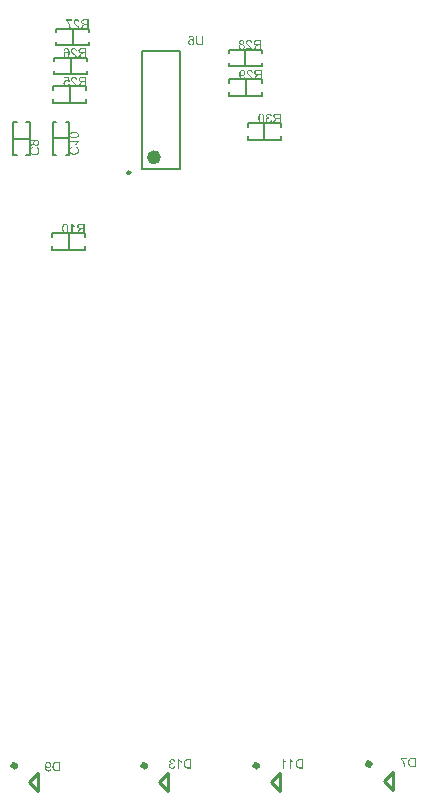
<source format=gbr>
%TF.GenerationSoftware,Altium Limited,Altium Designer,19.1.7 (138)*%
G04 Layer_Color=32896*
%FSLAX26Y26*%
%MOIN*%
%TF.FileFunction,Legend,Bot*%
%TF.Part,Single*%
G01*
G75*
%TA.AperFunction,NonConductor*%
%ADD41C,0.009842*%
%ADD42C,0.023622*%
%ADD43C,0.019685*%
%ADD44C,0.007874*%
%ADD45C,0.010000*%
%ADD46C,0.005906*%
G36*
X1644792Y3118099D02*
X1645655Y3117986D01*
X1646449Y3117804D01*
X1647221Y3117577D01*
X1647925Y3117305D01*
X1648561Y3117010D01*
X1649151Y3116669D01*
X1649696Y3116351D01*
X1650172Y3116011D01*
X1650603Y3115670D01*
X1650944Y3115375D01*
X1651239Y3115103D01*
X1651489Y3114876D01*
X1651648Y3114694D01*
X1651738Y3114581D01*
X1651784Y3114535D01*
X1652079Y3114127D01*
X1652374Y3113695D01*
X1652647Y3113264D01*
X1652896Y3112787D01*
X1653350Y3111789D01*
X1653736Y3110722D01*
X1654054Y3109632D01*
X1654326Y3108542D01*
X1654553Y3107430D01*
X1654712Y3106363D01*
X1654871Y3105342D01*
X1654962Y3104411D01*
X1655007Y3103957D01*
X1655030Y3103548D01*
X1655075Y3103140D01*
X1655098Y3102799D01*
Y3102459D01*
X1655121Y3102164D01*
Y3101914D01*
X1655143Y3101710D01*
Y3101528D01*
Y3101415D01*
Y3101324D01*
Y3101301D01*
Y3100552D01*
X1655098Y3099826D01*
X1655075Y3099145D01*
X1655007Y3098464D01*
X1654939Y3097828D01*
X1654871Y3097215D01*
X1654780Y3096625D01*
X1654667Y3096057D01*
X1654553Y3095513D01*
X1654440Y3094990D01*
X1654304Y3094514D01*
X1654190Y3094037D01*
X1654054Y3093606D01*
X1653895Y3093175D01*
X1653759Y3092789D01*
X1653623Y3092425D01*
X1653486Y3092085D01*
X1653328Y3091744D01*
X1653191Y3091449D01*
X1653055Y3091177D01*
X1652942Y3090927D01*
X1652805Y3090700D01*
X1652578Y3090314D01*
X1652374Y3090019D01*
X1652238Y3089792D01*
X1652124Y3089679D01*
X1652102Y3089633D01*
X1651512Y3089020D01*
X1650899Y3088476D01*
X1650240Y3087999D01*
X1649582Y3087590D01*
X1648924Y3087250D01*
X1648288Y3086955D01*
X1647652Y3086728D01*
X1647040Y3086546D01*
X1646449Y3086387D01*
X1645927Y3086274D01*
X1645451Y3086206D01*
X1645042Y3086137D01*
X1644701Y3086115D01*
X1644565D01*
X1644452Y3086092D01*
X1644247D01*
X1643725Y3086115D01*
X1643203Y3086160D01*
X1642727Y3086206D01*
X1642250Y3086296D01*
X1641819Y3086410D01*
X1641387Y3086523D01*
X1641001Y3086637D01*
X1640661Y3086773D01*
X1640320Y3086887D01*
X1640048Y3087000D01*
X1639798Y3087114D01*
X1639571Y3087227D01*
X1639412Y3087318D01*
X1639276Y3087363D01*
X1639208Y3087409D01*
X1639185Y3087431D01*
X1638777Y3087704D01*
X1638391Y3087976D01*
X1638028Y3088294D01*
X1637710Y3088612D01*
X1637392Y3088930D01*
X1637097Y3089247D01*
X1636847Y3089565D01*
X1636598Y3089883D01*
X1636393Y3090178D01*
X1636212Y3090428D01*
X1636053Y3090677D01*
X1635917Y3090905D01*
X1635826Y3091063D01*
X1635758Y3091200D01*
X1635712Y3091290D01*
X1635690Y3091313D01*
X1635463Y3091790D01*
X1635258Y3092289D01*
X1635099Y3092766D01*
X1634940Y3093243D01*
X1634804Y3093719D01*
X1634714Y3094173D01*
X1634623Y3094605D01*
X1634555Y3095013D01*
X1634509Y3095399D01*
X1634464Y3095740D01*
X1634441Y3096035D01*
X1634418Y3096307D01*
X1634396Y3096511D01*
Y3096670D01*
Y3096784D01*
Y3096807D01*
X1634418Y3097624D01*
X1634509Y3098418D01*
X1634645Y3099145D01*
X1634827Y3099848D01*
X1635031Y3100507D01*
X1635258Y3101097D01*
X1635508Y3101664D01*
X1635758Y3102164D01*
X1636007Y3102618D01*
X1636257Y3103004D01*
X1636484Y3103344D01*
X1636688Y3103617D01*
X1636870Y3103843D01*
X1637006Y3104002D01*
X1637097Y3104116D01*
X1637120Y3104139D01*
X1637642Y3104638D01*
X1638187Y3105092D01*
X1638731Y3105455D01*
X1639276Y3105796D01*
X1639844Y3106068D01*
X1640389Y3106295D01*
X1640911Y3106499D01*
X1641410Y3106636D01*
X1641887Y3106749D01*
X1642318Y3106840D01*
X1642704Y3106908D01*
X1643044Y3106953D01*
X1643294Y3106976D01*
X1643498Y3106999D01*
X1644089D01*
X1644497Y3106953D01*
X1645292Y3106840D01*
X1645995Y3106658D01*
X1646336Y3106568D01*
X1646631Y3106477D01*
X1646926Y3106386D01*
X1647176Y3106295D01*
X1647380Y3106204D01*
X1647584Y3106113D01*
X1647721Y3106045D01*
X1647834Y3106000D01*
X1647902Y3105977D01*
X1647925Y3105955D01*
X1648288Y3105750D01*
X1648651Y3105523D01*
X1649287Y3105024D01*
X1649877Y3104502D01*
X1650127Y3104252D01*
X1650354Y3104002D01*
X1650581Y3103753D01*
X1650762Y3103526D01*
X1650921Y3103321D01*
X1651057Y3103140D01*
X1651171Y3103004D01*
X1651239Y3102890D01*
X1651284Y3102822D01*
X1651307Y3102799D01*
X1651284Y3103662D01*
X1651262Y3104479D01*
X1651194Y3105228D01*
X1651126Y3105932D01*
X1651057Y3106568D01*
X1650967Y3107180D01*
X1650853Y3107725D01*
X1650762Y3108202D01*
X1650672Y3108633D01*
X1650581Y3109019D01*
X1650490Y3109337D01*
X1650399Y3109587D01*
X1650331Y3109791D01*
X1650286Y3109950D01*
X1650240Y3110041D01*
Y3110063D01*
X1650036Y3110517D01*
X1649809Y3110949D01*
X1649582Y3111357D01*
X1649332Y3111743D01*
X1649105Y3112084D01*
X1648856Y3112401D01*
X1648629Y3112697D01*
X1648402Y3112946D01*
X1648175Y3113173D01*
X1647993Y3113378D01*
X1647811Y3113536D01*
X1647652Y3113673D01*
X1647539Y3113786D01*
X1647426Y3113854D01*
X1647380Y3113900D01*
X1647357Y3113922D01*
X1647085Y3114104D01*
X1646813Y3114263D01*
X1646268Y3114535D01*
X1645723Y3114717D01*
X1645224Y3114830D01*
X1644974Y3114876D01*
X1644770Y3114921D01*
X1644588Y3114944D01*
X1644429D01*
X1644293Y3114966D01*
X1644111D01*
X1643703Y3114944D01*
X1643294Y3114898D01*
X1642908Y3114808D01*
X1642545Y3114717D01*
X1642205Y3114581D01*
X1641909Y3114444D01*
X1641614Y3114285D01*
X1641342Y3114149D01*
X1641092Y3113990D01*
X1640888Y3113831D01*
X1640706Y3113695D01*
X1640547Y3113559D01*
X1640434Y3113468D01*
X1640343Y3113378D01*
X1640298Y3113332D01*
X1640275Y3113309D01*
X1640093Y3113105D01*
X1639935Y3112878D01*
X1639639Y3112356D01*
X1639390Y3111811D01*
X1639185Y3111289D01*
X1639004Y3110790D01*
X1638958Y3110585D01*
X1638890Y3110381D01*
X1638845Y3110245D01*
X1638822Y3110109D01*
X1638800Y3110041D01*
Y3110018D01*
X1634963Y3110313D01*
X1635077Y3110971D01*
X1635213Y3111607D01*
X1635395Y3112197D01*
X1635621Y3112742D01*
X1635826Y3113264D01*
X1636075Y3113741D01*
X1636325Y3114172D01*
X1636575Y3114558D01*
X1636825Y3114898D01*
X1637052Y3115193D01*
X1637256Y3115466D01*
X1637438Y3115670D01*
X1637596Y3115829D01*
X1637710Y3115965D01*
X1637801Y3116033D01*
X1637823Y3116056D01*
X1638277Y3116419D01*
X1638754Y3116737D01*
X1639254Y3117032D01*
X1639776Y3117259D01*
X1640275Y3117463D01*
X1640774Y3117645D01*
X1641274Y3117781D01*
X1641728Y3117895D01*
X1642182Y3117963D01*
X1642590Y3118031D01*
X1642954Y3118076D01*
X1643271Y3118122D01*
X1643521D01*
X1643725Y3118144D01*
X1643884D01*
X1644792Y3118099D01*
D02*
G37*
G36*
X1685039Y3099871D02*
X1685017Y3098963D01*
X1684994Y3098100D01*
X1684926Y3097283D01*
X1684858Y3096534D01*
X1684767Y3095830D01*
X1684676Y3095195D01*
X1684563Y3094605D01*
X1684449Y3094060D01*
X1684336Y3093583D01*
X1684222Y3093175D01*
X1684131Y3092811D01*
X1684041Y3092516D01*
X1683973Y3092289D01*
X1683904Y3092130D01*
X1683882Y3092039D01*
X1683859Y3091994D01*
X1683609Y3091472D01*
X1683337Y3090995D01*
X1683042Y3090519D01*
X1682724Y3090110D01*
X1682406Y3089701D01*
X1682066Y3089361D01*
X1681725Y3089020D01*
X1681407Y3088725D01*
X1681090Y3088476D01*
X1680817Y3088249D01*
X1680545Y3088044D01*
X1680318Y3087885D01*
X1680136Y3087772D01*
X1679977Y3087681D01*
X1679887Y3087636D01*
X1679864Y3087613D01*
X1679319Y3087341D01*
X1678752Y3087114D01*
X1678139Y3086909D01*
X1677548Y3086728D01*
X1676936Y3086591D01*
X1676345Y3086455D01*
X1675755Y3086365D01*
X1675188Y3086274D01*
X1674666Y3086228D01*
X1674166Y3086183D01*
X1673735Y3086137D01*
X1673349Y3086115D01*
X1673054Y3086092D01*
X1672622D01*
X1671783Y3086115D01*
X1671011Y3086160D01*
X1670262Y3086251D01*
X1669558Y3086365D01*
X1668900Y3086501D01*
X1668310Y3086637D01*
X1667765Y3086796D01*
X1667243Y3086955D01*
X1666811Y3087114D01*
X1666403Y3087273D01*
X1666085Y3087409D01*
X1665790Y3087545D01*
X1665585Y3087658D01*
X1665427Y3087749D01*
X1665313Y3087795D01*
X1665290Y3087817D01*
X1664791Y3088158D01*
X1664314Y3088521D01*
X1663906Y3088884D01*
X1663520Y3089270D01*
X1663157Y3089656D01*
X1662839Y3090019D01*
X1662566Y3090382D01*
X1662317Y3090746D01*
X1662090Y3091086D01*
X1661908Y3091381D01*
X1661772Y3091654D01*
X1661636Y3091903D01*
X1661545Y3092085D01*
X1661477Y3092244D01*
X1661454Y3092335D01*
X1661431Y3092357D01*
X1661250Y3092902D01*
X1661068Y3093492D01*
X1660932Y3094082D01*
X1660796Y3094718D01*
X1660614Y3095967D01*
X1660546Y3096579D01*
X1660478Y3097170D01*
X1660433Y3097715D01*
X1660387Y3098237D01*
X1660364Y3098691D01*
Y3099099D01*
X1660342Y3099417D01*
Y3099553D01*
Y3099667D01*
Y3099758D01*
Y3099826D01*
Y3099848D01*
Y3099871D01*
Y3118031D01*
X1664496D01*
Y3099894D01*
X1664519Y3098827D01*
X1664587Y3097851D01*
X1664678Y3096965D01*
X1664791Y3096148D01*
X1664950Y3095422D01*
X1665109Y3094764D01*
X1665290Y3094196D01*
X1665472Y3093697D01*
X1665654Y3093243D01*
X1665835Y3092879D01*
X1665994Y3092562D01*
X1666153Y3092312D01*
X1666266Y3092130D01*
X1666357Y3091994D01*
X1666425Y3091926D01*
X1666448Y3091903D01*
X1666834Y3091540D01*
X1667288Y3091222D01*
X1667765Y3090950D01*
X1668287Y3090700D01*
X1668832Y3090519D01*
X1669376Y3090337D01*
X1669921Y3090201D01*
X1670443Y3090087D01*
X1670965Y3090019D01*
X1671442Y3089951D01*
X1671851Y3089906D01*
X1672237Y3089860D01*
X1672554D01*
X1672781Y3089838D01*
X1672986D01*
X1673485Y3089860D01*
X1673939Y3089883D01*
X1674393Y3089928D01*
X1674824Y3089997D01*
X1675233Y3090087D01*
X1675596Y3090178D01*
X1675937Y3090269D01*
X1676255Y3090360D01*
X1676550Y3090450D01*
X1676799Y3090541D01*
X1677004Y3090632D01*
X1677185Y3090723D01*
X1677344Y3090791D01*
X1677435Y3090836D01*
X1677503Y3090882D01*
X1677526D01*
X1677866Y3091086D01*
X1678161Y3091313D01*
X1678456Y3091540D01*
X1678706Y3091790D01*
X1678956Y3092039D01*
X1679160Y3092289D01*
X1679523Y3092766D01*
X1679796Y3093197D01*
X1679909Y3093379D01*
X1679977Y3093538D01*
X1680045Y3093674D01*
X1680091Y3093765D01*
X1680136Y3093833D01*
Y3093856D01*
X1680272Y3094241D01*
X1680386Y3094673D01*
X1680477Y3095149D01*
X1680568Y3095626D01*
X1680704Y3096625D01*
X1680749Y3097124D01*
X1680794Y3097601D01*
X1680817Y3098078D01*
X1680840Y3098509D01*
X1680863Y3098895D01*
Y3099235D01*
X1680885Y3099508D01*
Y3099712D01*
Y3099848D01*
Y3099894D01*
Y3118031D01*
X1685039D01*
Y3099871D01*
D02*
G37*
G36*
X1903688Y2859262D02*
X1904347Y2859194D01*
X1904982Y2859081D01*
X1905573Y2858945D01*
X1906117Y2858786D01*
X1906617Y2858604D01*
X1907093Y2858423D01*
X1907525Y2858218D01*
X1907911Y2858014D01*
X1908251Y2857832D01*
X1908546Y2857651D01*
X1908796Y2857492D01*
X1909000Y2857356D01*
X1909137Y2857242D01*
X1909227Y2857174D01*
X1909250Y2857151D01*
X1909704Y2856743D01*
X1910113Y2856289D01*
X1910476Y2855812D01*
X1910794Y2855313D01*
X1911089Y2854813D01*
X1911361Y2854314D01*
X1911588Y2853814D01*
X1911792Y2853338D01*
X1911951Y2852884D01*
X1912088Y2852475D01*
X1912201Y2852112D01*
X1912292Y2851771D01*
X1912360Y2851499D01*
X1912405Y2851318D01*
X1912451Y2851181D01*
Y2851159D01*
Y2851136D01*
X1908592Y2850455D01*
X1908501Y2850977D01*
X1908387Y2851454D01*
X1908274Y2851885D01*
X1908115Y2852294D01*
X1907979Y2852680D01*
X1907797Y2853020D01*
X1907638Y2853338D01*
X1907479Y2853633D01*
X1907321Y2853860D01*
X1907184Y2854087D01*
X1907048Y2854269D01*
X1906935Y2854405D01*
X1906821Y2854518D01*
X1906753Y2854609D01*
X1906708Y2854654D01*
X1906685Y2854677D01*
X1906390Y2854927D01*
X1906095Y2855154D01*
X1905777Y2855335D01*
X1905459Y2855494D01*
X1905141Y2855653D01*
X1904846Y2855767D01*
X1904256Y2855926D01*
X1903984Y2855994D01*
X1903734Y2856039D01*
X1903507Y2856062D01*
X1903303Y2856084D01*
X1903166Y2856107D01*
X1902939D01*
X1902531Y2856084D01*
X1902122Y2856039D01*
X1901759Y2855971D01*
X1901396Y2855880D01*
X1901078Y2855789D01*
X1900760Y2855653D01*
X1900488Y2855540D01*
X1900238Y2855403D01*
X1900011Y2855267D01*
X1899807Y2855154D01*
X1899648Y2855018D01*
X1899489Y2854927D01*
X1899376Y2854836D01*
X1899307Y2854768D01*
X1899262Y2854722D01*
X1899239Y2854700D01*
X1898990Y2854427D01*
X1898763Y2854155D01*
X1898558Y2853860D01*
X1898399Y2853565D01*
X1898263Y2853270D01*
X1898150Y2852975D01*
X1897968Y2852430D01*
X1897900Y2852180D01*
X1897855Y2851953D01*
X1897832Y2851726D01*
X1897809Y2851567D01*
X1897786Y2851408D01*
Y2851295D01*
Y2851227D01*
Y2851204D01*
X1897809Y2850727D01*
X1897877Y2850273D01*
X1897968Y2849842D01*
X1898104Y2849456D01*
X1898241Y2849093D01*
X1898399Y2848775D01*
X1898581Y2848480D01*
X1898763Y2848208D01*
X1898967Y2847981D01*
X1899126Y2847776D01*
X1899307Y2847617D01*
X1899444Y2847481D01*
X1899580Y2847368D01*
X1899671Y2847300D01*
X1899739Y2847254D01*
X1899761Y2847231D01*
X1900125Y2847005D01*
X1900511Y2846823D01*
X1900896Y2846641D01*
X1901282Y2846505D01*
X1902031Y2846278D01*
X1902372Y2846187D01*
X1902712Y2846119D01*
X1903030Y2846074D01*
X1903303Y2846028D01*
X1903552Y2846006D01*
X1903779Y2845983D01*
X1903938Y2845960D01*
X1904370D01*
X1904574Y2845983D01*
X1904665D01*
X1904733Y2846006D01*
X1904801D01*
X1905232Y2842623D01*
X1904642Y2842760D01*
X1904120Y2842850D01*
X1903666Y2842941D01*
X1903257Y2842987D01*
X1902939Y2843009D01*
X1902712Y2843032D01*
X1902508D01*
X1902009Y2843009D01*
X1901555Y2842964D01*
X1901101Y2842873D01*
X1900692Y2842760D01*
X1900306Y2842623D01*
X1899943Y2842487D01*
X1899602Y2842328D01*
X1899307Y2842169D01*
X1899035Y2842010D01*
X1898785Y2841852D01*
X1898581Y2841715D01*
X1898422Y2841579D01*
X1898286Y2841466D01*
X1898172Y2841375D01*
X1898127Y2841329D01*
X1898104Y2841307D01*
X1897786Y2840966D01*
X1897537Y2840626D01*
X1897287Y2840263D01*
X1897083Y2839899D01*
X1896924Y2839536D01*
X1896788Y2839173D01*
X1896674Y2838810D01*
X1896583Y2838469D01*
X1896493Y2838151D01*
X1896447Y2837856D01*
X1896402Y2837584D01*
X1896379Y2837380D01*
X1896356Y2837175D01*
Y2837039D01*
Y2836948D01*
Y2836926D01*
X1896379Y2836426D01*
X1896447Y2835927D01*
X1896538Y2835473D01*
X1896651Y2835042D01*
X1896788Y2834610D01*
X1896947Y2834247D01*
X1897128Y2833884D01*
X1897287Y2833566D01*
X1897469Y2833271D01*
X1897650Y2833021D01*
X1897809Y2832794D01*
X1897945Y2832613D01*
X1898059Y2832454D01*
X1898150Y2832363D01*
X1898218Y2832295D01*
X1898241Y2832272D01*
X1898604Y2831932D01*
X1898967Y2831659D01*
X1899353Y2831410D01*
X1899739Y2831183D01*
X1900125Y2831001D01*
X1900511Y2830842D01*
X1900896Y2830729D01*
X1901237Y2830615D01*
X1901577Y2830547D01*
X1901872Y2830479D01*
X1902145Y2830456D01*
X1902395Y2830411D01*
X1902576D01*
X1902735Y2830388D01*
X1902849D01*
X1903280Y2830411D01*
X1903666Y2830456D01*
X1904052Y2830524D01*
X1904415Y2830615D01*
X1904755Y2830729D01*
X1905073Y2830842D01*
X1905368Y2830978D01*
X1905641Y2831115D01*
X1905890Y2831228D01*
X1906095Y2831364D01*
X1906299Y2831478D01*
X1906435Y2831591D01*
X1906571Y2831682D01*
X1906662Y2831750D01*
X1906708Y2831796D01*
X1906730Y2831818D01*
X1907025Y2832113D01*
X1907275Y2832431D01*
X1907525Y2832794D01*
X1907752Y2833180D01*
X1908138Y2833952D01*
X1908456Y2834747D01*
X1908569Y2835110D01*
X1908682Y2835450D01*
X1908773Y2835745D01*
X1908841Y2836018D01*
X1908909Y2836245D01*
X1908955Y2836426D01*
X1908978Y2836517D01*
Y2836562D01*
X1912837Y2836040D01*
X1912746Y2835314D01*
X1912610Y2834633D01*
X1912405Y2833997D01*
X1912201Y2833385D01*
X1911951Y2832817D01*
X1911702Y2832295D01*
X1911429Y2831796D01*
X1911157Y2831364D01*
X1910884Y2830978D01*
X1910635Y2830638D01*
X1910385Y2830343D01*
X1910181Y2830093D01*
X1909999Y2829889D01*
X1909863Y2829753D01*
X1909772Y2829662D01*
X1909749Y2829639D01*
X1909227Y2829208D01*
X1908660Y2828822D01*
X1908092Y2828504D01*
X1907525Y2828232D01*
X1906935Y2827982D01*
X1906367Y2827778D01*
X1905800Y2827619D01*
X1905277Y2827505D01*
X1904778Y2827392D01*
X1904324Y2827324D01*
X1903916Y2827256D01*
X1903552Y2827233D01*
X1903280Y2827210D01*
X1903053Y2827187D01*
X1902871D01*
X1902031Y2827210D01*
X1901237Y2827301D01*
X1900465Y2827460D01*
X1899761Y2827641D01*
X1899080Y2827846D01*
X1898467Y2828095D01*
X1897877Y2828345D01*
X1897355Y2828617D01*
X1896901Y2828890D01*
X1896470Y2829140D01*
X1896129Y2829389D01*
X1895834Y2829594D01*
X1895585Y2829775D01*
X1895426Y2829934D01*
X1895335Y2830025D01*
X1895290Y2830048D01*
X1894767Y2830592D01*
X1894291Y2831160D01*
X1893882Y2831750D01*
X1893542Y2832340D01*
X1893246Y2832930D01*
X1892997Y2833521D01*
X1892815Y2834066D01*
X1892656Y2834610D01*
X1892520Y2835110D01*
X1892429Y2835564D01*
X1892361Y2835972D01*
X1892316Y2836336D01*
X1892293Y2836608D01*
X1892270Y2836835D01*
Y2836971D01*
Y2837017D01*
X1892293Y2837584D01*
X1892339Y2838106D01*
X1892407Y2838606D01*
X1892520Y2839082D01*
X1892634Y2839536D01*
X1892747Y2839945D01*
X1892906Y2840331D01*
X1893042Y2840694D01*
X1893178Y2841012D01*
X1893315Y2841284D01*
X1893451Y2841511D01*
X1893564Y2841715D01*
X1893678Y2841874D01*
X1893746Y2841988D01*
X1893791Y2842056D01*
X1893814Y2842079D01*
X1894109Y2842442D01*
X1894450Y2842782D01*
X1894790Y2843077D01*
X1895131Y2843350D01*
X1895494Y2843599D01*
X1895857Y2843804D01*
X1896220Y2844008D01*
X1896561Y2844167D01*
X1896879Y2844326D01*
X1897174Y2844439D01*
X1897446Y2844553D01*
X1897696Y2844621D01*
X1897877Y2844689D01*
X1898036Y2844735D01*
X1898127Y2844757D01*
X1898150D01*
X1897764Y2844939D01*
X1897401Y2845143D01*
X1897060Y2845370D01*
X1896742Y2845574D01*
X1896447Y2845801D01*
X1896197Y2846028D01*
X1895948Y2846233D01*
X1895744Y2846437D01*
X1895539Y2846641D01*
X1895380Y2846823D01*
X1895244Y2846982D01*
X1895131Y2847118D01*
X1895040Y2847231D01*
X1894972Y2847322D01*
X1894949Y2847368D01*
X1894926Y2847390D01*
X1894722Y2847708D01*
X1894563Y2848026D01*
X1894404Y2848367D01*
X1894291Y2848684D01*
X1894086Y2849297D01*
X1893950Y2849887D01*
X1893905Y2850137D01*
X1893882Y2850387D01*
X1893837Y2850591D01*
Y2850773D01*
X1893814Y2850909D01*
Y2851022D01*
Y2851090D01*
Y2851113D01*
X1893837Y2851522D01*
X1893859Y2851908D01*
X1893996Y2852657D01*
X1894177Y2853338D01*
X1894291Y2853633D01*
X1894381Y2853928D01*
X1894495Y2854200D01*
X1894609Y2854427D01*
X1894699Y2854654D01*
X1894790Y2854813D01*
X1894858Y2854972D01*
X1894926Y2855063D01*
X1894949Y2855131D01*
X1894972Y2855154D01*
X1895199Y2855494D01*
X1895448Y2855835D01*
X1895970Y2856425D01*
X1896515Y2856947D01*
X1897060Y2857378D01*
X1897310Y2857560D01*
X1897537Y2857719D01*
X1897741Y2857855D01*
X1897923Y2857969D01*
X1898082Y2858059D01*
X1898195Y2858128D01*
X1898263Y2858150D01*
X1898286Y2858173D01*
X1898695Y2858377D01*
X1899103Y2858536D01*
X1899512Y2858695D01*
X1899943Y2858809D01*
X1900737Y2859013D01*
X1901101Y2859081D01*
X1901464Y2859149D01*
X1901782Y2859194D01*
X1902077Y2859217D01*
X1902349Y2859262D01*
X1902576D01*
X1902758Y2859285D01*
X1903007D01*
X1903688Y2859262D01*
D02*
G37*
G36*
X1942914Y2827755D02*
X1938760D01*
Y2841715D01*
X1933380D01*
X1932903Y2841693D01*
X1932495Y2841670D01*
X1932177Y2841647D01*
X1931950Y2841602D01*
X1931768Y2841579D01*
X1931655Y2841557D01*
X1931632D01*
X1931269Y2841443D01*
X1930928Y2841329D01*
X1930611Y2841171D01*
X1930338Y2841034D01*
X1930089Y2840921D01*
X1929907Y2840807D01*
X1929793Y2840739D01*
X1929748Y2840717D01*
X1929385Y2840467D01*
X1929022Y2840149D01*
X1928681Y2839786D01*
X1928341Y2839445D01*
X1928068Y2839128D01*
X1927841Y2838855D01*
X1927751Y2838742D01*
X1927682Y2838674D01*
X1927660Y2838628D01*
X1927637Y2838606D01*
X1927410Y2838310D01*
X1927160Y2837993D01*
X1926661Y2837312D01*
X1926161Y2836585D01*
X1925685Y2835881D01*
X1925480Y2835564D01*
X1925276Y2835269D01*
X1925095Y2834996D01*
X1924936Y2834747D01*
X1924822Y2834565D01*
X1924731Y2834406D01*
X1924663Y2834315D01*
X1924641Y2834293D01*
X1920486Y2827755D01*
X1915288D01*
X1920714Y2836290D01*
X1921326Y2837198D01*
X1921644Y2837607D01*
X1921939Y2838015D01*
X1922234Y2838378D01*
X1922530Y2838719D01*
X1922802Y2839037D01*
X1923052Y2839332D01*
X1923279Y2839604D01*
X1923506Y2839831D01*
X1923687Y2840013D01*
X1923846Y2840195D01*
X1923982Y2840308D01*
X1924073Y2840421D01*
X1924141Y2840467D01*
X1924164Y2840490D01*
X1924527Y2840785D01*
X1924913Y2841057D01*
X1925322Y2841329D01*
X1925730Y2841557D01*
X1926093Y2841761D01*
X1926252Y2841852D01*
X1926389Y2841920D01*
X1926502Y2841988D01*
X1926593Y2842010D01*
X1926638Y2842056D01*
X1926661D01*
X1925844Y2842192D01*
X1925072Y2842351D01*
X1924368Y2842555D01*
X1923710Y2842760D01*
X1923120Y2843009D01*
X1922552Y2843236D01*
X1922075Y2843486D01*
X1921621Y2843736D01*
X1921236Y2843985D01*
X1920918Y2844212D01*
X1920623Y2844417D01*
X1920396Y2844598D01*
X1920214Y2844757D01*
X1920078Y2844871D01*
X1920010Y2844939D01*
X1919987Y2844961D01*
X1919601Y2845393D01*
X1919261Y2845869D01*
X1918966Y2846323D01*
X1918716Y2846800D01*
X1918512Y2847277D01*
X1918330Y2847754D01*
X1918194Y2848208D01*
X1918080Y2848639D01*
X1917989Y2849048D01*
X1917921Y2849411D01*
X1917876Y2849751D01*
X1917831Y2850024D01*
Y2850273D01*
X1917808Y2850455D01*
Y2850546D01*
Y2850591D01*
X1917831Y2851068D01*
X1917853Y2851544D01*
X1917921Y2851999D01*
X1918012Y2852430D01*
X1918103Y2852838D01*
X1918216Y2853224D01*
X1918353Y2853588D01*
X1918466Y2853928D01*
X1918580Y2854223D01*
X1918716Y2854495D01*
X1918829Y2854745D01*
X1918920Y2854950D01*
X1919011Y2855108D01*
X1919056Y2855222D01*
X1919102Y2855290D01*
X1919124Y2855313D01*
X1919374Y2855699D01*
X1919647Y2856062D01*
X1919942Y2856380D01*
X1920214Y2856697D01*
X1920509Y2856970D01*
X1920804Y2857220D01*
X1921099Y2857424D01*
X1921372Y2857628D01*
X1921621Y2857787D01*
X1921871Y2857923D01*
X1922075Y2858059D01*
X1922257Y2858150D01*
X1922416Y2858218D01*
X1922530Y2858264D01*
X1922598Y2858309D01*
X1922620D01*
X1923052Y2858468D01*
X1923528Y2858604D01*
X1924028Y2858718D01*
X1924527Y2858809D01*
X1925594Y2858967D01*
X1926116Y2859013D01*
X1926616Y2859058D01*
X1927115Y2859104D01*
X1927546Y2859126D01*
X1927955Y2859149D01*
X1928318D01*
X1928590Y2859172D01*
X1942914D01*
Y2827755D01*
D02*
G37*
G36*
X1878855Y2859262D02*
X1879445Y2859217D01*
X1880012Y2859126D01*
X1880557Y2858990D01*
X1881057Y2858854D01*
X1881533Y2858695D01*
X1881965Y2858536D01*
X1882351Y2858377D01*
X1882714Y2858196D01*
X1883009Y2858037D01*
X1883281Y2857878D01*
X1883508Y2857742D01*
X1883690Y2857628D01*
X1883803Y2857537D01*
X1883894Y2857469D01*
X1883917Y2857447D01*
X1884325Y2857083D01*
X1884711Y2856697D01*
X1885074Y2856289D01*
X1885415Y2855858D01*
X1885710Y2855426D01*
X1885983Y2854972D01*
X1886255Y2854541D01*
X1886459Y2854132D01*
X1886664Y2853746D01*
X1886845Y2853383D01*
X1886981Y2853043D01*
X1887118Y2852770D01*
X1887208Y2852521D01*
X1887276Y2852362D01*
X1887299Y2852248D01*
X1887322Y2852203D01*
X1887526Y2851544D01*
X1887685Y2850841D01*
X1887844Y2850114D01*
X1887980Y2849365D01*
X1888184Y2847867D01*
X1888253Y2847141D01*
X1888321Y2846437D01*
X1888366Y2845779D01*
X1888389Y2845166D01*
X1888411Y2844621D01*
X1888434Y2844167D01*
Y2843963D01*
X1888457Y2843781D01*
Y2843622D01*
Y2843486D01*
Y2843372D01*
Y2843304D01*
Y2843259D01*
Y2843236D01*
Y2842419D01*
X1888411Y2841625D01*
X1888389Y2840876D01*
X1888321Y2840149D01*
X1888253Y2839445D01*
X1888162Y2838764D01*
X1888071Y2838129D01*
X1887980Y2837516D01*
X1887867Y2836903D01*
X1887730Y2836358D01*
X1887617Y2835813D01*
X1887481Y2835314D01*
X1887344Y2834815D01*
X1887208Y2834361D01*
X1887049Y2833929D01*
X1886913Y2833521D01*
X1886777Y2833157D01*
X1886618Y2832794D01*
X1886482Y2832477D01*
X1886346Y2832159D01*
X1886209Y2831886D01*
X1886096Y2831637D01*
X1885960Y2831410D01*
X1885846Y2831205D01*
X1885755Y2831024D01*
X1885665Y2830887D01*
X1885574Y2830751D01*
X1885506Y2830638D01*
X1885438Y2830570D01*
X1885392Y2830502D01*
X1885370Y2830479D01*
Y2830456D01*
X1884870Y2829889D01*
X1884325Y2829389D01*
X1883758Y2828958D01*
X1883168Y2828595D01*
X1882555Y2828277D01*
X1881965Y2828027D01*
X1881397Y2827800D01*
X1880830Y2827641D01*
X1880285Y2827505D01*
X1879808Y2827414D01*
X1879354Y2827324D01*
X1878968Y2827278D01*
X1878650Y2827256D01*
X1878423Y2827233D01*
X1878219D01*
X1877583Y2827256D01*
X1876993Y2827324D01*
X1876426Y2827414D01*
X1875881Y2827528D01*
X1875382Y2827664D01*
X1874928Y2827823D01*
X1874496Y2827982D01*
X1874088Y2828164D01*
X1873747Y2828322D01*
X1873429Y2828481D01*
X1873180Y2828640D01*
X1872953Y2828776D01*
X1872771Y2828913D01*
X1872658Y2829003D01*
X1872567Y2829049D01*
X1872544Y2829072D01*
X1872136Y2829435D01*
X1871750Y2829821D01*
X1871386Y2830229D01*
X1871046Y2830660D01*
X1870751Y2831115D01*
X1870478Y2831546D01*
X1870206Y2831977D01*
X1869979Y2832386D01*
X1869797Y2832772D01*
X1869616Y2833135D01*
X1869480Y2833475D01*
X1869343Y2833748D01*
X1869253Y2833997D01*
X1869185Y2834156D01*
X1869162Y2834270D01*
X1869139Y2834315D01*
X1868935Y2834974D01*
X1868753Y2835677D01*
X1868594Y2836404D01*
X1868458Y2837153D01*
X1868254Y2838628D01*
X1868186Y2839355D01*
X1868118Y2840058D01*
X1868072Y2840717D01*
X1868050Y2841307D01*
X1868027Y2841852D01*
X1868004Y2842328D01*
Y2842533D01*
X1867981Y2842714D01*
Y2842873D01*
Y2842987D01*
Y2843100D01*
Y2843168D01*
Y2843214D01*
Y2843236D01*
Y2844099D01*
X1868004Y2844893D01*
X1868050Y2845665D01*
X1868095Y2846369D01*
X1868140Y2847027D01*
X1868208Y2847640D01*
X1868276Y2848208D01*
X1868345Y2848707D01*
X1868413Y2849161D01*
X1868481Y2849547D01*
X1868549Y2849887D01*
X1868594Y2850160D01*
X1868640Y2850387D01*
X1868685Y2850523D01*
X1868708Y2850637D01*
Y2850659D01*
X1868844Y2851159D01*
X1869003Y2851658D01*
X1869139Y2852112D01*
X1869298Y2852543D01*
X1869480Y2852952D01*
X1869639Y2853338D01*
X1869797Y2853701D01*
X1869956Y2854019D01*
X1870092Y2854314D01*
X1870229Y2854564D01*
X1870342Y2854791D01*
X1870456Y2854972D01*
X1870546Y2855108D01*
X1870615Y2855222D01*
X1870637Y2855290D01*
X1870660Y2855313D01*
X1871137Y2855994D01*
X1871659Y2856584D01*
X1872181Y2857106D01*
X1872680Y2857515D01*
X1872907Y2857696D01*
X1873134Y2857832D01*
X1873316Y2857969D01*
X1873475Y2858082D01*
X1873611Y2858150D01*
X1873702Y2858218D01*
X1873770Y2858264D01*
X1873793D01*
X1874156Y2858445D01*
X1874519Y2858604D01*
X1875291Y2858854D01*
X1876040Y2859035D01*
X1876721Y2859149D01*
X1877039Y2859194D01*
X1877311Y2859240D01*
X1877583Y2859262D01*
X1877788D01*
X1877969Y2859285D01*
X1878219D01*
X1878855Y2859262D01*
D02*
G37*
G36*
X1839918Y3005068D02*
X1840690Y3005000D01*
X1841416Y3004886D01*
X1842097Y3004727D01*
X1842733Y3004546D01*
X1843323Y3004342D01*
X1843845Y3004137D01*
X1844344Y3003933D01*
X1844776Y3003706D01*
X1845161Y3003502D01*
X1845479Y3003297D01*
X1845752Y3003116D01*
X1845956Y3002980D01*
X1846115Y3002843D01*
X1846206Y3002775D01*
X1846228Y3002753D01*
X1846705Y3002299D01*
X1847114Y3001799D01*
X1847500Y3001277D01*
X1847817Y3000732D01*
X1848112Y3000165D01*
X1848362Y2999597D01*
X1848566Y2999052D01*
X1848748Y2998508D01*
X1848884Y2998008D01*
X1848998Y2997532D01*
X1849089Y2997100D01*
X1849157Y2996737D01*
X1849225Y2996442D01*
X1849247Y2996215D01*
Y2996124D01*
X1849270Y2996056D01*
Y2996033D01*
Y2996011D01*
X1845298Y2995602D01*
X1845275Y2996147D01*
X1845230Y2996646D01*
X1845139Y2997123D01*
X1845048Y2997577D01*
X1844912Y2997986D01*
X1844776Y2998349D01*
X1844617Y2998712D01*
X1844458Y2999007D01*
X1844322Y2999280D01*
X1844163Y2999529D01*
X1844026Y2999733D01*
X1843890Y2999915D01*
X1843800Y3000029D01*
X1843709Y3000142D01*
X1843663Y3000188D01*
X1843641Y3000210D01*
X1843323Y3000505D01*
X1842960Y3000755D01*
X1842596Y3000982D01*
X1842233Y3001186D01*
X1841847Y3001345D01*
X1841484Y3001481D01*
X1841121Y3001595D01*
X1840780Y3001686D01*
X1840440Y3001754D01*
X1840145Y3001799D01*
X1839872Y3001845D01*
X1839623Y3001867D01*
X1839441Y3001890D01*
X1839169D01*
X1838692Y3001867D01*
X1838238Y3001822D01*
X1837807Y3001754D01*
X1837398Y3001640D01*
X1837035Y3001527D01*
X1836672Y3001391D01*
X1836354Y3001254D01*
X1836059Y3001095D01*
X1835809Y3000959D01*
X1835582Y3000800D01*
X1835378Y3000664D01*
X1835219Y3000551D01*
X1835083Y3000437D01*
X1834992Y3000369D01*
X1834947Y3000324D01*
X1834924Y3000301D01*
X1834629Y3000006D01*
X1834379Y2999688D01*
X1834152Y2999370D01*
X1833970Y2999030D01*
X1833812Y2998712D01*
X1833675Y2998394D01*
X1833562Y2998076D01*
X1833471Y2997781D01*
X1833403Y2997509D01*
X1833358Y2997259D01*
X1833312Y2997032D01*
X1833289Y2996828D01*
X1833267Y2996669D01*
Y2996555D01*
Y2996465D01*
Y2996442D01*
X1833289Y2996033D01*
X1833335Y2995625D01*
X1833426Y2995216D01*
X1833539Y2994808D01*
X1833834Y2994013D01*
X1834016Y2993650D01*
X1834175Y2993309D01*
X1834334Y2992992D01*
X1834515Y2992697D01*
X1834651Y2992447D01*
X1834788Y2992220D01*
X1834924Y2992061D01*
X1835015Y2991925D01*
X1835060Y2991834D01*
X1835083Y2991811D01*
X1835446Y2991334D01*
X1835900Y2990812D01*
X1836377Y2990290D01*
X1836921Y2989745D01*
X1837466Y2989178D01*
X1838056Y2988633D01*
X1838624Y2988088D01*
X1839214Y2987566D01*
X1839759Y2987067D01*
X1840281Y2986613D01*
X1840735Y2986182D01*
X1841166Y2985841D01*
X1841507Y2985546D01*
X1841643Y2985432D01*
X1841756Y2985319D01*
X1841847Y2985251D01*
X1841915Y2985183D01*
X1841961Y2985160D01*
X1841984Y2985137D01*
X1842574Y2984638D01*
X1843141Y2984161D01*
X1843663Y2983707D01*
X1844163Y2983276D01*
X1844617Y2982845D01*
X1845025Y2982459D01*
X1845389Y2982096D01*
X1845729Y2981755D01*
X1846047Y2981460D01*
X1846296Y2981188D01*
X1846524Y2980961D01*
X1846705Y2980756D01*
X1846841Y2980597D01*
X1846932Y2980484D01*
X1847000Y2980416D01*
X1847023Y2980393D01*
X1847636Y2979621D01*
X1848158Y2978872D01*
X1848589Y2978169D01*
X1848793Y2977851D01*
X1848952Y2977533D01*
X1849089Y2977260D01*
X1849225Y2977011D01*
X1849338Y2976784D01*
X1849406Y2976579D01*
X1849475Y2976421D01*
X1849520Y2976307D01*
X1849565Y2976239D01*
Y2976216D01*
X1849724Y2975740D01*
X1849838Y2975263D01*
X1849906Y2974809D01*
X1849951Y2974423D01*
X1849974Y2974060D01*
X1849997Y2973924D01*
Y2973787D01*
Y2973697D01*
Y2973628D01*
Y2973583D01*
Y2973560D01*
X1829249D01*
Y2977260D01*
X1844639D01*
X1844390Y2977646D01*
X1844117Y2978032D01*
X1843845Y2978373D01*
X1843595Y2978691D01*
X1843368Y2978940D01*
X1843187Y2979145D01*
X1843073Y2979281D01*
X1843028Y2979326D01*
X1842823Y2979553D01*
X1842551Y2979803D01*
X1842256Y2980075D01*
X1841915Y2980393D01*
X1841552Y2980711D01*
X1841189Y2981051D01*
X1840417Y2981710D01*
X1840054Y2982028D01*
X1839714Y2982323D01*
X1839418Y2982595D01*
X1839123Y2982822D01*
X1838896Y2983026D01*
X1838737Y2983162D01*
X1838624Y2983276D01*
X1838579Y2983299D01*
X1837829Y2983934D01*
X1837126Y2984547D01*
X1836490Y2985115D01*
X1835900Y2985637D01*
X1835355Y2986136D01*
X1834878Y2986590D01*
X1834424Y2986999D01*
X1834039Y2987362D01*
X1833698Y2987702D01*
X1833426Y2987998D01*
X1833176Y2988247D01*
X1832972Y2988452D01*
X1832813Y2988610D01*
X1832722Y2988724D01*
X1832654Y2988792D01*
X1832631Y2988815D01*
X1832313Y2989201D01*
X1831995Y2989564D01*
X1831723Y2989927D01*
X1831473Y2990268D01*
X1831019Y2990926D01*
X1830838Y2991221D01*
X1830679Y2991493D01*
X1830520Y2991743D01*
X1830407Y2991970D01*
X1830293Y2992174D01*
X1830225Y2992333D01*
X1830157Y2992470D01*
X1830111Y2992560D01*
X1830066Y2992628D01*
Y2992651D01*
X1829816Y2993332D01*
X1829612Y2993990D01*
X1829476Y2994626D01*
X1829385Y2995193D01*
X1829362Y2995443D01*
X1829340Y2995670D01*
X1829317Y2995852D01*
X1829294Y2996033D01*
Y2996170D01*
Y2996260D01*
Y2996329D01*
Y2996351D01*
X1829317Y2997032D01*
X1829408Y2997691D01*
X1829544Y2998303D01*
X1829703Y2998894D01*
X1829907Y2999438D01*
X1830134Y2999961D01*
X1830384Y3000437D01*
X1830611Y3000869D01*
X1830861Y3001254D01*
X1831110Y3001595D01*
X1831337Y3001890D01*
X1831542Y3002117D01*
X1831700Y3002321D01*
X1831837Y3002457D01*
X1831927Y3002548D01*
X1831950Y3002571D01*
X1832472Y3003025D01*
X1833017Y3003411D01*
X1833584Y3003729D01*
X1834175Y3004024D01*
X1834765Y3004273D01*
X1835378Y3004478D01*
X1835945Y3004637D01*
X1836513Y3004773D01*
X1837035Y3004886D01*
X1837534Y3004954D01*
X1837966Y3005023D01*
X1838351Y3005045D01*
X1838669Y3005068D01*
X1838896Y3005091D01*
X1839101D01*
X1839918Y3005068D01*
D02*
G37*
G36*
X1816015D02*
X1816764Y3004954D01*
X1817467Y3004818D01*
X1818126Y3004637D01*
X1818761Y3004410D01*
X1819352Y3004160D01*
X1819874Y3003910D01*
X1820373Y3003638D01*
X1820804Y3003365D01*
X1821190Y3003093D01*
X1821531Y3002843D01*
X1821803Y3002616D01*
X1822007Y3002435D01*
X1822166Y3002299D01*
X1822280Y3002185D01*
X1822303Y3002162D01*
X1822802Y3001595D01*
X1823233Y3001005D01*
X1823597Y3000369D01*
X1823937Y2999733D01*
X1824209Y2999098D01*
X1824436Y2998462D01*
X1824618Y2997827D01*
X1824754Y2997236D01*
X1824890Y2996669D01*
X1824958Y2996147D01*
X1825027Y2995670D01*
X1825072Y2995262D01*
X1825095Y2994921D01*
Y2994785D01*
X1825117Y2994671D01*
Y2994581D01*
Y2994512D01*
Y2994490D01*
Y2994467D01*
X1825095Y2993627D01*
X1825004Y2992833D01*
X1824868Y2992061D01*
X1824709Y2991357D01*
X1824505Y2990699D01*
X1824277Y2990086D01*
X1824028Y2989519D01*
X1823778Y2989019D01*
X1823528Y2988565D01*
X1823279Y2988157D01*
X1823052Y2987816D01*
X1822847Y2987544D01*
X1822688Y2987317D01*
X1822552Y2987158D01*
X1822461Y2987044D01*
X1822439Y2987021D01*
X1821917Y2986522D01*
X1821372Y2986091D01*
X1820827Y2985728D01*
X1820260Y2985387D01*
X1819715Y2985115D01*
X1819170Y2984888D01*
X1818625Y2984706D01*
X1818126Y2984570D01*
X1817649Y2984434D01*
X1817218Y2984366D01*
X1816809Y2984298D01*
X1816491Y2984252D01*
X1816219Y2984229D01*
X1816015Y2984207D01*
X1815833D01*
X1815402Y2984229D01*
X1814970Y2984252D01*
X1814176Y2984388D01*
X1813427Y2984570D01*
X1813109Y2984661D01*
X1812791Y2984774D01*
X1812496Y2984888D01*
X1812246Y2984979D01*
X1812042Y2985069D01*
X1811838Y2985160D01*
X1811702Y2985228D01*
X1811588Y2985296D01*
X1811520Y2985319D01*
X1811497Y2985342D01*
X1810771Y2985796D01*
X1810158Y2986295D01*
X1809863Y2986545D01*
X1809613Y2986794D01*
X1809364Y2987021D01*
X1809159Y2987271D01*
X1808955Y2987476D01*
X1808796Y2987680D01*
X1808660Y2987861D01*
X1808524Y2988020D01*
X1808433Y2988157D01*
X1808365Y2988247D01*
X1808342Y2988315D01*
X1808319Y2988338D01*
Y2988157D01*
Y2987998D01*
Y2987861D01*
Y2987748D01*
Y2987680D01*
Y2987612D01*
Y2987589D01*
Y2987566D01*
X1808342Y2986681D01*
X1808410Y2985818D01*
X1808501Y2985024D01*
X1808569Y2984638D01*
X1808614Y2984298D01*
X1808660Y2983980D01*
X1808728Y2983707D01*
X1808773Y2983458D01*
X1808819Y2983253D01*
X1808864Y2983072D01*
X1808887Y2982958D01*
X1808910Y2982867D01*
Y2982845D01*
X1809023Y2982436D01*
X1809137Y2982028D01*
X1809250Y2981664D01*
X1809364Y2981301D01*
X1809500Y2980983D01*
X1809613Y2980688D01*
X1809727Y2980416D01*
X1809840Y2980166D01*
X1809931Y2979939D01*
X1810045Y2979735D01*
X1810113Y2979576D01*
X1810204Y2979440D01*
X1810249Y2979326D01*
X1810294Y2979258D01*
X1810340Y2979213D01*
Y2979190D01*
X1810680Y2978713D01*
X1811043Y2978282D01*
X1811407Y2977896D01*
X1811747Y2977601D01*
X1812042Y2977351D01*
X1812292Y2977170D01*
X1812383Y2977102D01*
X1812451Y2977056D01*
X1812496Y2977011D01*
X1812519D01*
X1813041Y2976738D01*
X1813563Y2976557D01*
X1814108Y2976421D01*
X1814585Y2976307D01*
X1815016Y2976262D01*
X1815197Y2976239D01*
X1815356D01*
X1815470Y2976216D01*
X1815651D01*
X1816037Y2976239D01*
X1816401Y2976262D01*
X1817059Y2976398D01*
X1817626Y2976579D01*
X1817899Y2976693D01*
X1818126Y2976807D01*
X1818330Y2976897D01*
X1818534Y2977011D01*
X1818693Y2977102D01*
X1818807Y2977192D01*
X1818920Y2977260D01*
X1818988Y2977329D01*
X1819034Y2977351D01*
X1819056Y2977374D01*
X1819306Y2977601D01*
X1819511Y2977873D01*
X1819896Y2978464D01*
X1820214Y2979099D01*
X1820464Y2979735D01*
X1820555Y2980007D01*
X1820646Y2980302D01*
X1820714Y2980552D01*
X1820759Y2980756D01*
X1820804Y2980938D01*
X1820827Y2981074D01*
X1820850Y2981165D01*
Y2981188D01*
X1824550Y2980847D01*
X1824436Y2980166D01*
X1824300Y2979530D01*
X1824119Y2978940D01*
X1823914Y2978373D01*
X1823710Y2977851D01*
X1823460Y2977397D01*
X1823233Y2976965D01*
X1822984Y2976579D01*
X1822757Y2976216D01*
X1822530Y2975921D01*
X1822303Y2975671D01*
X1822121Y2975467D01*
X1821985Y2975286D01*
X1821849Y2975172D01*
X1821781Y2975104D01*
X1821758Y2975081D01*
X1821304Y2974718D01*
X1820827Y2974400D01*
X1820328Y2974128D01*
X1819828Y2973901D01*
X1819329Y2973697D01*
X1818830Y2973538D01*
X1818330Y2973401D01*
X1817853Y2973288D01*
X1817422Y2973220D01*
X1817014Y2973152D01*
X1816650Y2973106D01*
X1816332Y2973061D01*
X1816083D01*
X1815879Y2973038D01*
X1815720D01*
X1815084Y2973061D01*
X1814471Y2973129D01*
X1813881Y2973220D01*
X1813313Y2973333D01*
X1812769Y2973470D01*
X1812292Y2973628D01*
X1811815Y2973787D01*
X1811407Y2973969D01*
X1811021Y2974151D01*
X1810680Y2974309D01*
X1810385Y2974468D01*
X1810135Y2974605D01*
X1809931Y2974718D01*
X1809795Y2974832D01*
X1809704Y2974877D01*
X1809681Y2974900D01*
X1809205Y2975263D01*
X1808773Y2975671D01*
X1808365Y2976103D01*
X1807979Y2976534D01*
X1807638Y2976988D01*
X1807298Y2977442D01*
X1807025Y2977873D01*
X1806753Y2978305D01*
X1806526Y2978713D01*
X1806322Y2979099D01*
X1806163Y2979440D01*
X1806027Y2979735D01*
X1805913Y2979985D01*
X1805845Y2980166D01*
X1805800Y2980280D01*
X1805777Y2980325D01*
X1805550Y2981029D01*
X1805346Y2981755D01*
X1805164Y2982527D01*
X1805005Y2983321D01*
X1804892Y2984116D01*
X1804778Y2984933D01*
X1804687Y2985705D01*
X1804619Y2986454D01*
X1804574Y2987158D01*
X1804528Y2987816D01*
X1804506Y2988406D01*
X1804483Y2988656D01*
Y2988906D01*
Y2989133D01*
X1804460Y2989337D01*
Y2989496D01*
Y2989632D01*
Y2989745D01*
Y2989836D01*
Y2989882D01*
Y2989904D01*
X1804483Y2990949D01*
X1804528Y2991947D01*
X1804574Y2992855D01*
X1804665Y2993718D01*
X1804778Y2994512D01*
X1804892Y2995216D01*
X1805005Y2995874D01*
X1805119Y2996465D01*
X1805255Y2996987D01*
X1805368Y2997441D01*
X1805482Y2997827D01*
X1805595Y2998144D01*
X1805686Y2998394D01*
X1805732Y2998576D01*
X1805777Y2998667D01*
X1805800Y2998712D01*
X1806049Y2999280D01*
X1806344Y2999802D01*
X1806640Y3000278D01*
X1806957Y3000732D01*
X1807275Y3001164D01*
X1807593Y3001550D01*
X1807911Y3001913D01*
X1808229Y3002231D01*
X1808524Y3002503D01*
X1808773Y3002753D01*
X1809023Y3002957D01*
X1809250Y3003139D01*
X1809409Y3003252D01*
X1809545Y3003365D01*
X1809636Y3003411D01*
X1809659Y3003434D01*
X1810135Y3003729D01*
X1810612Y3003978D01*
X1811111Y3004205D01*
X1811588Y3004387D01*
X1812065Y3004546D01*
X1812542Y3004682D01*
X1812973Y3004796D01*
X1813404Y3004886D01*
X1813790Y3004954D01*
X1814131Y3005000D01*
X1814448Y3005045D01*
X1814721Y3005068D01*
X1814948Y3005091D01*
X1815243D01*
X1816015Y3005068D01*
D02*
G37*
G36*
X1879575Y2973560D02*
X1875421D01*
Y2987521D01*
X1870041D01*
X1869564Y2987498D01*
X1869155Y2987476D01*
X1868838Y2987453D01*
X1868611Y2987407D01*
X1868429Y2987385D01*
X1868315Y2987362D01*
X1868293D01*
X1867930Y2987249D01*
X1867589Y2987135D01*
X1867271Y2986976D01*
X1866999Y2986840D01*
X1866749Y2986726D01*
X1866568Y2986613D01*
X1866454Y2986545D01*
X1866409Y2986522D01*
X1866045Y2986272D01*
X1865682Y2985955D01*
X1865342Y2985591D01*
X1865001Y2985251D01*
X1864729Y2984933D01*
X1864502Y2984661D01*
X1864411Y2984547D01*
X1864343Y2984479D01*
X1864320Y2984434D01*
X1864298Y2984411D01*
X1864071Y2984116D01*
X1863821Y2983798D01*
X1863322Y2983117D01*
X1862822Y2982391D01*
X1862345Y2981687D01*
X1862141Y2981369D01*
X1861937Y2981074D01*
X1861755Y2980802D01*
X1861596Y2980552D01*
X1861483Y2980370D01*
X1861392Y2980211D01*
X1861324Y2980121D01*
X1861301Y2980098D01*
X1857147Y2973560D01*
X1851949D01*
X1857374Y2982096D01*
X1857987Y2983004D01*
X1858305Y2983412D01*
X1858600Y2983821D01*
X1858895Y2984184D01*
X1859190Y2984524D01*
X1859463Y2984842D01*
X1859712Y2985137D01*
X1859939Y2985410D01*
X1860166Y2985637D01*
X1860348Y2985818D01*
X1860507Y2986000D01*
X1860643Y2986113D01*
X1860734Y2986227D01*
X1860802Y2986272D01*
X1860824Y2986295D01*
X1861188Y2986590D01*
X1861574Y2986863D01*
X1861982Y2987135D01*
X1862391Y2987362D01*
X1862754Y2987566D01*
X1862913Y2987657D01*
X1863049Y2987725D01*
X1863163Y2987793D01*
X1863253Y2987816D01*
X1863299Y2987861D01*
X1863322D01*
X1862504Y2987998D01*
X1861733Y2988157D01*
X1861029Y2988361D01*
X1860370Y2988565D01*
X1859780Y2988815D01*
X1859213Y2989042D01*
X1858736Y2989291D01*
X1858282Y2989541D01*
X1857896Y2989791D01*
X1857578Y2990018D01*
X1857283Y2990222D01*
X1857056Y2990404D01*
X1856875Y2990563D01*
X1856738Y2990676D01*
X1856670Y2990744D01*
X1856648Y2990767D01*
X1856262Y2991198D01*
X1855921Y2991675D01*
X1855626Y2992129D01*
X1855377Y2992606D01*
X1855172Y2993082D01*
X1854991Y2993559D01*
X1854854Y2994013D01*
X1854741Y2994444D01*
X1854650Y2994853D01*
X1854582Y2995216D01*
X1854537Y2995557D01*
X1854491Y2995829D01*
Y2996079D01*
X1854468Y2996260D01*
Y2996351D01*
Y2996397D01*
X1854491Y2996873D01*
X1854514Y2997350D01*
X1854582Y2997804D01*
X1854673Y2998235D01*
X1854764Y2998644D01*
X1854877Y2999030D01*
X1855013Y2999393D01*
X1855127Y2999733D01*
X1855240Y3000029D01*
X1855377Y3000301D01*
X1855490Y3000551D01*
X1855581Y3000755D01*
X1855672Y3000914D01*
X1855717Y3001027D01*
X1855762Y3001095D01*
X1855785Y3001118D01*
X1856035Y3001504D01*
X1856307Y3001867D01*
X1856602Y3002185D01*
X1856875Y3002503D01*
X1857170Y3002775D01*
X1857465Y3003025D01*
X1857760Y3003229D01*
X1858032Y3003434D01*
X1858282Y3003593D01*
X1858532Y3003729D01*
X1858736Y3003865D01*
X1858918Y3003956D01*
X1859077Y3004024D01*
X1859190Y3004069D01*
X1859258Y3004115D01*
X1859281D01*
X1859712Y3004273D01*
X1860189Y3004410D01*
X1860688Y3004523D01*
X1861188Y3004614D01*
X1862255Y3004773D01*
X1862777Y3004818D01*
X1863276Y3004864D01*
X1863775Y3004909D01*
X1864207Y3004932D01*
X1864615Y3004954D01*
X1864979D01*
X1865251Y3004977D01*
X1879575D01*
Y2973560D01*
D02*
G37*
G36*
X1837918Y3104068D02*
X1838690Y3103999D01*
X1839416Y3103886D01*
X1840097Y3103727D01*
X1840733Y3103546D01*
X1841323Y3103341D01*
X1841845Y3103137D01*
X1842344Y3102933D01*
X1842776Y3102706D01*
X1843161Y3102501D01*
X1843479Y3102297D01*
X1843752Y3102115D01*
X1843956Y3101979D01*
X1844115Y3101843D01*
X1844206Y3101775D01*
X1844228Y3101752D01*
X1844705Y3101298D01*
X1845114Y3100799D01*
X1845500Y3100277D01*
X1845817Y3099732D01*
X1846112Y3099164D01*
X1846362Y3098597D01*
X1846566Y3098052D01*
X1846748Y3097507D01*
X1846884Y3097008D01*
X1846998Y3096531D01*
X1847089Y3096100D01*
X1847157Y3095737D01*
X1847225Y3095442D01*
X1847247Y3095215D01*
Y3095124D01*
X1847270Y3095056D01*
Y3095033D01*
Y3095010D01*
X1843298Y3094602D01*
X1843275Y3095146D01*
X1843230Y3095646D01*
X1843139Y3096123D01*
X1843048Y3096577D01*
X1842912Y3096985D01*
X1842776Y3097348D01*
X1842617Y3097712D01*
X1842458Y3098007D01*
X1842322Y3098279D01*
X1842163Y3098529D01*
X1842026Y3098733D01*
X1841890Y3098915D01*
X1841800Y3099028D01*
X1841709Y3099142D01*
X1841663Y3099187D01*
X1841641Y3099210D01*
X1841323Y3099505D01*
X1840960Y3099755D01*
X1840596Y3099982D01*
X1840233Y3100186D01*
X1839847Y3100345D01*
X1839484Y3100481D01*
X1839121Y3100595D01*
X1838780Y3100685D01*
X1838440Y3100753D01*
X1838145Y3100799D01*
X1837872Y3100844D01*
X1837623Y3100867D01*
X1837441Y3100890D01*
X1837169D01*
X1836692Y3100867D01*
X1836238Y3100822D01*
X1835807Y3100753D01*
X1835398Y3100640D01*
X1835035Y3100526D01*
X1834672Y3100390D01*
X1834354Y3100254D01*
X1834059Y3100095D01*
X1833809Y3099959D01*
X1833582Y3099800D01*
X1833378Y3099664D01*
X1833219Y3099550D01*
X1833083Y3099437D01*
X1832992Y3099369D01*
X1832947Y3099323D01*
X1832924Y3099301D01*
X1832629Y3099006D01*
X1832379Y3098688D01*
X1832152Y3098370D01*
X1831970Y3098029D01*
X1831812Y3097712D01*
X1831675Y3097394D01*
X1831562Y3097076D01*
X1831471Y3096781D01*
X1831403Y3096508D01*
X1831358Y3096259D01*
X1831312Y3096032D01*
X1831289Y3095827D01*
X1831267Y3095669D01*
Y3095555D01*
Y3095464D01*
Y3095442D01*
X1831289Y3095033D01*
X1831335Y3094624D01*
X1831426Y3094216D01*
X1831539Y3093807D01*
X1831834Y3093013D01*
X1832016Y3092649D01*
X1832175Y3092309D01*
X1832334Y3091991D01*
X1832515Y3091696D01*
X1832651Y3091446D01*
X1832788Y3091219D01*
X1832924Y3091061D01*
X1833015Y3090924D01*
X1833060Y3090834D01*
X1833083Y3090811D01*
X1833446Y3090334D01*
X1833900Y3089812D01*
X1834377Y3089290D01*
X1834921Y3088745D01*
X1835466Y3088178D01*
X1836056Y3087633D01*
X1836624Y3087088D01*
X1837214Y3086566D01*
X1837759Y3086066D01*
X1838281Y3085613D01*
X1838735Y3085181D01*
X1839166Y3084841D01*
X1839507Y3084546D01*
X1839643Y3084432D01*
X1839756Y3084319D01*
X1839847Y3084251D01*
X1839915Y3084182D01*
X1839961Y3084160D01*
X1839984Y3084137D01*
X1840574Y3083638D01*
X1841141Y3083161D01*
X1841663Y3082707D01*
X1842163Y3082276D01*
X1842617Y3081844D01*
X1843025Y3081458D01*
X1843389Y3081095D01*
X1843729Y3080755D01*
X1844047Y3080460D01*
X1844296Y3080187D01*
X1844524Y3079960D01*
X1844705Y3079756D01*
X1844841Y3079597D01*
X1844932Y3079483D01*
X1845000Y3079415D01*
X1845023Y3079393D01*
X1845636Y3078621D01*
X1846158Y3077872D01*
X1846589Y3077168D01*
X1846793Y3076850D01*
X1846952Y3076532D01*
X1847089Y3076260D01*
X1847225Y3076010D01*
X1847338Y3075783D01*
X1847406Y3075579D01*
X1847475Y3075420D01*
X1847520Y3075307D01*
X1847565Y3075239D01*
Y3075216D01*
X1847724Y3074739D01*
X1847838Y3074262D01*
X1847906Y3073809D01*
X1847951Y3073423D01*
X1847974Y3073059D01*
X1847997Y3072923D01*
Y3072787D01*
Y3072696D01*
Y3072628D01*
Y3072583D01*
Y3072560D01*
X1827249D01*
Y3076260D01*
X1842639D01*
X1842390Y3076646D01*
X1842117Y3077032D01*
X1841845Y3077372D01*
X1841595Y3077690D01*
X1841368Y3077940D01*
X1841187Y3078144D01*
X1841073Y3078280D01*
X1841028Y3078326D01*
X1840823Y3078553D01*
X1840551Y3078802D01*
X1840256Y3079075D01*
X1839915Y3079393D01*
X1839552Y3079711D01*
X1839189Y3080051D01*
X1838417Y3080709D01*
X1838054Y3081027D01*
X1837714Y3081322D01*
X1837418Y3081595D01*
X1837123Y3081822D01*
X1836896Y3082026D01*
X1836737Y3082162D01*
X1836624Y3082276D01*
X1836579Y3082298D01*
X1835829Y3082934D01*
X1835126Y3083547D01*
X1834490Y3084114D01*
X1833900Y3084636D01*
X1833355Y3085136D01*
X1832878Y3085590D01*
X1832424Y3085998D01*
X1832039Y3086362D01*
X1831698Y3086702D01*
X1831426Y3086997D01*
X1831176Y3087247D01*
X1830972Y3087451D01*
X1830813Y3087610D01*
X1830722Y3087724D01*
X1830654Y3087792D01*
X1830631Y3087814D01*
X1830313Y3088200D01*
X1829995Y3088564D01*
X1829723Y3088927D01*
X1829473Y3089267D01*
X1829019Y3089925D01*
X1828838Y3090221D01*
X1828679Y3090493D01*
X1828520Y3090743D01*
X1828407Y3090970D01*
X1828293Y3091174D01*
X1828225Y3091333D01*
X1828157Y3091469D01*
X1828111Y3091560D01*
X1828066Y3091628D01*
Y3091651D01*
X1827816Y3092332D01*
X1827612Y3092990D01*
X1827476Y3093626D01*
X1827385Y3094193D01*
X1827362Y3094443D01*
X1827340Y3094670D01*
X1827317Y3094851D01*
X1827294Y3095033D01*
Y3095169D01*
Y3095260D01*
Y3095328D01*
Y3095351D01*
X1827317Y3096032D01*
X1827408Y3096690D01*
X1827544Y3097303D01*
X1827703Y3097893D01*
X1827907Y3098438D01*
X1828134Y3098960D01*
X1828384Y3099437D01*
X1828611Y3099868D01*
X1828861Y3100254D01*
X1829110Y3100595D01*
X1829337Y3100890D01*
X1829542Y3101117D01*
X1829700Y3101321D01*
X1829837Y3101457D01*
X1829927Y3101548D01*
X1829950Y3101571D01*
X1830472Y3102025D01*
X1831017Y3102410D01*
X1831584Y3102728D01*
X1832175Y3103023D01*
X1832765Y3103273D01*
X1833378Y3103477D01*
X1833945Y3103636D01*
X1834513Y3103773D01*
X1835035Y3103886D01*
X1835534Y3103954D01*
X1835966Y3104022D01*
X1836351Y3104045D01*
X1836669Y3104068D01*
X1836896Y3104090D01*
X1837101D01*
X1837918Y3104068D01*
D02*
G37*
G36*
X1877575Y3072560D02*
X1873421D01*
Y3086521D01*
X1868041D01*
X1867564Y3086498D01*
X1867155Y3086475D01*
X1866838Y3086452D01*
X1866611Y3086407D01*
X1866429Y3086384D01*
X1866315Y3086362D01*
X1866293D01*
X1865930Y3086248D01*
X1865589Y3086135D01*
X1865271Y3085976D01*
X1864999Y3085840D01*
X1864749Y3085726D01*
X1864568Y3085613D01*
X1864454Y3085544D01*
X1864409Y3085522D01*
X1864045Y3085272D01*
X1863682Y3084954D01*
X1863342Y3084591D01*
X1863001Y3084251D01*
X1862729Y3083933D01*
X1862502Y3083660D01*
X1862411Y3083547D01*
X1862343Y3083479D01*
X1862320Y3083433D01*
X1862298Y3083411D01*
X1862071Y3083115D01*
X1861821Y3082798D01*
X1861322Y3082117D01*
X1860822Y3081390D01*
X1860345Y3080687D01*
X1860141Y3080369D01*
X1859937Y3080074D01*
X1859755Y3079801D01*
X1859596Y3079552D01*
X1859483Y3079370D01*
X1859392Y3079211D01*
X1859324Y3079120D01*
X1859301Y3079098D01*
X1855147Y3072560D01*
X1849949D01*
X1855374Y3081095D01*
X1855987Y3082003D01*
X1856305Y3082412D01*
X1856600Y3082820D01*
X1856895Y3083184D01*
X1857190Y3083524D01*
X1857463Y3083842D01*
X1857712Y3084137D01*
X1857939Y3084409D01*
X1858166Y3084636D01*
X1858348Y3084818D01*
X1858507Y3085000D01*
X1858643Y3085113D01*
X1858734Y3085227D01*
X1858802Y3085272D01*
X1858824Y3085295D01*
X1859188Y3085590D01*
X1859574Y3085862D01*
X1859982Y3086135D01*
X1860391Y3086362D01*
X1860754Y3086566D01*
X1860913Y3086657D01*
X1861049Y3086725D01*
X1861163Y3086793D01*
X1861253Y3086816D01*
X1861299Y3086861D01*
X1861322D01*
X1860504Y3086997D01*
X1859733Y3087156D01*
X1859029Y3087360D01*
X1858370Y3087565D01*
X1857780Y3087814D01*
X1857213Y3088041D01*
X1856736Y3088291D01*
X1856282Y3088541D01*
X1855896Y3088791D01*
X1855578Y3089017D01*
X1855283Y3089222D01*
X1855056Y3089403D01*
X1854875Y3089562D01*
X1854738Y3089676D01*
X1854670Y3089744D01*
X1854648Y3089767D01*
X1854262Y3090198D01*
X1853921Y3090675D01*
X1853626Y3091129D01*
X1853377Y3091605D01*
X1853172Y3092082D01*
X1852991Y3092559D01*
X1852854Y3093013D01*
X1852741Y3093444D01*
X1852650Y3093853D01*
X1852582Y3094216D01*
X1852537Y3094556D01*
X1852491Y3094829D01*
Y3095078D01*
X1852468Y3095260D01*
Y3095351D01*
Y3095396D01*
X1852491Y3095873D01*
X1852514Y3096350D01*
X1852582Y3096804D01*
X1852673Y3097235D01*
X1852764Y3097644D01*
X1852877Y3098029D01*
X1853013Y3098393D01*
X1853127Y3098733D01*
X1853240Y3099028D01*
X1853377Y3099301D01*
X1853490Y3099550D01*
X1853581Y3099755D01*
X1853672Y3099914D01*
X1853717Y3100027D01*
X1853762Y3100095D01*
X1853785Y3100118D01*
X1854035Y3100504D01*
X1854307Y3100867D01*
X1854602Y3101185D01*
X1854875Y3101503D01*
X1855170Y3101775D01*
X1855465Y3102025D01*
X1855760Y3102229D01*
X1856032Y3102433D01*
X1856282Y3102592D01*
X1856532Y3102728D01*
X1856736Y3102865D01*
X1856918Y3102955D01*
X1857077Y3103023D01*
X1857190Y3103069D01*
X1857258Y3103114D01*
X1857281D01*
X1857712Y3103273D01*
X1858189Y3103409D01*
X1858688Y3103523D01*
X1859188Y3103614D01*
X1860255Y3103773D01*
X1860777Y3103818D01*
X1861276Y3103863D01*
X1861775Y3103909D01*
X1862207Y3103931D01*
X1862615Y3103954D01*
X1862979D01*
X1863251Y3103977D01*
X1877575D01*
Y3072560D01*
D02*
G37*
G36*
X1813629Y3104068D02*
X1814332Y3103999D01*
X1815014Y3103886D01*
X1815626Y3103727D01*
X1816217Y3103546D01*
X1816761Y3103341D01*
X1817261Y3103137D01*
X1817692Y3102933D01*
X1818101Y3102706D01*
X1818441Y3102501D01*
X1818736Y3102297D01*
X1818986Y3102115D01*
X1819190Y3101979D01*
X1819326Y3101843D01*
X1819417Y3101775D01*
X1819440Y3101752D01*
X1819871Y3101298D01*
X1820257Y3100844D01*
X1820575Y3100345D01*
X1820847Y3099868D01*
X1821097Y3099369D01*
X1821301Y3098892D01*
X1821460Y3098438D01*
X1821574Y3097984D01*
X1821687Y3097575D01*
X1821755Y3097189D01*
X1821823Y3096849D01*
X1821846Y3096554D01*
X1821869Y3096327D01*
X1821892Y3096145D01*
Y3096032D01*
Y3095986D01*
X1821869Y3095578D01*
X1821846Y3095169D01*
X1821710Y3094420D01*
X1821619Y3094080D01*
X1821528Y3093762D01*
X1821415Y3093467D01*
X1821301Y3093194D01*
X1821211Y3092945D01*
X1821097Y3092718D01*
X1821006Y3092536D01*
X1820916Y3092377D01*
X1820847Y3092241D01*
X1820779Y3092150D01*
X1820757Y3092105D01*
X1820734Y3092082D01*
X1820507Y3091787D01*
X1820257Y3091515D01*
X1819690Y3091015D01*
X1819100Y3090584D01*
X1818509Y3090221D01*
X1818237Y3090084D01*
X1817987Y3089948D01*
X1817760Y3089835D01*
X1817556Y3089744D01*
X1817397Y3089676D01*
X1817284Y3089630D01*
X1817193Y3089585D01*
X1817170D01*
X1817692Y3089426D01*
X1818191Y3089244D01*
X1818646Y3089040D01*
X1819077Y3088836D01*
X1819485Y3088609D01*
X1819849Y3088359D01*
X1820166Y3088132D01*
X1820484Y3087905D01*
X1820734Y3087678D01*
X1820961Y3087474D01*
X1821165Y3087270D01*
X1821324Y3087111D01*
X1821460Y3086974D01*
X1821551Y3086861D01*
X1821597Y3086793D01*
X1821619Y3086770D01*
X1821892Y3086362D01*
X1822119Y3085953D01*
X1822323Y3085522D01*
X1822505Y3085090D01*
X1822663Y3084659D01*
X1822777Y3084251D01*
X1822890Y3083819D01*
X1822958Y3083433D01*
X1823027Y3083070D01*
X1823072Y3082730D01*
X1823117Y3082412D01*
X1823140Y3082162D01*
X1823163Y3081935D01*
Y3081776D01*
Y3081685D01*
Y3081640D01*
X1823140Y3080891D01*
X1823049Y3080164D01*
X1822890Y3079483D01*
X1822709Y3078825D01*
X1822505Y3078235D01*
X1822255Y3077668D01*
X1822005Y3077145D01*
X1821733Y3076669D01*
X1821483Y3076237D01*
X1821233Y3075874D01*
X1820984Y3075556D01*
X1820757Y3075284D01*
X1820598Y3075057D01*
X1820439Y3074921D01*
X1820348Y3074807D01*
X1820325Y3074785D01*
X1819758Y3074308D01*
X1819190Y3073877D01*
X1818577Y3073513D01*
X1817942Y3073196D01*
X1817306Y3072923D01*
X1816693Y3072719D01*
X1816080Y3072537D01*
X1815490Y3072378D01*
X1814945Y3072265D01*
X1814423Y3072174D01*
X1813969Y3072129D01*
X1813583Y3072083D01*
X1813266Y3072061D01*
X1813016Y3072038D01*
X1812812D01*
X1811972Y3072061D01*
X1811155Y3072151D01*
X1810405Y3072288D01*
X1809679Y3072469D01*
X1809021Y3072673D01*
X1808408Y3072901D01*
X1807840Y3073150D01*
X1807318Y3073400D01*
X1806864Y3073650D01*
X1806478Y3073899D01*
X1806115Y3074126D01*
X1805843Y3074331D01*
X1805616Y3074512D01*
X1805457Y3074648D01*
X1805343Y3074739D01*
X1805321Y3074762D01*
X1804821Y3075284D01*
X1804367Y3075852D01*
X1804004Y3076396D01*
X1803664Y3076986D01*
X1803391Y3077554D01*
X1803164Y3078099D01*
X1802960Y3078644D01*
X1802824Y3079166D01*
X1802710Y3079665D01*
X1802619Y3080119D01*
X1802551Y3080505D01*
X1802506Y3080845D01*
X1802483Y3081141D01*
X1802460Y3081345D01*
Y3081481D01*
Y3081526D01*
X1802483Y3082071D01*
X1802528Y3082593D01*
X1802597Y3083070D01*
X1802687Y3083547D01*
X1802824Y3083978D01*
X1802937Y3084409D01*
X1803073Y3084773D01*
X1803209Y3085136D01*
X1803368Y3085454D01*
X1803505Y3085726D01*
X1803618Y3085976D01*
X1803732Y3086180D01*
X1803845Y3086339D01*
X1803913Y3086452D01*
X1803959Y3086521D01*
X1803981Y3086543D01*
X1804276Y3086929D01*
X1804617Y3087270D01*
X1804957Y3087610D01*
X1805321Y3087905D01*
X1805684Y3088178D01*
X1806047Y3088427D01*
X1806410Y3088654D01*
X1806773Y3088859D01*
X1807091Y3089040D01*
X1807409Y3089176D01*
X1807681Y3089313D01*
X1807931Y3089403D01*
X1808135Y3089494D01*
X1808272Y3089540D01*
X1808385Y3089585D01*
X1808408D01*
X1807976Y3089767D01*
X1807591Y3089948D01*
X1807227Y3090153D01*
X1806864Y3090357D01*
X1806569Y3090561D01*
X1806274Y3090765D01*
X1806024Y3090970D01*
X1805775Y3091174D01*
X1805570Y3091356D01*
X1805411Y3091537D01*
X1805253Y3091673D01*
X1805139Y3091810D01*
X1805025Y3091923D01*
X1804957Y3092014D01*
X1804935Y3092059D01*
X1804912Y3092082D01*
X1804708Y3092400D01*
X1804526Y3092718D01*
X1804367Y3093035D01*
X1804231Y3093353D01*
X1804027Y3093989D01*
X1803890Y3094579D01*
X1803845Y3094851D01*
X1803822Y3095101D01*
X1803800Y3095328D01*
X1803777Y3095510D01*
X1803754Y3095669D01*
Y3095782D01*
Y3095850D01*
Y3095873D01*
X1803777Y3096508D01*
X1803868Y3097099D01*
X1803981Y3097689D01*
X1804140Y3098234D01*
X1804344Y3098733D01*
X1804549Y3099210D01*
X1804776Y3099664D01*
X1805003Y3100072D01*
X1805253Y3100436D01*
X1805479Y3100753D01*
X1805684Y3101026D01*
X1805888Y3101253D01*
X1806047Y3101434D01*
X1806160Y3101571D01*
X1806251Y3101661D01*
X1806274Y3101684D01*
X1806751Y3102115D01*
X1807273Y3102479D01*
X1807818Y3102796D01*
X1808362Y3103069D01*
X1808907Y3103318D01*
X1809452Y3103500D01*
X1809997Y3103659D01*
X1810519Y3103795D01*
X1810996Y3103886D01*
X1811450Y3103954D01*
X1811858Y3104022D01*
X1812199Y3104045D01*
X1812494Y3104068D01*
X1812698Y3104090D01*
X1812880D01*
X1813629Y3104068D01*
D02*
G37*
G36*
X1262508Y3173241D02*
X1263280Y3173173D01*
X1264006Y3173059D01*
X1264687Y3172900D01*
X1265323Y3172719D01*
X1265913Y3172514D01*
X1266435Y3172310D01*
X1266935Y3172106D01*
X1267366Y3171879D01*
X1267752Y3171675D01*
X1268070Y3171470D01*
X1268342Y3171289D01*
X1268546Y3171152D01*
X1268705Y3171016D01*
X1268796Y3170948D01*
X1268819Y3170925D01*
X1269295Y3170471D01*
X1269704Y3169972D01*
X1270090Y3169450D01*
X1270408Y3168905D01*
X1270703Y3168338D01*
X1270952Y3167770D01*
X1271157Y3167225D01*
X1271338Y3166680D01*
X1271475Y3166181D01*
X1271588Y3165704D01*
X1271679Y3165273D01*
X1271747Y3164910D01*
X1271815Y3164615D01*
X1271838Y3164388D01*
Y3164297D01*
X1271860Y3164229D01*
Y3164206D01*
Y3164184D01*
X1267888Y3163775D01*
X1267865Y3164320D01*
X1267820Y3164819D01*
X1267729Y3165296D01*
X1267638Y3165750D01*
X1267502Y3166158D01*
X1267366Y3166522D01*
X1267207Y3166885D01*
X1267048Y3167180D01*
X1266912Y3167452D01*
X1266753Y3167702D01*
X1266617Y3167906D01*
X1266480Y3168088D01*
X1266390Y3168201D01*
X1266299Y3168315D01*
X1266254Y3168360D01*
X1266231Y3168383D01*
X1265913Y3168678D01*
X1265550Y3168928D01*
X1265187Y3169155D01*
X1264823Y3169359D01*
X1264438Y3169518D01*
X1264074Y3169654D01*
X1263711Y3169768D01*
X1263371Y3169858D01*
X1263030Y3169927D01*
X1262735Y3169972D01*
X1262463Y3170017D01*
X1262213Y3170040D01*
X1262031Y3170063D01*
X1261759D01*
X1261282Y3170040D01*
X1260828Y3169995D01*
X1260397Y3169927D01*
X1259988Y3169813D01*
X1259625Y3169700D01*
X1259262Y3169563D01*
X1258944Y3169427D01*
X1258649Y3169268D01*
X1258399Y3169132D01*
X1258172Y3168973D01*
X1257968Y3168837D01*
X1257809Y3168724D01*
X1257673Y3168610D01*
X1257582Y3168542D01*
X1257537Y3168497D01*
X1257514Y3168474D01*
X1257219Y3168179D01*
X1256969Y3167861D01*
X1256742Y3167543D01*
X1256561Y3167203D01*
X1256402Y3166885D01*
X1256265Y3166567D01*
X1256152Y3166249D01*
X1256061Y3165954D01*
X1255993Y3165682D01*
X1255948Y3165432D01*
X1255902Y3165205D01*
X1255880Y3165001D01*
X1255857Y3164842D01*
Y3164728D01*
Y3164637D01*
Y3164615D01*
X1255880Y3164206D01*
X1255925Y3163798D01*
X1256016Y3163389D01*
X1256129Y3162980D01*
X1256424Y3162186D01*
X1256606Y3161823D01*
X1256765Y3161482D01*
X1256924Y3161164D01*
X1257105Y3160869D01*
X1257242Y3160620D01*
X1257378Y3160393D01*
X1257514Y3160234D01*
X1257605Y3160097D01*
X1257650Y3160007D01*
X1257673Y3159984D01*
X1258036Y3159507D01*
X1258490Y3158985D01*
X1258967Y3158463D01*
X1259512Y3157918D01*
X1260056Y3157351D01*
X1260647Y3156806D01*
X1261214Y3156261D01*
X1261804Y3155739D01*
X1262349Y3155240D01*
X1262871Y3154786D01*
X1263325Y3154354D01*
X1263756Y3154014D01*
X1264097Y3153719D01*
X1264233Y3153605D01*
X1264347Y3153492D01*
X1264438Y3153424D01*
X1264506Y3153356D01*
X1264551Y3153333D01*
X1264574Y3153310D01*
X1265164Y3152811D01*
X1265731Y3152334D01*
X1266254Y3151880D01*
X1266753Y3151449D01*
X1267207Y3151017D01*
X1267616Y3150632D01*
X1267979Y3150268D01*
X1268319Y3149928D01*
X1268637Y3149633D01*
X1268887Y3149360D01*
X1269114Y3149133D01*
X1269295Y3148929D01*
X1269431Y3148770D01*
X1269522Y3148657D01*
X1269590Y3148589D01*
X1269613Y3148566D01*
X1270226Y3147794D01*
X1270748Y3147045D01*
X1271179Y3146341D01*
X1271384Y3146023D01*
X1271543Y3145706D01*
X1271679Y3145433D01*
X1271815Y3145184D01*
X1271928Y3144957D01*
X1271997Y3144752D01*
X1272065Y3144593D01*
X1272110Y3144480D01*
X1272156Y3144412D01*
Y3144389D01*
X1272314Y3143912D01*
X1272428Y3143436D01*
X1272496Y3142982D01*
X1272541Y3142596D01*
X1272564Y3142233D01*
X1272587Y3142096D01*
Y3141960D01*
Y3141869D01*
Y3141801D01*
Y3141756D01*
Y3141733D01*
X1251839D01*
Y3145433D01*
X1267230D01*
X1266980Y3145819D01*
X1266707Y3146205D01*
X1266435Y3146546D01*
X1266185Y3146863D01*
X1265958Y3147113D01*
X1265777Y3147317D01*
X1265663Y3147454D01*
X1265618Y3147499D01*
X1265414Y3147726D01*
X1265141Y3147976D01*
X1264846Y3148248D01*
X1264506Y3148566D01*
X1264142Y3148884D01*
X1263779Y3149224D01*
X1263007Y3149883D01*
X1262644Y3150200D01*
X1262304Y3150495D01*
X1262009Y3150768D01*
X1261714Y3150995D01*
X1261486Y3151199D01*
X1261328Y3151335D01*
X1261214Y3151449D01*
X1261169Y3151472D01*
X1260420Y3152107D01*
X1259716Y3152720D01*
X1259080Y3153287D01*
X1258490Y3153810D01*
X1257945Y3154309D01*
X1257469Y3154763D01*
X1257015Y3155172D01*
X1256629Y3155535D01*
X1256288Y3155875D01*
X1256016Y3156170D01*
X1255766Y3156420D01*
X1255562Y3156624D01*
X1255403Y3156783D01*
X1255312Y3156897D01*
X1255244Y3156965D01*
X1255221Y3156988D01*
X1254903Y3157374D01*
X1254586Y3157737D01*
X1254313Y3158100D01*
X1254064Y3158440D01*
X1253610Y3159099D01*
X1253428Y3159394D01*
X1253269Y3159666D01*
X1253110Y3159916D01*
X1252997Y3160143D01*
X1252883Y3160347D01*
X1252815Y3160506D01*
X1252747Y3160642D01*
X1252702Y3160733D01*
X1252656Y3160801D01*
Y3160824D01*
X1252407Y3161505D01*
X1252202Y3162163D01*
X1252066Y3162799D01*
X1251975Y3163366D01*
X1251953Y3163616D01*
X1251930Y3163843D01*
X1251907Y3164025D01*
X1251884Y3164206D01*
Y3164342D01*
Y3164433D01*
Y3164501D01*
Y3164524D01*
X1251907Y3165205D01*
X1251998Y3165863D01*
X1252134Y3166476D01*
X1252293Y3167066D01*
X1252497Y3167611D01*
X1252724Y3168133D01*
X1252974Y3168610D01*
X1253201Y3169041D01*
X1253451Y3169427D01*
X1253700Y3169768D01*
X1253927Y3170063D01*
X1254132Y3170290D01*
X1254291Y3170494D01*
X1254427Y3170630D01*
X1254518Y3170721D01*
X1254540Y3170744D01*
X1255062Y3171198D01*
X1255607Y3171584D01*
X1256175Y3171901D01*
X1256765Y3172197D01*
X1257355Y3172446D01*
X1257968Y3172651D01*
X1258535Y3172809D01*
X1259103Y3172946D01*
X1259625Y3173059D01*
X1260124Y3173127D01*
X1260556Y3173195D01*
X1260942Y3173218D01*
X1261259Y3173241D01*
X1261486Y3173264D01*
X1261691D01*
X1262508Y3173241D01*
D02*
G37*
G36*
X1302165Y3141733D02*
X1298011D01*
Y3155694D01*
X1292631D01*
X1292154Y3155671D01*
X1291746Y3155648D01*
X1291428Y3155626D01*
X1291201Y3155580D01*
X1291019Y3155557D01*
X1290906Y3155535D01*
X1290883D01*
X1290520Y3155421D01*
X1290179Y3155308D01*
X1289861Y3155149D01*
X1289589Y3155013D01*
X1289339Y3154899D01*
X1289158Y3154786D01*
X1289044Y3154718D01*
X1288999Y3154695D01*
X1288636Y3154445D01*
X1288273Y3154127D01*
X1287932Y3153764D01*
X1287591Y3153424D01*
X1287319Y3153106D01*
X1287092Y3152834D01*
X1287001Y3152720D01*
X1286933Y3152652D01*
X1286910Y3152606D01*
X1286888Y3152584D01*
X1286661Y3152289D01*
X1286411Y3151971D01*
X1285912Y3151290D01*
X1285412Y3150564D01*
X1284936Y3149860D01*
X1284731Y3149542D01*
X1284527Y3149247D01*
X1284345Y3148974D01*
X1284187Y3148725D01*
X1284073Y3148543D01*
X1283982Y3148384D01*
X1283914Y3148294D01*
X1283891Y3148271D01*
X1279737Y3141733D01*
X1274539D01*
X1279964Y3150268D01*
X1280577Y3151176D01*
X1280895Y3151585D01*
X1281190Y3151994D01*
X1281485Y3152357D01*
X1281780Y3152697D01*
X1282053Y3153015D01*
X1282302Y3153310D01*
X1282529Y3153583D01*
X1282756Y3153810D01*
X1282938Y3153991D01*
X1283097Y3154173D01*
X1283233Y3154286D01*
X1283324Y3154400D01*
X1283392Y3154445D01*
X1283415Y3154468D01*
X1283778Y3154763D01*
X1284164Y3155035D01*
X1284572Y3155308D01*
X1284981Y3155535D01*
X1285344Y3155739D01*
X1285503Y3155830D01*
X1285639Y3155898D01*
X1285753Y3155966D01*
X1285844Y3155989D01*
X1285889Y3156034D01*
X1285912D01*
X1285094Y3156170D01*
X1284323Y3156329D01*
X1283619Y3156534D01*
X1282961Y3156738D01*
X1282370Y3156988D01*
X1281803Y3157215D01*
X1281326Y3157464D01*
X1280872Y3157714D01*
X1280486Y3157964D01*
X1280169Y3158191D01*
X1279873Y3158395D01*
X1279647Y3158577D01*
X1279465Y3158735D01*
X1279329Y3158849D01*
X1279261Y3158917D01*
X1279238Y3158940D01*
X1278852Y3159371D01*
X1278512Y3159848D01*
X1278216Y3160302D01*
X1277967Y3160778D01*
X1277762Y3161255D01*
X1277581Y3161732D01*
X1277445Y3162186D01*
X1277331Y3162617D01*
X1277240Y3163026D01*
X1277172Y3163389D01*
X1277127Y3163729D01*
X1277081Y3164002D01*
Y3164252D01*
X1277059Y3164433D01*
Y3164524D01*
Y3164569D01*
X1277081Y3165046D01*
X1277104Y3165523D01*
X1277172Y3165977D01*
X1277263Y3166408D01*
X1277354Y3166817D01*
X1277467Y3167203D01*
X1277603Y3167566D01*
X1277717Y3167906D01*
X1277831Y3168201D01*
X1277967Y3168474D01*
X1278080Y3168724D01*
X1278171Y3168928D01*
X1278262Y3169087D01*
X1278307Y3169200D01*
X1278353Y3169268D01*
X1278375Y3169291D01*
X1278625Y3169677D01*
X1278897Y3170040D01*
X1279193Y3170358D01*
X1279465Y3170676D01*
X1279760Y3170948D01*
X1280055Y3171198D01*
X1280350Y3171402D01*
X1280623Y3171606D01*
X1280872Y3171765D01*
X1281122Y3171901D01*
X1281326Y3172038D01*
X1281508Y3172128D01*
X1281667Y3172197D01*
X1281780Y3172242D01*
X1281848Y3172287D01*
X1281871D01*
X1282302Y3172446D01*
X1282779Y3172582D01*
X1283278Y3172696D01*
X1283778Y3172787D01*
X1284845Y3172946D01*
X1285367Y3172991D01*
X1285866Y3173037D01*
X1286366Y3173082D01*
X1286797Y3173105D01*
X1287206Y3173127D01*
X1287569D01*
X1287841Y3173150D01*
X1302165D01*
Y3141733D01*
D02*
G37*
G36*
X1247458Y3169041D02*
X1232067D01*
X1232612Y3168406D01*
X1233157Y3167725D01*
X1234178Y3166340D01*
X1234655Y3165636D01*
X1235132Y3164955D01*
X1235563Y3164297D01*
X1235949Y3163661D01*
X1236312Y3163071D01*
X1236653Y3162526D01*
X1236925Y3162027D01*
X1237175Y3161618D01*
X1237356Y3161278D01*
X1237447Y3161142D01*
X1237515Y3161028D01*
X1237561Y3160915D01*
X1237606Y3160847D01*
X1237629Y3160824D01*
Y3160801D01*
X1238105Y3159893D01*
X1238537Y3158963D01*
X1238968Y3158055D01*
X1239354Y3157169D01*
X1239695Y3156307D01*
X1240035Y3155467D01*
X1240330Y3154672D01*
X1240602Y3153923D01*
X1240830Y3153219D01*
X1241034Y3152606D01*
X1241215Y3152039D01*
X1241352Y3151585D01*
X1241420Y3151381D01*
X1241465Y3151199D01*
X1241511Y3151040D01*
X1241556Y3150904D01*
X1241579Y3150813D01*
X1241601Y3150745D01*
X1241624Y3150700D01*
Y3150677D01*
X1241874Y3149724D01*
X1242078Y3148793D01*
X1242260Y3147908D01*
X1242441Y3147068D01*
X1242577Y3146273D01*
X1242691Y3145547D01*
X1242782Y3144866D01*
X1242850Y3144230D01*
X1242918Y3143685D01*
X1242963Y3143186D01*
X1243009Y3142755D01*
X1243031Y3142392D01*
Y3142119D01*
X1243054Y3141892D01*
Y3141779D01*
Y3141733D01*
X1239082D01*
X1239014Y3142596D01*
X1238923Y3143458D01*
X1238832Y3144276D01*
X1238718Y3145047D01*
X1238605Y3145796D01*
X1238469Y3146523D01*
X1238355Y3147181D01*
X1238219Y3147794D01*
X1238105Y3148362D01*
X1237992Y3148861D01*
X1237879Y3149292D01*
X1237788Y3149678D01*
X1237720Y3149973D01*
X1237651Y3150178D01*
X1237629Y3150314D01*
X1237606Y3150359D01*
X1237288Y3151403D01*
X1236948Y3152448D01*
X1236607Y3153446D01*
X1236221Y3154423D01*
X1235858Y3155376D01*
X1235472Y3156261D01*
X1235109Y3157124D01*
X1234746Y3157918D01*
X1234405Y3158645D01*
X1234088Y3159280D01*
X1233793Y3159848D01*
X1233679Y3160120D01*
X1233543Y3160347D01*
X1233452Y3160552D01*
X1233339Y3160733D01*
X1233270Y3160892D01*
X1233202Y3161028D01*
X1233134Y3161119D01*
X1233089Y3161187D01*
X1233066Y3161233D01*
Y3161255D01*
X1232521Y3162231D01*
X1231954Y3163139D01*
X1231432Y3164002D01*
X1230887Y3164819D01*
X1230388Y3165568D01*
X1229888Y3166272D01*
X1229411Y3166907D01*
X1228980Y3167475D01*
X1228594Y3167997D01*
X1228231Y3168451D01*
X1227913Y3168837D01*
X1227641Y3169155D01*
X1227414Y3169405D01*
X1227255Y3169609D01*
X1227141Y3169700D01*
X1227119Y3169745D01*
Y3172741D01*
X1247458D01*
Y3169041D01*
D02*
G37*
G36*
X1253966Y3077066D02*
X1254737Y3076998D01*
X1255464Y3076885D01*
X1256145Y3076726D01*
X1256781Y3076544D01*
X1257371Y3076340D01*
X1257893Y3076135D01*
X1258392Y3075931D01*
X1258823Y3075704D01*
X1259209Y3075500D01*
X1259527Y3075296D01*
X1259800Y3075114D01*
X1260004Y3074978D01*
X1260163Y3074841D01*
X1260254Y3074773D01*
X1260276Y3074751D01*
X1260753Y3074297D01*
X1261162Y3073797D01*
X1261547Y3073275D01*
X1261865Y3072730D01*
X1262160Y3072163D01*
X1262410Y3071595D01*
X1262614Y3071051D01*
X1262796Y3070506D01*
X1262932Y3070006D01*
X1263046Y3069530D01*
X1263137Y3069098D01*
X1263205Y3068735D01*
X1263273Y3068440D01*
X1263295Y3068213D01*
Y3068122D01*
X1263318Y3068054D01*
Y3068032D01*
Y3068009D01*
X1259346Y3067600D01*
X1259323Y3068145D01*
X1259277Y3068644D01*
X1259187Y3069121D01*
X1259096Y3069575D01*
X1258960Y3069984D01*
X1258823Y3070347D01*
X1258665Y3070710D01*
X1258506Y3071005D01*
X1258370Y3071278D01*
X1258211Y3071527D01*
X1258074Y3071732D01*
X1257938Y3071913D01*
X1257847Y3072027D01*
X1257757Y3072140D01*
X1257711Y3072186D01*
X1257688Y3072208D01*
X1257371Y3072503D01*
X1257007Y3072753D01*
X1256644Y3072980D01*
X1256281Y3073184D01*
X1255895Y3073343D01*
X1255532Y3073479D01*
X1255169Y3073593D01*
X1254828Y3073684D01*
X1254488Y3073752D01*
X1254193Y3073797D01*
X1253920Y3073843D01*
X1253671Y3073865D01*
X1253489Y3073888D01*
X1253217D01*
X1252740Y3073865D01*
X1252286Y3073820D01*
X1251855Y3073752D01*
X1251446Y3073638D01*
X1251083Y3073525D01*
X1250720Y3073389D01*
X1250402Y3073253D01*
X1250107Y3073094D01*
X1249857Y3072957D01*
X1249630Y3072798D01*
X1249426Y3072662D01*
X1249267Y3072549D01*
X1249131Y3072435D01*
X1249040Y3072367D01*
X1248994Y3072322D01*
X1248972Y3072299D01*
X1248677Y3072004D01*
X1248427Y3071686D01*
X1248200Y3071368D01*
X1248018Y3071028D01*
X1247859Y3070710D01*
X1247723Y3070392D01*
X1247610Y3070075D01*
X1247519Y3069779D01*
X1247451Y3069507D01*
X1247405Y3069257D01*
X1247360Y3069030D01*
X1247337Y3068826D01*
X1247315Y3068667D01*
Y3068554D01*
Y3068463D01*
Y3068440D01*
X1247337Y3068032D01*
X1247383Y3067623D01*
X1247474Y3067214D01*
X1247587Y3066806D01*
X1247882Y3066011D01*
X1248064Y3065648D01*
X1248223Y3065307D01*
X1248381Y3064990D01*
X1248563Y3064695D01*
X1248699Y3064445D01*
X1248835Y3064218D01*
X1248972Y3064059D01*
X1249062Y3063923D01*
X1249108Y3063832D01*
X1249131Y3063809D01*
X1249494Y3063333D01*
X1249948Y3062811D01*
X1250425Y3062288D01*
X1250969Y3061744D01*
X1251514Y3061176D01*
X1252104Y3060631D01*
X1252672Y3060086D01*
X1253262Y3059564D01*
X1253807Y3059065D01*
X1254329Y3058611D01*
X1254783Y3058180D01*
X1255214Y3057839D01*
X1255555Y3057544D01*
X1255691Y3057431D01*
X1255804Y3057317D01*
X1255895Y3057249D01*
X1255963Y3057181D01*
X1256009Y3057158D01*
X1256031Y3057135D01*
X1256622Y3056636D01*
X1257189Y3056159D01*
X1257711Y3055705D01*
X1258211Y3055274D01*
X1258665Y3054843D01*
X1259073Y3054457D01*
X1259436Y3054094D01*
X1259777Y3053753D01*
X1260095Y3053458D01*
X1260344Y3053186D01*
X1260571Y3052959D01*
X1260753Y3052754D01*
X1260889Y3052595D01*
X1260980Y3052482D01*
X1261048Y3052414D01*
X1261071Y3052391D01*
X1261684Y3051619D01*
X1262206Y3050870D01*
X1262637Y3050167D01*
X1262841Y3049849D01*
X1263000Y3049531D01*
X1263137Y3049259D01*
X1263273Y3049009D01*
X1263386Y3048782D01*
X1263454Y3048578D01*
X1263522Y3048419D01*
X1263568Y3048305D01*
X1263613Y3048237D01*
Y3048214D01*
X1263772Y3047738D01*
X1263886Y3047261D01*
X1263954Y3046807D01*
X1263999Y3046421D01*
X1264022Y3046058D01*
X1264044Y3045922D01*
Y3045785D01*
Y3045695D01*
Y3045627D01*
Y3045581D01*
Y3045559D01*
X1243297D01*
Y3049259D01*
X1258687D01*
X1258438Y3049644D01*
X1258165Y3050030D01*
X1257893Y3050371D01*
X1257643Y3050689D01*
X1257416Y3050938D01*
X1257235Y3051143D01*
X1257121Y3051279D01*
X1257076Y3051324D01*
X1256871Y3051551D01*
X1256599Y3051801D01*
X1256304Y3052073D01*
X1255963Y3052391D01*
X1255600Y3052709D01*
X1255237Y3053050D01*
X1254465Y3053708D01*
X1254102Y3054026D01*
X1253761Y3054321D01*
X1253466Y3054593D01*
X1253171Y3054820D01*
X1252944Y3055024D01*
X1252785Y3055161D01*
X1252672Y3055274D01*
X1252626Y3055297D01*
X1251877Y3055932D01*
X1251174Y3056545D01*
X1250538Y3057113D01*
X1249948Y3057635D01*
X1249403Y3058134D01*
X1248926Y3058588D01*
X1248472Y3058997D01*
X1248086Y3059360D01*
X1247746Y3059701D01*
X1247474Y3059996D01*
X1247224Y3060245D01*
X1247020Y3060450D01*
X1246861Y3060609D01*
X1246770Y3060722D01*
X1246702Y3060790D01*
X1246679Y3060813D01*
X1246361Y3061199D01*
X1246043Y3061562D01*
X1245771Y3061925D01*
X1245521Y3062266D01*
X1245067Y3062924D01*
X1244886Y3063219D01*
X1244727Y3063492D01*
X1244568Y3063741D01*
X1244454Y3063968D01*
X1244341Y3064173D01*
X1244273Y3064331D01*
X1244205Y3064468D01*
X1244159Y3064558D01*
X1244114Y3064626D01*
Y3064649D01*
X1243864Y3065330D01*
X1243660Y3065988D01*
X1243524Y3066624D01*
X1243433Y3067192D01*
X1243410Y3067441D01*
X1243388Y3067668D01*
X1243365Y3067850D01*
X1243342Y3068032D01*
Y3068168D01*
Y3068258D01*
Y3068327D01*
Y3068349D01*
X1243365Y3069030D01*
X1243456Y3069689D01*
X1243592Y3070302D01*
X1243751Y3070892D01*
X1243955Y3071436D01*
X1244182Y3071959D01*
X1244432Y3072435D01*
X1244659Y3072867D01*
X1244908Y3073253D01*
X1245158Y3073593D01*
X1245385Y3073888D01*
X1245589Y3074115D01*
X1245748Y3074319D01*
X1245884Y3074456D01*
X1245975Y3074546D01*
X1245998Y3074569D01*
X1246520Y3075023D01*
X1247065Y3075409D01*
X1247632Y3075727D01*
X1248223Y3076022D01*
X1248813Y3076272D01*
X1249426Y3076476D01*
X1249993Y3076635D01*
X1250561Y3076771D01*
X1251083Y3076885D01*
X1251582Y3076953D01*
X1252014Y3077021D01*
X1252399Y3077043D01*
X1252717Y3077066D01*
X1252944Y3077089D01*
X1253149D01*
X1253966Y3077066D01*
D02*
G37*
G36*
X1228973Y3077043D02*
X1229836Y3076930D01*
X1230630Y3076748D01*
X1231402Y3076521D01*
X1232106Y3076249D01*
X1232741Y3075954D01*
X1233331Y3075613D01*
X1233876Y3075296D01*
X1234353Y3074955D01*
X1234784Y3074615D01*
X1235125Y3074319D01*
X1235420Y3074047D01*
X1235669Y3073820D01*
X1235828Y3073638D01*
X1235919Y3073525D01*
X1235965Y3073479D01*
X1236260Y3073071D01*
X1236555Y3072640D01*
X1236827Y3072208D01*
X1237077Y3071732D01*
X1237531Y3070733D01*
X1237917Y3069666D01*
X1238235Y3068576D01*
X1238507Y3067487D01*
X1238734Y3066374D01*
X1238893Y3065307D01*
X1239052Y3064286D01*
X1239143Y3063355D01*
X1239188Y3062901D01*
X1239211Y3062493D01*
X1239256Y3062084D01*
X1239279Y3061744D01*
Y3061403D01*
X1239302Y3061108D01*
Y3060858D01*
X1239324Y3060654D01*
Y3060472D01*
Y3060359D01*
Y3060268D01*
Y3060245D01*
Y3059496D01*
X1239279Y3058770D01*
X1239256Y3058089D01*
X1239188Y3057408D01*
X1239120Y3056772D01*
X1239052Y3056159D01*
X1238961Y3055569D01*
X1238848Y3055002D01*
X1238734Y3054457D01*
X1238620Y3053935D01*
X1238484Y3053458D01*
X1238371Y3052981D01*
X1238235Y3052550D01*
X1238076Y3052119D01*
X1237939Y3051733D01*
X1237803Y3051370D01*
X1237667Y3051029D01*
X1237508Y3050689D01*
X1237372Y3050394D01*
X1237236Y3050121D01*
X1237122Y3049872D01*
X1236986Y3049644D01*
X1236759Y3049259D01*
X1236555Y3048963D01*
X1236419Y3048736D01*
X1236305Y3048623D01*
X1236282Y3048578D01*
X1235692Y3047965D01*
X1235079Y3047420D01*
X1234421Y3046943D01*
X1233763Y3046535D01*
X1233104Y3046194D01*
X1232469Y3045899D01*
X1231833Y3045672D01*
X1231220Y3045490D01*
X1230630Y3045331D01*
X1230108Y3045218D01*
X1229631Y3045150D01*
X1229223Y3045082D01*
X1228882Y3045059D01*
X1228746D01*
X1228632Y3045036D01*
X1228428D01*
X1227906Y3045059D01*
X1227384Y3045104D01*
X1226907Y3045150D01*
X1226431Y3045241D01*
X1225999Y3045354D01*
X1225568Y3045468D01*
X1225182Y3045581D01*
X1224842Y3045717D01*
X1224501Y3045831D01*
X1224229Y3045944D01*
X1223979Y3046058D01*
X1223752Y3046171D01*
X1223593Y3046262D01*
X1223457Y3046308D01*
X1223389Y3046353D01*
X1223366Y3046376D01*
X1222957Y3046648D01*
X1222572Y3046921D01*
X1222208Y3047238D01*
X1221891Y3047556D01*
X1221573Y3047874D01*
X1221278Y3048192D01*
X1221028Y3048510D01*
X1220778Y3048827D01*
X1220574Y3049122D01*
X1220392Y3049372D01*
X1220234Y3049622D01*
X1220097Y3049849D01*
X1220006Y3050008D01*
X1219938Y3050144D01*
X1219893Y3050235D01*
X1219870Y3050257D01*
X1219643Y3050734D01*
X1219439Y3051233D01*
X1219280Y3051710D01*
X1219121Y3052187D01*
X1218985Y3052664D01*
X1218894Y3053118D01*
X1218803Y3053549D01*
X1218735Y3053957D01*
X1218690Y3054343D01*
X1218645Y3054684D01*
X1218622Y3054979D01*
X1218599Y3055251D01*
X1218576Y3055456D01*
Y3055615D01*
Y3055728D01*
Y3055751D01*
X1218599Y3056568D01*
X1218690Y3057363D01*
X1218826Y3058089D01*
X1219008Y3058793D01*
X1219212Y3059451D01*
X1219439Y3060041D01*
X1219689Y3060609D01*
X1219938Y3061108D01*
X1220188Y3061562D01*
X1220438Y3061948D01*
X1220665Y3062288D01*
X1220869Y3062561D01*
X1221051Y3062788D01*
X1221187Y3062947D01*
X1221278Y3063060D01*
X1221300Y3063083D01*
X1221822Y3063582D01*
X1222367Y3064036D01*
X1222912Y3064399D01*
X1223457Y3064740D01*
X1224024Y3065012D01*
X1224569Y3065239D01*
X1225091Y3065444D01*
X1225591Y3065580D01*
X1226067Y3065693D01*
X1226499Y3065784D01*
X1226885Y3065852D01*
X1227225Y3065898D01*
X1227475Y3065920D01*
X1227679Y3065943D01*
X1228269D01*
X1228678Y3065898D01*
X1229472Y3065784D01*
X1230176Y3065603D01*
X1230517Y3065512D01*
X1230812Y3065421D01*
X1231107Y3065330D01*
X1231357Y3065239D01*
X1231561Y3065149D01*
X1231765Y3065058D01*
X1231901Y3064990D01*
X1232015Y3064944D01*
X1232083Y3064922D01*
X1232106Y3064899D01*
X1232469Y3064695D01*
X1232832Y3064468D01*
X1233468Y3063968D01*
X1234058Y3063446D01*
X1234307Y3063196D01*
X1234534Y3062947D01*
X1234762Y3062697D01*
X1234943Y3062470D01*
X1235102Y3062266D01*
X1235238Y3062084D01*
X1235352Y3061948D01*
X1235420Y3061834D01*
X1235465Y3061766D01*
X1235488Y3061744D01*
X1235465Y3062606D01*
X1235443Y3063423D01*
X1235374Y3064173D01*
X1235306Y3064876D01*
X1235238Y3065512D01*
X1235147Y3066125D01*
X1235034Y3066669D01*
X1234943Y3067146D01*
X1234852Y3067577D01*
X1234762Y3067963D01*
X1234671Y3068281D01*
X1234580Y3068531D01*
X1234512Y3068735D01*
X1234466Y3068894D01*
X1234421Y3068985D01*
Y3069008D01*
X1234217Y3069462D01*
X1233990Y3069893D01*
X1233763Y3070302D01*
X1233513Y3070687D01*
X1233286Y3071028D01*
X1233036Y3071346D01*
X1232809Y3071641D01*
X1232582Y3071890D01*
X1232355Y3072117D01*
X1232174Y3072322D01*
X1231992Y3072481D01*
X1231833Y3072617D01*
X1231720Y3072730D01*
X1231606Y3072798D01*
X1231561Y3072844D01*
X1231538Y3072867D01*
X1231266Y3073048D01*
X1230993Y3073207D01*
X1230448Y3073479D01*
X1229904Y3073661D01*
X1229404Y3073775D01*
X1229155Y3073820D01*
X1228950Y3073865D01*
X1228769Y3073888D01*
X1228610D01*
X1228474Y3073911D01*
X1228292D01*
X1227883Y3073888D01*
X1227475Y3073843D01*
X1227089Y3073752D01*
X1226726Y3073661D01*
X1226385Y3073525D01*
X1226090Y3073389D01*
X1225795Y3073230D01*
X1225523Y3073094D01*
X1225273Y3072935D01*
X1225069Y3072776D01*
X1224887Y3072640D01*
X1224728Y3072503D01*
X1224615Y3072413D01*
X1224524Y3072322D01*
X1224478Y3072276D01*
X1224456Y3072254D01*
X1224274Y3072049D01*
X1224115Y3071822D01*
X1223820Y3071300D01*
X1223570Y3070756D01*
X1223366Y3070233D01*
X1223185Y3069734D01*
X1223139Y3069530D01*
X1223071Y3069325D01*
X1223026Y3069189D01*
X1223003Y3069053D01*
X1222980Y3068985D01*
Y3068962D01*
X1219144Y3069257D01*
X1219257Y3069916D01*
X1219394Y3070551D01*
X1219575Y3071141D01*
X1219802Y3071686D01*
X1220006Y3072208D01*
X1220256Y3072685D01*
X1220506Y3073116D01*
X1220756Y3073502D01*
X1221005Y3073843D01*
X1221232Y3074138D01*
X1221437Y3074410D01*
X1221618Y3074615D01*
X1221777Y3074773D01*
X1221891Y3074910D01*
X1221981Y3074978D01*
X1222004Y3075000D01*
X1222458Y3075364D01*
X1222935Y3075681D01*
X1223434Y3075977D01*
X1223956Y3076204D01*
X1224456Y3076408D01*
X1224955Y3076589D01*
X1225455Y3076726D01*
X1225909Y3076839D01*
X1226362Y3076907D01*
X1226771Y3076975D01*
X1227134Y3077021D01*
X1227452Y3077066D01*
X1227702D01*
X1227906Y3077089D01*
X1228065D01*
X1228973Y3077043D01*
D02*
G37*
G36*
X1293623Y3045559D02*
X1289468D01*
Y3059519D01*
X1284089D01*
X1283612Y3059496D01*
X1283203Y3059474D01*
X1282886Y3059451D01*
X1282659Y3059405D01*
X1282477Y3059383D01*
X1282363Y3059360D01*
X1282341D01*
X1281977Y3059247D01*
X1281637Y3059133D01*
X1281319Y3058974D01*
X1281047Y3058838D01*
X1280797Y3058724D01*
X1280616Y3058611D01*
X1280502Y3058543D01*
X1280457Y3058520D01*
X1280093Y3058271D01*
X1279730Y3057953D01*
X1279390Y3057590D01*
X1279049Y3057249D01*
X1278777Y3056931D01*
X1278550Y3056659D01*
X1278459Y3056545D01*
X1278391Y3056477D01*
X1278368Y3056432D01*
X1278345Y3056409D01*
X1278119Y3056114D01*
X1277869Y3055796D01*
X1277369Y3055115D01*
X1276870Y3054389D01*
X1276393Y3053685D01*
X1276189Y3053367D01*
X1275985Y3053072D01*
X1275803Y3052800D01*
X1275644Y3052550D01*
X1275531Y3052369D01*
X1275440Y3052210D01*
X1275372Y3052119D01*
X1275349Y3052096D01*
X1271195Y3045559D01*
X1265997D01*
X1271422Y3054094D01*
X1272035Y3055002D01*
X1272353Y3055410D01*
X1272648Y3055819D01*
X1272943Y3056182D01*
X1273238Y3056523D01*
X1273510Y3056840D01*
X1273760Y3057135D01*
X1273987Y3057408D01*
X1274214Y3057635D01*
X1274396Y3057816D01*
X1274555Y3057998D01*
X1274691Y3058112D01*
X1274782Y3058225D01*
X1274850Y3058271D01*
X1274872Y3058293D01*
X1275236Y3058588D01*
X1275621Y3058861D01*
X1276030Y3059133D01*
X1276439Y3059360D01*
X1276802Y3059564D01*
X1276961Y3059655D01*
X1277097Y3059723D01*
X1277210Y3059791D01*
X1277301Y3059814D01*
X1277347Y3059860D01*
X1277369D01*
X1276552Y3059996D01*
X1275780Y3060155D01*
X1275077Y3060359D01*
X1274418Y3060563D01*
X1273828Y3060813D01*
X1273261Y3061040D01*
X1272784Y3061290D01*
X1272330Y3061539D01*
X1271944Y3061789D01*
X1271626Y3062016D01*
X1271331Y3062220D01*
X1271104Y3062402D01*
X1270923Y3062561D01*
X1270786Y3062674D01*
X1270718Y3062742D01*
X1270696Y3062765D01*
X1270310Y3063196D01*
X1269969Y3063673D01*
X1269674Y3064127D01*
X1269424Y3064604D01*
X1269220Y3065081D01*
X1269039Y3065557D01*
X1268902Y3066011D01*
X1268789Y3066443D01*
X1268698Y3066851D01*
X1268630Y3067214D01*
X1268584Y3067555D01*
X1268539Y3067827D01*
Y3068077D01*
X1268516Y3068258D01*
Y3068349D01*
Y3068395D01*
X1268539Y3068871D01*
X1268562Y3069348D01*
X1268630Y3069802D01*
X1268721Y3070233D01*
X1268812Y3070642D01*
X1268925Y3071028D01*
X1269061Y3071391D01*
X1269175Y3071732D01*
X1269288Y3072027D01*
X1269424Y3072299D01*
X1269538Y3072549D01*
X1269629Y3072753D01*
X1269719Y3072912D01*
X1269765Y3073026D01*
X1269810Y3073094D01*
X1269833Y3073116D01*
X1270083Y3073502D01*
X1270355Y3073865D01*
X1270650Y3074183D01*
X1270923Y3074501D01*
X1271218Y3074773D01*
X1271513Y3075023D01*
X1271808Y3075227D01*
X1272080Y3075432D01*
X1272330Y3075591D01*
X1272580Y3075727D01*
X1272784Y3075863D01*
X1272966Y3075954D01*
X1273124Y3076022D01*
X1273238Y3076067D01*
X1273306Y3076113D01*
X1273329D01*
X1273760Y3076272D01*
X1274237Y3076408D01*
X1274736Y3076521D01*
X1275236Y3076612D01*
X1276303Y3076771D01*
X1276825Y3076816D01*
X1277324Y3076862D01*
X1277823Y3076907D01*
X1278255Y3076930D01*
X1278663Y3076953D01*
X1279026D01*
X1279299Y3076975D01*
X1293623D01*
Y3045559D01*
D02*
G37*
G36*
X1254142Y2981311D02*
X1254914Y2981242D01*
X1255640Y2981129D01*
X1256321Y2980970D01*
X1256957Y2980789D01*
X1257547Y2980584D01*
X1258069Y2980380D01*
X1258569Y2980176D01*
X1259000Y2979949D01*
X1259386Y2979744D01*
X1259704Y2979540D01*
X1259976Y2979358D01*
X1260180Y2979222D01*
X1260339Y2979086D01*
X1260430Y2979018D01*
X1260453Y2978995D01*
X1260929Y2978541D01*
X1261338Y2978042D01*
X1261724Y2977520D01*
X1262042Y2976975D01*
X1262337Y2976407D01*
X1262586Y2975840D01*
X1262791Y2975295D01*
X1262972Y2974750D01*
X1263109Y2974251D01*
X1263222Y2973774D01*
X1263313Y2973343D01*
X1263381Y2972980D01*
X1263449Y2972685D01*
X1263472Y2972458D01*
Y2972367D01*
X1263495Y2972299D01*
Y2972276D01*
Y2972253D01*
X1259522Y2971845D01*
X1259499Y2972390D01*
X1259454Y2972889D01*
X1259363Y2973366D01*
X1259272Y2973820D01*
X1259136Y2974228D01*
X1259000Y2974591D01*
X1258841Y2974955D01*
X1258682Y2975250D01*
X1258546Y2975522D01*
X1258387Y2975772D01*
X1258251Y2975976D01*
X1258115Y2976158D01*
X1258024Y2976271D01*
X1257933Y2976385D01*
X1257888Y2976430D01*
X1257865Y2976453D01*
X1257547Y2976748D01*
X1257184Y2976998D01*
X1256821Y2977225D01*
X1256457Y2977429D01*
X1256072Y2977588D01*
X1255708Y2977724D01*
X1255345Y2977838D01*
X1255005Y2977928D01*
X1254664Y2977996D01*
X1254369Y2978042D01*
X1254097Y2978087D01*
X1253847Y2978110D01*
X1253665Y2978133D01*
X1253393D01*
X1252916Y2978110D01*
X1252462Y2978064D01*
X1252031Y2977996D01*
X1251622Y2977883D01*
X1251259Y2977769D01*
X1250896Y2977633D01*
X1250578Y2977497D01*
X1250283Y2977338D01*
X1250033Y2977202D01*
X1249806Y2977043D01*
X1249602Y2976907D01*
X1249443Y2976793D01*
X1249307Y2976680D01*
X1249216Y2976612D01*
X1249171Y2976566D01*
X1249148Y2976544D01*
X1248853Y2976249D01*
X1248603Y2975931D01*
X1248376Y2975613D01*
X1248195Y2975272D01*
X1248036Y2974955D01*
X1247900Y2974637D01*
X1247786Y2974319D01*
X1247695Y2974024D01*
X1247627Y2973751D01*
X1247582Y2973502D01*
X1247536Y2973275D01*
X1247514Y2973070D01*
X1247491Y2972912D01*
Y2972798D01*
Y2972707D01*
Y2972685D01*
X1247514Y2972276D01*
X1247559Y2971867D01*
X1247650Y2971459D01*
X1247763Y2971050D01*
X1248059Y2970256D01*
X1248240Y2969892D01*
X1248399Y2969552D01*
X1248558Y2969234D01*
X1248739Y2968939D01*
X1248876Y2968689D01*
X1249012Y2968462D01*
X1249148Y2968303D01*
X1249239Y2968167D01*
X1249284Y2968077D01*
X1249307Y2968054D01*
X1249670Y2967577D01*
X1250124Y2967055D01*
X1250601Y2966533D01*
X1251146Y2965988D01*
X1251690Y2965421D01*
X1252281Y2964876D01*
X1252848Y2964331D01*
X1253438Y2963809D01*
X1253983Y2963309D01*
X1254505Y2962856D01*
X1254959Y2962424D01*
X1255391Y2962084D01*
X1255731Y2961789D01*
X1255867Y2961675D01*
X1255981Y2961562D01*
X1256072Y2961494D01*
X1256140Y2961425D01*
X1256185Y2961403D01*
X1256208Y2961380D01*
X1256798Y2960881D01*
X1257366Y2960404D01*
X1257888Y2959950D01*
X1258387Y2959519D01*
X1258841Y2959087D01*
X1259250Y2958701D01*
X1259613Y2958338D01*
X1259953Y2957998D01*
X1260271Y2957703D01*
X1260521Y2957430D01*
X1260748Y2957203D01*
X1260929Y2956999D01*
X1261066Y2956840D01*
X1261156Y2956727D01*
X1261225Y2956658D01*
X1261247Y2956636D01*
X1261860Y2955864D01*
X1262382Y2955115D01*
X1262813Y2954411D01*
X1263018Y2954093D01*
X1263177Y2953776D01*
X1263313Y2953503D01*
X1263449Y2953253D01*
X1263563Y2953026D01*
X1263631Y2952822D01*
X1263699Y2952663D01*
X1263744Y2952550D01*
X1263790Y2952482D01*
Y2952459D01*
X1263948Y2951982D01*
X1264062Y2951506D01*
X1264130Y2951052D01*
X1264176Y2950666D01*
X1264198Y2950302D01*
X1264221Y2950166D01*
Y2950030D01*
Y2949939D01*
Y2949871D01*
Y2949826D01*
Y2949803D01*
X1243473D01*
Y2953503D01*
X1258864D01*
X1258614Y2953889D01*
X1258342Y2954275D01*
X1258069Y2954615D01*
X1257820Y2954933D01*
X1257592Y2955183D01*
X1257411Y2955387D01*
X1257297Y2955523D01*
X1257252Y2955569D01*
X1257048Y2955796D01*
X1256775Y2956046D01*
X1256480Y2956318D01*
X1256140Y2956636D01*
X1255776Y2956954D01*
X1255413Y2957294D01*
X1254641Y2957952D01*
X1254278Y2958270D01*
X1253938Y2958565D01*
X1253643Y2958838D01*
X1253348Y2959065D01*
X1253121Y2959269D01*
X1252962Y2959405D01*
X1252848Y2959519D01*
X1252803Y2959541D01*
X1252054Y2960177D01*
X1251350Y2960790D01*
X1250714Y2961357D01*
X1250124Y2961879D01*
X1249579Y2962379D01*
X1249103Y2962833D01*
X1248649Y2963241D01*
X1248263Y2963605D01*
X1247922Y2963945D01*
X1247650Y2964240D01*
X1247400Y2964490D01*
X1247196Y2964694D01*
X1247037Y2964853D01*
X1246946Y2964967D01*
X1246878Y2965035D01*
X1246855Y2965057D01*
X1246538Y2965443D01*
X1246220Y2965807D01*
X1245947Y2966170D01*
X1245698Y2966510D01*
X1245244Y2967169D01*
X1245062Y2967464D01*
X1244903Y2967736D01*
X1244744Y2967986D01*
X1244631Y2968213D01*
X1244517Y2968417D01*
X1244449Y2968576D01*
X1244381Y2968712D01*
X1244336Y2968803D01*
X1244290Y2968871D01*
Y2968894D01*
X1244041Y2969575D01*
X1243836Y2970233D01*
X1243700Y2970869D01*
X1243609Y2971436D01*
X1243587Y2971686D01*
X1243564Y2971913D01*
X1243541Y2972094D01*
X1243518Y2972276D01*
Y2972412D01*
Y2972503D01*
Y2972571D01*
Y2972594D01*
X1243541Y2973275D01*
X1243632Y2973933D01*
X1243768Y2974546D01*
X1243927Y2975136D01*
X1244131Y2975681D01*
X1244358Y2976203D01*
X1244608Y2976680D01*
X1244835Y2977111D01*
X1245085Y2977497D01*
X1245334Y2977838D01*
X1245562Y2978133D01*
X1245766Y2978360D01*
X1245925Y2978564D01*
X1246061Y2978700D01*
X1246152Y2978791D01*
X1246174Y2978814D01*
X1246697Y2979268D01*
X1247241Y2979653D01*
X1247809Y2979971D01*
X1248399Y2980266D01*
X1248989Y2980516D01*
X1249602Y2980720D01*
X1250170Y2980879D01*
X1250737Y2981015D01*
X1251259Y2981129D01*
X1251759Y2981197D01*
X1252190Y2981265D01*
X1252576Y2981288D01*
X1252894Y2981311D01*
X1253121Y2981333D01*
X1253325D01*
X1254142Y2981311D01*
D02*
G37*
G36*
X1238661Y2964671D02*
X1235029Y2964195D01*
X1234688Y2964671D01*
X1234302Y2965103D01*
X1233916Y2965466D01*
X1233553Y2965784D01*
X1233213Y2966034D01*
X1232940Y2966215D01*
X1232827Y2966283D01*
X1232759Y2966329D01*
X1232713Y2966374D01*
X1232691D01*
X1232123Y2966669D01*
X1231533Y2966873D01*
X1230965Y2967032D01*
X1230443Y2967123D01*
X1230194Y2967169D01*
X1229989Y2967191D01*
X1229785Y2967214D01*
X1229626D01*
X1229490Y2967237D01*
X1229308D01*
X1228764Y2967214D01*
X1228241Y2967146D01*
X1227742Y2967055D01*
X1227265Y2966941D01*
X1226834Y2966805D01*
X1226448Y2966624D01*
X1226085Y2966465D01*
X1225744Y2966283D01*
X1225449Y2966102D01*
X1225200Y2965943D01*
X1224973Y2965784D01*
X1224791Y2965625D01*
X1224632Y2965511D01*
X1224541Y2965421D01*
X1224473Y2965352D01*
X1224450Y2965330D01*
X1224133Y2964967D01*
X1223838Y2964558D01*
X1223588Y2964149D01*
X1223384Y2963718D01*
X1223202Y2963264D01*
X1223043Y2962833D01*
X1222930Y2962424D01*
X1222816Y2962016D01*
X1222748Y2961607D01*
X1222680Y2961267D01*
X1222634Y2960926D01*
X1222612Y2960654D01*
Y2960427D01*
X1222589Y2960245D01*
Y2960154D01*
Y2960109D01*
X1222612Y2959473D01*
X1222680Y2958883D01*
X1222771Y2958316D01*
X1222884Y2957771D01*
X1223043Y2957271D01*
X1223202Y2956817D01*
X1223384Y2956409D01*
X1223543Y2956023D01*
X1223724Y2955682D01*
X1223906Y2955387D01*
X1224065Y2955137D01*
X1224224Y2954933D01*
X1224337Y2954774D01*
X1224428Y2954638D01*
X1224496Y2954570D01*
X1224519Y2954547D01*
X1224882Y2954184D01*
X1225268Y2953866D01*
X1225676Y2953571D01*
X1226062Y2953344D01*
X1226471Y2953140D01*
X1226857Y2952958D01*
X1227243Y2952822D01*
X1227606Y2952731D01*
X1227946Y2952640D01*
X1228264Y2952572D01*
X1228559Y2952527D01*
X1228786Y2952482D01*
X1228991D01*
X1229127Y2952459D01*
X1229263D01*
X1229694Y2952482D01*
X1230103Y2952527D01*
X1230489Y2952595D01*
X1230852Y2952686D01*
X1231215Y2952799D01*
X1231533Y2952936D01*
X1231851Y2953049D01*
X1232123Y2953208D01*
X1232373Y2953344D01*
X1232577Y2953458D01*
X1232781Y2953594D01*
X1232940Y2953707D01*
X1233076Y2953798D01*
X1233167Y2953866D01*
X1233213Y2953912D01*
X1233235Y2953934D01*
X1233531Y2954229D01*
X1233803Y2954547D01*
X1234030Y2954888D01*
X1234257Y2955251D01*
X1234438Y2955614D01*
X1234597Y2956000D01*
X1234870Y2956704D01*
X1234983Y2957044D01*
X1235074Y2957362D01*
X1235142Y2957657D01*
X1235210Y2957907D01*
X1235256Y2958111D01*
X1235278Y2958247D01*
X1235301Y2958361D01*
Y2958384D01*
X1239342Y2958043D01*
X1239251Y2957317D01*
X1239092Y2956636D01*
X1238910Y2955977D01*
X1238706Y2955365D01*
X1238456Y2954797D01*
X1238184Y2954275D01*
X1237934Y2953798D01*
X1237662Y2953367D01*
X1237389Y2952981D01*
X1237140Y2952640D01*
X1236890Y2952345D01*
X1236686Y2952096D01*
X1236504Y2951914D01*
X1236368Y2951778D01*
X1236277Y2951687D01*
X1236255Y2951664D01*
X1235732Y2951256D01*
X1235188Y2950870D01*
X1234597Y2950552D01*
X1234030Y2950280D01*
X1233440Y2950053D01*
X1232850Y2949871D01*
X1232282Y2949712D01*
X1231737Y2949576D01*
X1231238Y2949485D01*
X1230761Y2949417D01*
X1230330Y2949349D01*
X1229967Y2949326D01*
X1229671Y2949304D01*
X1229445Y2949281D01*
X1229263D01*
X1228310Y2949326D01*
X1227401Y2949440D01*
X1226562Y2949644D01*
X1225767Y2949871D01*
X1225018Y2950166D01*
X1224337Y2950484D01*
X1223724Y2950825D01*
X1223157Y2951188D01*
X1222657Y2951551D01*
X1222226Y2951891D01*
X1221863Y2952209D01*
X1221545Y2952504D01*
X1221318Y2952754D01*
X1221136Y2952936D01*
X1221045Y2953049D01*
X1221000Y2953095D01*
X1220569Y2953685D01*
X1220183Y2954298D01*
X1219842Y2954910D01*
X1219547Y2955546D01*
X1219320Y2956159D01*
X1219116Y2956772D01*
X1218957Y2957362D01*
X1218821Y2957930D01*
X1218707Y2958452D01*
X1218639Y2958928D01*
X1218571Y2959360D01*
X1218549Y2959746D01*
X1218526Y2960041D01*
X1218503Y2960268D01*
Y2960336D01*
Y2960404D01*
Y2960427D01*
Y2960449D01*
X1218526Y2961267D01*
X1218617Y2962038D01*
X1218775Y2962787D01*
X1218934Y2963491D01*
X1219161Y2964127D01*
X1219411Y2964740D01*
X1219661Y2965284D01*
X1219910Y2965784D01*
X1220183Y2966238D01*
X1220433Y2966646D01*
X1220682Y2966987D01*
X1220887Y2967259D01*
X1221068Y2967486D01*
X1221227Y2967645D01*
X1221318Y2967759D01*
X1221341Y2967781D01*
X1221885Y2968281D01*
X1222453Y2968735D01*
X1223043Y2969098D01*
X1223633Y2969439D01*
X1224224Y2969711D01*
X1224791Y2969938D01*
X1225359Y2970142D01*
X1225881Y2970278D01*
X1226380Y2970392D01*
X1226857Y2970483D01*
X1227265Y2970551D01*
X1227629Y2970596D01*
X1227901Y2970619D01*
X1228128Y2970642D01*
X1228310D01*
X1228877Y2970619D01*
X1229467Y2970551D01*
X1230012Y2970460D01*
X1230557Y2970324D01*
X1231056Y2970188D01*
X1231556Y2970029D01*
X1232010Y2969847D01*
X1232441Y2969666D01*
X1232827Y2969461D01*
X1233190Y2969302D01*
X1233485Y2969121D01*
X1233735Y2968985D01*
X1233962Y2968848D01*
X1234098Y2968758D01*
X1234211Y2968689D01*
X1234234Y2968667D01*
X1232554Y2977134D01*
X1219979D01*
Y2980811D01*
X1235619D01*
X1238661Y2964671D01*
D02*
G37*
G36*
X1293799Y2949803D02*
X1289645D01*
Y2963764D01*
X1284265D01*
X1283788Y2963741D01*
X1283380Y2963718D01*
X1283062Y2963695D01*
X1282835Y2963650D01*
X1282653Y2963627D01*
X1282540Y2963605D01*
X1282517D01*
X1282154Y2963491D01*
X1281813Y2963378D01*
X1281496Y2963219D01*
X1281223Y2963082D01*
X1280974Y2962969D01*
X1280792Y2962856D01*
X1280678Y2962787D01*
X1280633Y2962765D01*
X1280270Y2962515D01*
X1279907Y2962197D01*
X1279566Y2961834D01*
X1279226Y2961494D01*
X1278953Y2961176D01*
X1278726Y2960903D01*
X1278635Y2960790D01*
X1278567Y2960722D01*
X1278545Y2960676D01*
X1278522Y2960654D01*
X1278295Y2960358D01*
X1278045Y2960041D01*
X1277546Y2959360D01*
X1277046Y2958633D01*
X1276570Y2957930D01*
X1276365Y2957612D01*
X1276161Y2957317D01*
X1275979Y2957044D01*
X1275821Y2956795D01*
X1275707Y2956613D01*
X1275616Y2956454D01*
X1275548Y2956363D01*
X1275525Y2956341D01*
X1271371Y2949803D01*
X1266173D01*
X1271598Y2958338D01*
X1272211Y2959246D01*
X1272529Y2959655D01*
X1272824Y2960063D01*
X1273119Y2960427D01*
X1273414Y2960767D01*
X1273687Y2961085D01*
X1273937Y2961380D01*
X1274164Y2961652D01*
X1274390Y2961879D01*
X1274572Y2962061D01*
X1274731Y2962243D01*
X1274867Y2962356D01*
X1274958Y2962470D01*
X1275026Y2962515D01*
X1275049Y2962538D01*
X1275412Y2962833D01*
X1275798Y2963105D01*
X1276207Y2963378D01*
X1276615Y2963605D01*
X1276978Y2963809D01*
X1277137Y2963900D01*
X1277273Y2963968D01*
X1277387Y2964036D01*
X1277478Y2964059D01*
X1277523Y2964104D01*
X1277546D01*
X1276729Y2964240D01*
X1275957Y2964399D01*
X1275253Y2964603D01*
X1274595Y2964808D01*
X1274005Y2965057D01*
X1273437Y2965284D01*
X1272960Y2965534D01*
X1272506Y2965784D01*
X1272120Y2966034D01*
X1271803Y2966260D01*
X1271508Y2966465D01*
X1271281Y2966646D01*
X1271099Y2966805D01*
X1270963Y2966919D01*
X1270895Y2966987D01*
X1270872Y2967010D01*
X1270486Y2967441D01*
X1270146Y2967918D01*
X1269851Y2968372D01*
X1269601Y2968848D01*
X1269397Y2969325D01*
X1269215Y2969802D01*
X1269079Y2970256D01*
X1268965Y2970687D01*
X1268874Y2971096D01*
X1268806Y2971459D01*
X1268761Y2971799D01*
X1268716Y2972072D01*
Y2972321D01*
X1268693Y2972503D01*
Y2972594D01*
Y2972639D01*
X1268716Y2973116D01*
X1268738Y2973593D01*
X1268806Y2974047D01*
X1268897Y2974478D01*
X1268988Y2974887D01*
X1269101Y2975272D01*
X1269238Y2975636D01*
X1269351Y2975976D01*
X1269465Y2976271D01*
X1269601Y2976544D01*
X1269714Y2976793D01*
X1269805Y2976998D01*
X1269896Y2977157D01*
X1269941Y2977270D01*
X1269987Y2977338D01*
X1270009Y2977361D01*
X1270259Y2977747D01*
X1270532Y2978110D01*
X1270827Y2978428D01*
X1271099Y2978745D01*
X1271394Y2979018D01*
X1271689Y2979268D01*
X1271984Y2979472D01*
X1272257Y2979676D01*
X1272506Y2979835D01*
X1272756Y2979971D01*
X1272960Y2980108D01*
X1273142Y2980198D01*
X1273301Y2980266D01*
X1273414Y2980312D01*
X1273483Y2980357D01*
X1273505D01*
X1273937Y2980516D01*
X1274413Y2980652D01*
X1274913Y2980766D01*
X1275412Y2980857D01*
X1276479Y2981015D01*
X1277001Y2981061D01*
X1277500Y2981106D01*
X1278000Y2981152D01*
X1278431Y2981174D01*
X1278840Y2981197D01*
X1279203D01*
X1279475Y2981220D01*
X1293799D01*
Y2949803D01*
D02*
G37*
G36*
X1247488Y2491776D02*
X1247715Y2491390D01*
X1248237Y2490641D01*
X1248804Y2489938D01*
X1249100Y2489597D01*
X1249372Y2489279D01*
X1249644Y2489007D01*
X1249894Y2488735D01*
X1250121Y2488508D01*
X1250325Y2488303D01*
X1250484Y2488144D01*
X1250598Y2488031D01*
X1250688Y2487963D01*
X1250711Y2487940D01*
X1251642Y2487168D01*
X1252618Y2486465D01*
X1253571Y2485829D01*
X1254025Y2485557D01*
X1254457Y2485284D01*
X1254843Y2485057D01*
X1255206Y2484853D01*
X1255546Y2484671D01*
X1255819Y2484535D01*
X1256046Y2484421D01*
X1256227Y2484331D01*
X1256318Y2484285D01*
X1256363Y2484263D01*
Y2480540D01*
X1255682Y2480812D01*
X1254979Y2481130D01*
X1254298Y2481448D01*
X1253662Y2481766D01*
X1253390Y2481925D01*
X1253117Y2482061D01*
X1252890Y2482197D01*
X1252709Y2482310D01*
X1252550Y2482378D01*
X1252414Y2482447D01*
X1252346Y2482492D01*
X1252323Y2482515D01*
X1251506Y2483014D01*
X1251142Y2483264D01*
X1250779Y2483491D01*
X1250461Y2483740D01*
X1250166Y2483945D01*
X1249894Y2484172D01*
X1249622Y2484353D01*
X1249417Y2484535D01*
X1249213Y2484694D01*
X1249031Y2484853D01*
X1248895Y2484966D01*
X1248782Y2485057D01*
X1248714Y2485125D01*
X1248668Y2485171D01*
X1248646Y2485193D01*
Y2460632D01*
X1244786D01*
Y2492162D01*
X1247284D01*
X1247488Y2491776D01*
D02*
G37*
G36*
X1289369Y2460632D02*
X1285215D01*
Y2474592D01*
X1279835D01*
X1279359Y2474570D01*
X1278950Y2474547D01*
X1278632Y2474524D01*
X1278405Y2474479D01*
X1278224Y2474456D01*
X1278110Y2474434D01*
X1278087D01*
X1277724Y2474320D01*
X1277384Y2474206D01*
X1277066Y2474048D01*
X1276793Y2473911D01*
X1276544Y2473798D01*
X1276362Y2473684D01*
X1276249Y2473616D01*
X1276203Y2473594D01*
X1275840Y2473344D01*
X1275477Y2473026D01*
X1275136Y2472663D01*
X1274796Y2472322D01*
X1274524Y2472005D01*
X1274296Y2471732D01*
X1274206Y2471619D01*
X1274138Y2471551D01*
X1274115Y2471505D01*
X1274092Y2471483D01*
X1273865Y2471187D01*
X1273616Y2470870D01*
X1273116Y2470189D01*
X1272617Y2469462D01*
X1272140Y2468758D01*
X1271936Y2468441D01*
X1271731Y2468146D01*
X1271550Y2467873D01*
X1271391Y2467624D01*
X1271277Y2467442D01*
X1271187Y2467283D01*
X1271119Y2467192D01*
X1271096Y2467169D01*
X1266942Y2460632D01*
X1261743D01*
X1267169Y2469167D01*
X1267782Y2470075D01*
X1268099Y2470484D01*
X1268395Y2470892D01*
X1268690Y2471256D01*
X1268985Y2471596D01*
X1269257Y2471914D01*
X1269507Y2472209D01*
X1269734Y2472481D01*
X1269961Y2472708D01*
X1270142Y2472890D01*
X1270301Y2473072D01*
X1270438Y2473185D01*
X1270528Y2473298D01*
X1270596Y2473344D01*
X1270619Y2473367D01*
X1270982Y2473662D01*
X1271368Y2473934D01*
X1271777Y2474206D01*
X1272185Y2474434D01*
X1272549Y2474638D01*
X1272707Y2474729D01*
X1272844Y2474797D01*
X1272957Y2474865D01*
X1273048Y2474887D01*
X1273093Y2474933D01*
X1273116D01*
X1272299Y2475069D01*
X1271527Y2475228D01*
X1270823Y2475432D01*
X1270165Y2475637D01*
X1269575Y2475886D01*
X1269007Y2476113D01*
X1268531Y2476363D01*
X1268077Y2476613D01*
X1267691Y2476862D01*
X1267373Y2477089D01*
X1267078Y2477294D01*
X1266851Y2477475D01*
X1266669Y2477634D01*
X1266533Y2477748D01*
X1266465Y2477816D01*
X1266442Y2477838D01*
X1266056Y2478270D01*
X1265716Y2478747D01*
X1265421Y2479200D01*
X1265171Y2479677D01*
X1264967Y2480154D01*
X1264785Y2480631D01*
X1264649Y2481085D01*
X1264535Y2481516D01*
X1264445Y2481925D01*
X1264377Y2482288D01*
X1264331Y2482628D01*
X1264286Y2482901D01*
Y2483150D01*
X1264263Y2483332D01*
Y2483423D01*
Y2483468D01*
X1264286Y2483945D01*
X1264309Y2484421D01*
X1264377Y2484876D01*
X1264467Y2485307D01*
X1264558Y2485715D01*
X1264672Y2486101D01*
X1264808Y2486465D01*
X1264921Y2486805D01*
X1265035Y2487100D01*
X1265171Y2487372D01*
X1265285Y2487622D01*
X1265375Y2487827D01*
X1265466Y2487985D01*
X1265512Y2488099D01*
X1265557Y2488167D01*
X1265580Y2488190D01*
X1265829Y2488576D01*
X1266102Y2488939D01*
X1266397Y2489257D01*
X1266669Y2489574D01*
X1266964Y2489847D01*
X1267259Y2490097D01*
X1267555Y2490301D01*
X1267827Y2490505D01*
X1268077Y2490664D01*
X1268326Y2490800D01*
X1268531Y2490936D01*
X1268712Y2491027D01*
X1268871Y2491095D01*
X1268985Y2491141D01*
X1269053Y2491186D01*
X1269075D01*
X1269507Y2491345D01*
X1269984Y2491481D01*
X1270483Y2491595D01*
X1270982Y2491686D01*
X1272049Y2491844D01*
X1272571Y2491890D01*
X1273071Y2491935D01*
X1273570Y2491981D01*
X1274001Y2492003D01*
X1274410Y2492026D01*
X1274773D01*
X1275046Y2492049D01*
X1289369D01*
Y2460632D01*
D02*
G37*
G36*
X1225310Y2492140D02*
X1225900Y2492094D01*
X1226468Y2492003D01*
X1227012Y2491867D01*
X1227512Y2491731D01*
X1227988Y2491572D01*
X1228420Y2491413D01*
X1228806Y2491254D01*
X1229169Y2491073D01*
X1229464Y2490914D01*
X1229736Y2490755D01*
X1229963Y2490619D01*
X1230145Y2490505D01*
X1230258Y2490414D01*
X1230349Y2490346D01*
X1230372Y2490323D01*
X1230781Y2489960D01*
X1231167Y2489574D01*
X1231530Y2489166D01*
X1231870Y2488735D01*
X1232165Y2488303D01*
X1232438Y2487849D01*
X1232710Y2487418D01*
X1232914Y2487009D01*
X1233119Y2486623D01*
X1233300Y2486260D01*
X1233437Y2485920D01*
X1233573Y2485647D01*
X1233664Y2485398D01*
X1233732Y2485239D01*
X1233754Y2485125D01*
X1233777Y2485080D01*
X1233981Y2484421D01*
X1234140Y2483718D01*
X1234299Y2482991D01*
X1234435Y2482242D01*
X1234640Y2480744D01*
X1234708Y2480018D01*
X1234776Y2479314D01*
X1234821Y2478656D01*
X1234844Y2478043D01*
X1234867Y2477498D01*
X1234889Y2477044D01*
Y2476840D01*
X1234912Y2476658D01*
Y2476499D01*
Y2476363D01*
Y2476249D01*
Y2476181D01*
Y2476136D01*
Y2476113D01*
Y2475296D01*
X1234867Y2474502D01*
X1234844Y2473753D01*
X1234776Y2473026D01*
X1234708Y2472322D01*
X1234617Y2471641D01*
X1234526Y2471006D01*
X1234435Y2470393D01*
X1234322Y2469780D01*
X1234186Y2469235D01*
X1234072Y2468690D01*
X1233936Y2468191D01*
X1233800Y2467692D01*
X1233664Y2467238D01*
X1233505Y2466806D01*
X1233368Y2466398D01*
X1233232Y2466035D01*
X1233073Y2465671D01*
X1232937Y2465354D01*
X1232801Y2465036D01*
X1232665Y2464763D01*
X1232551Y2464514D01*
X1232415Y2464287D01*
X1232302Y2464082D01*
X1232211Y2463901D01*
X1232120Y2463765D01*
X1232029Y2463628D01*
X1231961Y2463515D01*
X1231893Y2463447D01*
X1231848Y2463379D01*
X1231825Y2463356D01*
Y2463333D01*
X1231325Y2462766D01*
X1230781Y2462266D01*
X1230213Y2461835D01*
X1229623Y2461472D01*
X1229010Y2461154D01*
X1228420Y2460904D01*
X1227852Y2460677D01*
X1227285Y2460518D01*
X1226740Y2460382D01*
X1226263Y2460291D01*
X1225809Y2460201D01*
X1225423Y2460155D01*
X1225106Y2460133D01*
X1224879Y2460110D01*
X1224674D01*
X1224039Y2460133D01*
X1223448Y2460201D01*
X1222881Y2460291D01*
X1222336Y2460405D01*
X1221837Y2460541D01*
X1221383Y2460700D01*
X1220951Y2460859D01*
X1220543Y2461041D01*
X1220202Y2461199D01*
X1219885Y2461358D01*
X1219635Y2461517D01*
X1219408Y2461653D01*
X1219226Y2461790D01*
X1219113Y2461880D01*
X1219022Y2461926D01*
X1218999Y2461948D01*
X1218591Y2462312D01*
X1218205Y2462698D01*
X1217842Y2463106D01*
X1217501Y2463537D01*
X1217206Y2463992D01*
X1216934Y2464423D01*
X1216661Y2464854D01*
X1216434Y2465263D01*
X1216253Y2465649D01*
X1216071Y2466012D01*
X1215935Y2466352D01*
X1215799Y2466625D01*
X1215708Y2466874D01*
X1215640Y2467033D01*
X1215617Y2467147D01*
X1215594Y2467192D01*
X1215390Y2467851D01*
X1215208Y2468554D01*
X1215050Y2469281D01*
X1214913Y2470030D01*
X1214709Y2471505D01*
X1214641Y2472232D01*
X1214573Y2472935D01*
X1214527Y2473594D01*
X1214505Y2474184D01*
X1214482Y2474729D01*
X1214459Y2475205D01*
Y2475410D01*
X1214437Y2475591D01*
Y2475750D01*
Y2475864D01*
Y2475977D01*
Y2476045D01*
Y2476091D01*
Y2476113D01*
Y2476976D01*
X1214459Y2477770D01*
X1214505Y2478542D01*
X1214550Y2479246D01*
X1214595Y2479904D01*
X1214664Y2480517D01*
X1214732Y2481085D01*
X1214800Y2481584D01*
X1214868Y2482038D01*
X1214936Y2482424D01*
X1215004Y2482764D01*
X1215050Y2483037D01*
X1215095Y2483264D01*
X1215140Y2483400D01*
X1215163Y2483514D01*
Y2483536D01*
X1215299Y2484036D01*
X1215458Y2484535D01*
X1215594Y2484989D01*
X1215753Y2485420D01*
X1215935Y2485829D01*
X1216094Y2486215D01*
X1216253Y2486578D01*
X1216411Y2486896D01*
X1216548Y2487191D01*
X1216684Y2487441D01*
X1216797Y2487668D01*
X1216911Y2487849D01*
X1217002Y2487985D01*
X1217070Y2488099D01*
X1217092Y2488167D01*
X1217115Y2488190D01*
X1217592Y2488871D01*
X1218114Y2489461D01*
X1218636Y2489983D01*
X1219136Y2490392D01*
X1219362Y2490573D01*
X1219590Y2490709D01*
X1219771Y2490846D01*
X1219930Y2490959D01*
X1220066Y2491027D01*
X1220157Y2491095D01*
X1220225Y2491141D01*
X1220248D01*
X1220611Y2491322D01*
X1220974Y2491481D01*
X1221746Y2491731D01*
X1222495Y2491912D01*
X1223176Y2492026D01*
X1223494Y2492071D01*
X1223766Y2492117D01*
X1224039Y2492140D01*
X1224243D01*
X1224425Y2492162D01*
X1224674D01*
X1225310Y2492140D01*
D02*
G37*
G36*
X1581427Y707252D02*
X1582085Y707184D01*
X1582721Y707070D01*
X1583311Y706934D01*
X1583856Y706775D01*
X1584355Y706594D01*
X1584832Y706412D01*
X1585263Y706208D01*
X1585649Y706004D01*
X1585989Y705822D01*
X1586284Y705640D01*
X1586534Y705481D01*
X1586738Y705345D01*
X1586875Y705232D01*
X1586966Y705164D01*
X1586988Y705141D01*
X1587442Y704732D01*
X1587851Y704278D01*
X1588214Y703802D01*
X1588532Y703302D01*
X1588827Y702803D01*
X1589099Y702303D01*
X1589326Y701804D01*
X1589531Y701327D01*
X1589689Y700873D01*
X1589826Y700465D01*
X1589939Y700101D01*
X1590030Y699761D01*
X1590098Y699489D01*
X1590143Y699307D01*
X1590189Y699171D01*
Y699148D01*
Y699125D01*
X1586330Y698444D01*
X1586239Y698966D01*
X1586126Y699443D01*
X1586012Y699875D01*
X1585853Y700283D01*
X1585717Y700669D01*
X1585535Y701010D01*
X1585377Y701327D01*
X1585218Y701622D01*
X1585059Y701849D01*
X1584922Y702076D01*
X1584786Y702258D01*
X1584673Y702394D01*
X1584559Y702508D01*
X1584491Y702598D01*
X1584446Y702644D01*
X1584423Y702667D01*
X1584128Y702916D01*
X1583833Y703143D01*
X1583515Y703325D01*
X1583197Y703484D01*
X1582880Y703643D01*
X1582584Y703756D01*
X1581994Y703915D01*
X1581722Y703983D01*
X1581472Y704029D01*
X1581245Y704051D01*
X1581041Y704074D01*
X1580905Y704097D01*
X1580678D01*
X1580269Y704074D01*
X1579860Y704029D01*
X1579497Y703961D01*
X1579134Y703870D01*
X1578816Y703779D01*
X1578498Y703643D01*
X1578226Y703529D01*
X1577976Y703393D01*
X1577749Y703257D01*
X1577545Y703143D01*
X1577386Y703007D01*
X1577227Y702916D01*
X1577114Y702826D01*
X1577046Y702757D01*
X1577000Y702712D01*
X1576977Y702689D01*
X1576728Y702417D01*
X1576501Y702144D01*
X1576296Y701849D01*
X1576138Y701554D01*
X1576001Y701259D01*
X1575888Y700964D01*
X1575706Y700419D01*
X1575638Y700170D01*
X1575593Y699943D01*
X1575570Y699716D01*
X1575547Y699557D01*
X1575525Y699398D01*
Y699284D01*
Y699216D01*
Y699193D01*
X1575547Y698717D01*
X1575616Y698263D01*
X1575706Y697832D01*
X1575842Y697446D01*
X1575979Y697082D01*
X1576138Y696765D01*
X1576319Y696470D01*
X1576501Y696197D01*
X1576705Y695970D01*
X1576864Y695766D01*
X1577046Y695607D01*
X1577182Y695471D01*
X1577318Y695357D01*
X1577409Y695289D01*
X1577477Y695244D01*
X1577500Y695221D01*
X1577863Y694994D01*
X1578249Y694812D01*
X1578635Y694631D01*
X1579021Y694495D01*
X1579770Y694268D01*
X1580110Y694177D01*
X1580451Y694109D01*
X1580768Y694063D01*
X1581041Y694018D01*
X1581291Y693995D01*
X1581517Y693972D01*
X1581676Y693950D01*
X1582108D01*
X1582312Y693972D01*
X1582403D01*
X1582471Y693995D01*
X1582539D01*
X1582970Y690613D01*
X1582380Y690749D01*
X1581858Y690840D01*
X1581404Y690931D01*
X1580995Y690976D01*
X1580678Y690999D01*
X1580451Y691021D01*
X1580246D01*
X1579747Y690999D01*
X1579293Y690953D01*
X1578839Y690863D01*
X1578430Y690749D01*
X1578044Y690613D01*
X1577681Y690477D01*
X1577341Y690318D01*
X1577046Y690159D01*
X1576773Y690000D01*
X1576524Y689841D01*
X1576319Y689705D01*
X1576160Y689569D01*
X1576024Y689455D01*
X1575911Y689364D01*
X1575865Y689319D01*
X1575842Y689296D01*
X1575525Y688956D01*
X1575275Y688615D01*
X1575025Y688252D01*
X1574821Y687889D01*
X1574662Y687526D01*
X1574526Y687163D01*
X1574412Y686799D01*
X1574322Y686459D01*
X1574231Y686141D01*
X1574185Y685846D01*
X1574140Y685573D01*
X1574117Y685369D01*
X1574095Y685165D01*
Y685029D01*
Y684938D01*
Y684915D01*
X1574117Y684416D01*
X1574185Y683916D01*
X1574276Y683462D01*
X1574390Y683031D01*
X1574526Y682600D01*
X1574685Y682237D01*
X1574866Y681873D01*
X1575025Y681556D01*
X1575207Y681260D01*
X1575389Y681011D01*
X1575547Y680784D01*
X1575684Y680602D01*
X1575797Y680443D01*
X1575888Y680352D01*
X1575956Y680284D01*
X1575979Y680262D01*
X1576342Y679921D01*
X1576705Y679649D01*
X1577091Y679399D01*
X1577477Y679172D01*
X1577863Y678990D01*
X1578249Y678832D01*
X1578635Y678718D01*
X1578975Y678605D01*
X1579316Y678537D01*
X1579611Y678468D01*
X1579883Y678446D01*
X1580133Y678400D01*
X1580314D01*
X1580473Y678378D01*
X1580587D01*
X1581018Y678400D01*
X1581404Y678446D01*
X1581790Y678514D01*
X1582153Y678605D01*
X1582494Y678718D01*
X1582811Y678832D01*
X1583107Y678968D01*
X1583379Y679104D01*
X1583629Y679217D01*
X1583833Y679354D01*
X1584037Y679467D01*
X1584173Y679581D01*
X1584310Y679672D01*
X1584400Y679740D01*
X1584446Y679785D01*
X1584468Y679808D01*
X1584764Y680103D01*
X1585013Y680421D01*
X1585263Y680784D01*
X1585490Y681170D01*
X1585876Y681942D01*
X1586194Y682736D01*
X1586307Y683099D01*
X1586421Y683440D01*
X1586512Y683735D01*
X1586580Y684007D01*
X1586648Y684234D01*
X1586693Y684416D01*
X1586716Y684507D01*
Y684552D01*
X1590575Y684030D01*
X1590484Y683303D01*
X1590348Y682622D01*
X1590143Y681987D01*
X1589939Y681374D01*
X1589689Y680807D01*
X1589440Y680284D01*
X1589167Y679785D01*
X1588895Y679354D01*
X1588623Y678968D01*
X1588373Y678627D01*
X1588123Y678332D01*
X1587919Y678082D01*
X1587737Y677878D01*
X1587601Y677742D01*
X1587510Y677651D01*
X1587488Y677629D01*
X1586966Y677197D01*
X1586398Y676811D01*
X1585831Y676494D01*
X1585263Y676221D01*
X1584673Y675971D01*
X1584105Y675767D01*
X1583538Y675608D01*
X1583016Y675495D01*
X1582516Y675381D01*
X1582062Y675313D01*
X1581654Y675245D01*
X1581291Y675222D01*
X1581018Y675200D01*
X1580791Y675177D01*
X1580610D01*
X1579770Y675200D01*
X1578975Y675290D01*
X1578203Y675449D01*
X1577500Y675631D01*
X1576819Y675835D01*
X1576206Y676085D01*
X1575616Y676335D01*
X1575093Y676607D01*
X1574639Y676879D01*
X1574208Y677129D01*
X1573868Y677379D01*
X1573572Y677583D01*
X1573323Y677765D01*
X1573164Y677924D01*
X1573073Y678014D01*
X1573028Y678037D01*
X1572506Y678582D01*
X1572029Y679149D01*
X1571620Y679740D01*
X1571280Y680330D01*
X1570985Y680920D01*
X1570735Y681510D01*
X1570553Y682055D01*
X1570395Y682600D01*
X1570258Y683099D01*
X1570168Y683553D01*
X1570099Y683962D01*
X1570054Y684325D01*
X1570031Y684597D01*
X1570009Y684824D01*
Y684961D01*
Y685006D01*
X1570031Y685573D01*
X1570077Y686096D01*
X1570145Y686595D01*
X1570258Y687072D01*
X1570372Y687526D01*
X1570485Y687934D01*
X1570644Y688320D01*
X1570780Y688683D01*
X1570917Y689001D01*
X1571053Y689274D01*
X1571189Y689501D01*
X1571303Y689705D01*
X1571416Y689864D01*
X1571484Y689977D01*
X1571530Y690045D01*
X1571552Y690068D01*
X1571847Y690431D01*
X1572188Y690772D01*
X1572528Y691067D01*
X1572869Y691339D01*
X1573232Y691589D01*
X1573595Y691793D01*
X1573958Y691998D01*
X1574299Y692157D01*
X1574617Y692315D01*
X1574912Y692429D01*
X1575184Y692542D01*
X1575434Y692611D01*
X1575616Y692679D01*
X1575774Y692724D01*
X1575865Y692747D01*
X1575888D01*
X1575502Y692928D01*
X1575139Y693133D01*
X1574798Y693360D01*
X1574480Y693564D01*
X1574185Y693791D01*
X1573936Y694018D01*
X1573686Y694222D01*
X1573482Y694427D01*
X1573277Y694631D01*
X1573119Y694812D01*
X1572982Y694971D01*
X1572869Y695107D01*
X1572778Y695221D01*
X1572710Y695312D01*
X1572687Y695357D01*
X1572665Y695380D01*
X1572460Y695698D01*
X1572301Y696015D01*
X1572142Y696356D01*
X1572029Y696674D01*
X1571825Y697287D01*
X1571688Y697877D01*
X1571643Y698127D01*
X1571620Y698376D01*
X1571575Y698581D01*
Y698762D01*
X1571552Y698898D01*
Y699012D01*
Y699080D01*
Y699103D01*
X1571575Y699511D01*
X1571598Y699897D01*
X1571734Y700646D01*
X1571915Y701327D01*
X1572029Y701622D01*
X1572120Y701918D01*
X1572233Y702190D01*
X1572347Y702417D01*
X1572438Y702644D01*
X1572528Y702803D01*
X1572596Y702962D01*
X1572665Y703053D01*
X1572687Y703121D01*
X1572710Y703143D01*
X1572937Y703484D01*
X1573187Y703824D01*
X1573709Y704414D01*
X1574254Y704937D01*
X1574798Y705368D01*
X1575048Y705549D01*
X1575275Y705708D01*
X1575479Y705845D01*
X1575661Y705958D01*
X1575820Y706049D01*
X1575933Y706117D01*
X1576001Y706140D01*
X1576024Y706162D01*
X1576433Y706367D01*
X1576841Y706526D01*
X1577250Y706684D01*
X1577681Y706798D01*
X1578476Y707002D01*
X1578839Y707070D01*
X1579202Y707139D01*
X1579520Y707184D01*
X1579815Y707207D01*
X1580087Y707252D01*
X1580314D01*
X1580496Y707275D01*
X1580746D01*
X1581427Y707252D01*
D02*
G37*
G36*
X1603173Y706889D02*
X1603400Y706503D01*
X1603922Y705754D01*
X1604490Y705050D01*
X1604785Y704710D01*
X1605057Y704392D01*
X1605330Y704119D01*
X1605580Y703847D01*
X1605806Y703620D01*
X1606011Y703416D01*
X1606170Y703257D01*
X1606283Y703143D01*
X1606374Y703075D01*
X1606397Y703053D01*
X1607327Y702281D01*
X1608303Y701577D01*
X1609257Y700941D01*
X1609711Y700669D01*
X1610142Y700397D01*
X1610528Y700170D01*
X1610891Y699965D01*
X1611232Y699784D01*
X1611504Y699648D01*
X1611731Y699534D01*
X1611913Y699443D01*
X1612004Y699398D01*
X1612049Y699375D01*
Y695652D01*
X1611368Y695925D01*
X1610664Y696242D01*
X1609983Y696560D01*
X1609348Y696878D01*
X1609075Y697037D01*
X1608803Y697173D01*
X1608576Y697309D01*
X1608394Y697423D01*
X1608235Y697491D01*
X1608099Y697559D01*
X1608031Y697605D01*
X1608008Y697627D01*
X1607191Y698127D01*
X1606828Y698376D01*
X1606465Y698603D01*
X1606147Y698853D01*
X1605852Y699057D01*
X1605580Y699284D01*
X1605307Y699466D01*
X1605103Y699648D01*
X1604899Y699806D01*
X1604717Y699965D01*
X1604581Y700079D01*
X1604467Y700170D01*
X1604399Y700238D01*
X1604354Y700283D01*
X1604331Y700306D01*
Y675744D01*
X1600472D01*
Y707275D01*
X1602969D01*
X1603173Y706889D01*
D02*
G37*
G36*
X1645123Y675744D02*
X1633796D01*
X1632774Y675767D01*
X1632275Y675790D01*
X1631821Y675835D01*
X1631367Y675858D01*
X1630958Y675903D01*
X1630572Y675949D01*
X1630209Y676017D01*
X1629891Y676062D01*
X1629596Y676108D01*
X1629346Y676153D01*
X1629142Y676176D01*
X1628983Y676221D01*
X1628847Y676244D01*
X1628779Y676266D01*
X1628756D01*
X1627962Y676494D01*
X1627235Y676743D01*
X1626918Y676879D01*
X1626600Y676993D01*
X1626327Y677129D01*
X1626055Y677265D01*
X1625828Y677379D01*
X1625624Y677492D01*
X1625442Y677583D01*
X1625283Y677674D01*
X1625170Y677742D01*
X1625079Y677787D01*
X1625033Y677833D01*
X1625011D01*
X1624443Y678264D01*
X1623898Y678718D01*
X1623422Y679195D01*
X1622990Y679649D01*
X1622650Y680057D01*
X1622491Y680239D01*
X1622378Y680398D01*
X1622287Y680511D01*
X1622219Y680625D01*
X1622173Y680670D01*
X1622150Y680693D01*
X1621674Y681419D01*
X1621265Y682168D01*
X1620879Y682940D01*
X1620584Y683667D01*
X1620448Y683985D01*
X1620334Y684302D01*
X1620221Y684575D01*
X1620153Y684802D01*
X1620085Y684983D01*
X1620039Y685142D01*
X1619994Y685233D01*
Y685256D01*
X1619722Y686323D01*
X1619517Y687412D01*
X1619358Y688479D01*
X1619313Y689001D01*
X1619268Y689478D01*
X1619222Y689932D01*
X1619199Y690341D01*
X1619177Y690704D01*
Y690999D01*
X1619154Y691271D01*
Y691453D01*
Y691566D01*
Y691612D01*
X1619177Y692384D01*
X1619199Y693133D01*
X1619268Y693859D01*
X1619358Y694540D01*
X1619449Y695198D01*
X1619540Y695811D01*
X1619653Y696401D01*
X1619767Y696923D01*
X1619903Y697400D01*
X1620017Y697832D01*
X1620108Y698195D01*
X1620198Y698513D01*
X1620289Y698762D01*
X1620357Y698921D01*
X1620380Y699035D01*
X1620403Y699080D01*
X1620652Y699670D01*
X1620925Y700260D01*
X1621197Y700783D01*
X1621492Y701305D01*
X1621810Y701781D01*
X1622128Y702213D01*
X1622423Y702621D01*
X1622718Y703007D01*
X1623013Y703325D01*
X1623263Y703620D01*
X1623513Y703870D01*
X1623717Y704074D01*
X1623876Y704233D01*
X1624012Y704369D01*
X1624103Y704437D01*
X1624125Y704460D01*
X1624489Y704755D01*
X1624874Y705027D01*
X1625646Y705481D01*
X1626418Y705890D01*
X1627122Y706185D01*
X1627462Y706321D01*
X1627757Y706412D01*
X1628030Y706503D01*
X1628257Y706594D01*
X1628461Y706639D01*
X1628597Y706684D01*
X1628688Y706707D01*
X1628711D01*
X1629097Y706798D01*
X1629505Y706866D01*
X1629937Y706912D01*
X1630391Y706980D01*
X1631321Y707048D01*
X1632229Y707116D01*
X1632661D01*
X1633046Y707139D01*
X1633410D01*
X1633705Y707161D01*
X1645123D01*
Y675744D01*
D02*
G37*
G36*
X1976203Y706889D02*
X1976430Y706503D01*
X1976952Y705754D01*
X1977520Y705050D01*
X1977815Y704710D01*
X1978087Y704392D01*
X1978360Y704119D01*
X1978610Y703847D01*
X1978836Y703620D01*
X1979041Y703416D01*
X1979200Y703257D01*
X1979313Y703143D01*
X1979404Y703075D01*
X1979427Y703053D01*
X1980357Y702281D01*
X1981333Y701577D01*
X1982287Y700941D01*
X1982741Y700669D01*
X1983172Y700397D01*
X1983558Y700170D01*
X1983921Y699965D01*
X1984262Y699784D01*
X1984534Y699648D01*
X1984761Y699534D01*
X1984943Y699443D01*
X1985034Y699398D01*
X1985079Y699375D01*
Y695652D01*
X1984398Y695925D01*
X1983694Y696242D01*
X1983013Y696560D01*
X1982378Y696878D01*
X1982105Y697037D01*
X1981833Y697173D01*
X1981606Y697309D01*
X1981424Y697423D01*
X1981265Y697491D01*
X1981129Y697559D01*
X1981061Y697605D01*
X1981038Y697627D01*
X1980221Y698127D01*
X1979858Y698376D01*
X1979495Y698603D01*
X1979177Y698853D01*
X1978882Y699057D01*
X1978610Y699284D01*
X1978337Y699466D01*
X1978133Y699648D01*
X1977928Y699806D01*
X1977747Y699965D01*
X1977611Y700079D01*
X1977497Y700170D01*
X1977429Y700238D01*
X1977384Y700283D01*
X1977361Y700306D01*
Y675744D01*
X1973502D01*
Y707275D01*
X1975999D01*
X1976203Y706889D01*
D02*
G37*
G36*
X1951801D02*
X1952028Y706503D01*
X1952550Y705754D01*
X1953117Y705050D01*
X1953412Y704710D01*
X1953685Y704392D01*
X1953957Y704119D01*
X1954207Y703847D01*
X1954434Y703620D01*
X1954638Y703416D01*
X1954797Y703257D01*
X1954911Y703143D01*
X1955002Y703075D01*
X1955024Y703053D01*
X1955955Y702281D01*
X1956931Y701577D01*
X1957884Y700941D01*
X1958338Y700669D01*
X1958770Y700397D01*
X1959156Y700170D01*
X1959519Y699965D01*
X1959859Y699784D01*
X1960132Y699648D01*
X1960359Y699534D01*
X1960540Y699443D01*
X1960631Y699398D01*
X1960677Y699375D01*
Y695652D01*
X1959995Y695925D01*
X1959292Y696242D01*
X1958611Y696560D01*
X1957975Y696878D01*
X1957703Y697037D01*
X1957430Y697173D01*
X1957203Y697309D01*
X1957022Y697423D01*
X1956863Y697491D01*
X1956727Y697559D01*
X1956659Y697605D01*
X1956636Y697627D01*
X1955819Y698127D01*
X1955456Y698376D01*
X1955092Y698603D01*
X1954774Y698853D01*
X1954479Y699057D01*
X1954207Y699284D01*
X1953935Y699466D01*
X1953730Y699648D01*
X1953526Y699806D01*
X1953344Y699965D01*
X1953208Y700079D01*
X1953095Y700170D01*
X1953027Y700238D01*
X1952981Y700283D01*
X1952958Y700306D01*
Y675744D01*
X1949100D01*
Y707275D01*
X1951597D01*
X1951801Y706889D01*
D02*
G37*
G36*
X2018153Y675744D02*
X2006826D01*
X2005804Y675767D01*
X2005305Y675790D01*
X2004851Y675835D01*
X2004397Y675858D01*
X2003988Y675903D01*
X2003602Y675949D01*
X2003239Y676017D01*
X2002921Y676062D01*
X2002626Y676108D01*
X2002376Y676153D01*
X2002172Y676176D01*
X2002013Y676221D01*
X2001877Y676244D01*
X2001809Y676266D01*
X2001786D01*
X2000992Y676494D01*
X2000265Y676743D01*
X1999947Y676879D01*
X1999630Y676993D01*
X1999357Y677129D01*
X1999085Y677265D01*
X1998858Y677379D01*
X1998654Y677492D01*
X1998472Y677583D01*
X1998313Y677674D01*
X1998200Y677742D01*
X1998109Y677787D01*
X1998063Y677833D01*
X1998041D01*
X1997473Y678264D01*
X1996928Y678718D01*
X1996452Y679195D01*
X1996020Y679649D01*
X1995680Y680057D01*
X1995521Y680239D01*
X1995408Y680398D01*
X1995317Y680511D01*
X1995249Y680625D01*
X1995203Y680670D01*
X1995180Y680693D01*
X1994704Y681419D01*
X1994295Y682168D01*
X1993909Y682940D01*
X1993614Y683667D01*
X1993478Y683985D01*
X1993364Y684302D01*
X1993251Y684575D01*
X1993183Y684802D01*
X1993115Y684983D01*
X1993069Y685142D01*
X1993024Y685233D01*
Y685256D01*
X1992752Y686323D01*
X1992547Y687412D01*
X1992388Y688479D01*
X1992343Y689001D01*
X1992298Y689478D01*
X1992252Y689932D01*
X1992229Y690341D01*
X1992207Y690704D01*
Y690999D01*
X1992184Y691271D01*
Y691453D01*
Y691566D01*
Y691612D01*
X1992207Y692384D01*
X1992229Y693133D01*
X1992298Y693859D01*
X1992388Y694540D01*
X1992479Y695198D01*
X1992570Y695811D01*
X1992684Y696401D01*
X1992797Y696923D01*
X1992933Y697400D01*
X1993047Y697832D01*
X1993138Y698195D01*
X1993228Y698513D01*
X1993319Y698762D01*
X1993387Y698921D01*
X1993410Y699035D01*
X1993433Y699080D01*
X1993682Y699670D01*
X1993955Y700260D01*
X1994227Y700783D01*
X1994522Y701305D01*
X1994840Y701781D01*
X1995158Y702213D01*
X1995453Y702621D01*
X1995748Y703007D01*
X1996043Y703325D01*
X1996293Y703620D01*
X1996543Y703870D01*
X1996747Y704074D01*
X1996906Y704233D01*
X1997042Y704369D01*
X1997133Y704437D01*
X1997155Y704460D01*
X1997519Y704755D01*
X1997905Y705027D01*
X1998676Y705481D01*
X1999448Y705890D01*
X2000152Y706185D01*
X2000492Y706321D01*
X2000787Y706412D01*
X2001060Y706503D01*
X2001287Y706594D01*
X2001491Y706639D01*
X2001627Y706684D01*
X2001718Y706707D01*
X2001741D01*
X2002127Y706798D01*
X2002535Y706866D01*
X2002967Y706912D01*
X2003421Y706980D01*
X2004351Y707048D01*
X2005259Y707116D01*
X2005691D01*
X2006076Y707139D01*
X2006440D01*
X2006735Y707161D01*
X2018153D01*
Y675744D01*
D02*
G37*
G36*
X1168452Y697846D02*
X1169201Y697733D01*
X1169904Y697596D01*
X1170563Y697415D01*
X1171198Y697188D01*
X1171789Y696938D01*
X1172311Y696688D01*
X1172810Y696416D01*
X1173241Y696144D01*
X1173627Y695871D01*
X1173968Y695622D01*
X1174240Y695395D01*
X1174444Y695213D01*
X1174603Y695077D01*
X1174717Y694963D01*
X1174739Y694941D01*
X1175239Y694373D01*
X1175670Y693783D01*
X1176033Y693147D01*
X1176374Y692512D01*
X1176646Y691876D01*
X1176873Y691240D01*
X1177055Y690605D01*
X1177191Y690015D01*
X1177327Y689447D01*
X1177395Y688925D01*
X1177464Y688448D01*
X1177509Y688040D01*
X1177532Y687699D01*
Y687563D01*
X1177554Y687450D01*
Y687359D01*
Y687291D01*
Y687268D01*
Y687245D01*
X1177532Y686405D01*
X1177441Y685611D01*
X1177305Y684839D01*
X1177146Y684135D01*
X1176941Y683477D01*
X1176714Y682864D01*
X1176465Y682297D01*
X1176215Y681797D01*
X1175965Y681343D01*
X1175716Y680935D01*
X1175489Y680594D01*
X1175284Y680322D01*
X1175125Y680095D01*
X1174989Y679936D01*
X1174898Y679822D01*
X1174876Y679800D01*
X1174354Y679300D01*
X1173809Y678869D01*
X1173264Y678506D01*
X1172697Y678165D01*
X1172152Y677893D01*
X1171607Y677666D01*
X1171062Y677484D01*
X1170563Y677348D01*
X1170086Y677212D01*
X1169655Y677144D01*
X1169246Y677076D01*
X1168928Y677030D01*
X1168656Y677008D01*
X1168452Y676985D01*
X1168270D01*
X1167839Y677008D01*
X1167407Y677030D01*
X1166613Y677167D01*
X1165864Y677348D01*
X1165546Y677439D01*
X1165228Y677552D01*
X1164933Y677666D01*
X1164683Y677757D01*
X1164479Y677847D01*
X1164275Y677938D01*
X1164139Y678006D01*
X1164025Y678074D01*
X1163957Y678097D01*
X1163934Y678120D01*
X1163208Y678574D01*
X1162595Y679073D01*
X1162300Y679323D01*
X1162050Y679573D01*
X1161801Y679800D01*
X1161596Y680049D01*
X1161392Y680254D01*
X1161233Y680458D01*
X1161097Y680640D01*
X1160961Y680798D01*
X1160870Y680935D01*
X1160802Y681025D01*
X1160779Y681094D01*
X1160756Y681116D01*
Y680935D01*
Y680776D01*
Y680640D01*
Y680526D01*
Y680458D01*
Y680390D01*
Y680367D01*
Y680345D01*
X1160779Y679459D01*
X1160847Y678597D01*
X1160938Y677802D01*
X1161006Y677416D01*
X1161051Y677076D01*
X1161097Y676758D01*
X1161165Y676486D01*
X1161210Y676236D01*
X1161256Y676032D01*
X1161301Y675850D01*
X1161324Y675736D01*
X1161347Y675646D01*
Y675623D01*
X1161460Y675214D01*
X1161573Y674806D01*
X1161687Y674442D01*
X1161801Y674079D01*
X1161937Y673761D01*
X1162050Y673466D01*
X1162164Y673194D01*
X1162277Y672944D01*
X1162368Y672717D01*
X1162482Y672513D01*
X1162550Y672354D01*
X1162640Y672218D01*
X1162686Y672104D01*
X1162731Y672036D01*
X1162777Y671991D01*
Y671968D01*
X1163117Y671491D01*
X1163480Y671060D01*
X1163843Y670674D01*
X1164184Y670379D01*
X1164479Y670130D01*
X1164729Y669948D01*
X1164820Y669880D01*
X1164888Y669834D01*
X1164933Y669789D01*
X1164956D01*
X1165478Y669517D01*
X1166000Y669335D01*
X1166545Y669199D01*
X1167022Y669085D01*
X1167453Y669040D01*
X1167634Y669017D01*
X1167793D01*
X1167907Y668995D01*
X1168088D01*
X1168474Y669017D01*
X1168838Y669040D01*
X1169496Y669176D01*
X1170063Y669358D01*
X1170336Y669471D01*
X1170563Y669585D01*
X1170767Y669676D01*
X1170971Y669789D01*
X1171130Y669880D01*
X1171244Y669971D01*
X1171357Y670039D01*
X1171425Y670107D01*
X1171471Y670130D01*
X1171493Y670152D01*
X1171743Y670379D01*
X1171947Y670652D01*
X1172333Y671242D01*
X1172651Y671877D01*
X1172901Y672513D01*
X1172992Y672785D01*
X1173082Y673081D01*
X1173150Y673330D01*
X1173196Y673534D01*
X1173241Y673716D01*
X1173264Y673852D01*
X1173287Y673943D01*
Y673966D01*
X1176987Y673625D01*
X1176873Y672944D01*
X1176737Y672309D01*
X1176555Y671718D01*
X1176351Y671151D01*
X1176147Y670629D01*
X1175897Y670175D01*
X1175670Y669744D01*
X1175420Y669358D01*
X1175194Y668995D01*
X1174966Y668699D01*
X1174739Y668450D01*
X1174558Y668245D01*
X1174422Y668064D01*
X1174285Y667950D01*
X1174217Y667882D01*
X1174195Y667860D01*
X1173741Y667496D01*
X1173264Y667178D01*
X1172765Y666906D01*
X1172265Y666679D01*
X1171766Y666475D01*
X1171266Y666316D01*
X1170767Y666180D01*
X1170290Y666066D01*
X1169859Y665998D01*
X1169450Y665930D01*
X1169087Y665885D01*
X1168769Y665839D01*
X1168520D01*
X1168315Y665817D01*
X1168157D01*
X1167521Y665839D01*
X1166908Y665907D01*
X1166318Y665998D01*
X1165750Y666112D01*
X1165206Y666248D01*
X1164729Y666407D01*
X1164252Y666566D01*
X1163843Y666747D01*
X1163458Y666929D01*
X1163117Y667088D01*
X1162822Y667247D01*
X1162572Y667383D01*
X1162368Y667496D01*
X1162232Y667610D01*
X1162141Y667655D01*
X1162118Y667678D01*
X1161642Y668041D01*
X1161210Y668450D01*
X1160802Y668881D01*
X1160416Y669312D01*
X1160075Y669766D01*
X1159735Y670220D01*
X1159462Y670652D01*
X1159190Y671083D01*
X1158963Y671491D01*
X1158759Y671877D01*
X1158600Y672218D01*
X1158464Y672513D01*
X1158350Y672763D01*
X1158282Y672944D01*
X1158237Y673058D01*
X1158214Y673103D01*
X1157987Y673807D01*
X1157783Y674533D01*
X1157601Y675305D01*
X1157442Y676100D01*
X1157329Y676894D01*
X1157215Y677711D01*
X1157124Y678483D01*
X1157056Y679232D01*
X1157011Y679936D01*
X1156965Y680594D01*
X1156943Y681184D01*
X1156920Y681434D01*
Y681684D01*
Y681911D01*
X1156897Y682115D01*
Y682274D01*
Y682410D01*
Y682524D01*
Y682615D01*
Y682660D01*
Y682683D01*
X1156920Y683727D01*
X1156965Y684726D01*
X1157011Y685634D01*
X1157102Y686496D01*
X1157215Y687291D01*
X1157329Y687994D01*
X1157442Y688653D01*
X1157556Y689243D01*
X1157692Y689765D01*
X1157805Y690219D01*
X1157919Y690605D01*
X1158032Y690923D01*
X1158123Y691172D01*
X1158168Y691354D01*
X1158214Y691445D01*
X1158237Y691490D01*
X1158486Y692058D01*
X1158781Y692580D01*
X1159076Y693057D01*
X1159394Y693510D01*
X1159712Y693942D01*
X1160030Y694328D01*
X1160348Y694691D01*
X1160666Y695009D01*
X1160961Y695281D01*
X1161210Y695531D01*
X1161460Y695735D01*
X1161687Y695917D01*
X1161846Y696030D01*
X1161982Y696144D01*
X1162073Y696189D01*
X1162096Y696212D01*
X1162572Y696507D01*
X1163049Y696757D01*
X1163548Y696984D01*
X1164025Y697165D01*
X1164502Y697324D01*
X1164978Y697460D01*
X1165410Y697574D01*
X1165841Y697665D01*
X1166227Y697733D01*
X1166568Y697778D01*
X1166885Y697823D01*
X1167158Y697846D01*
X1167385Y697869D01*
X1167680D01*
X1168452Y697846D01*
D02*
G37*
G36*
X1207677Y666339D02*
X1196350D01*
X1195328Y666361D01*
X1194829Y666384D01*
X1194375Y666429D01*
X1193921Y666452D01*
X1193512Y666497D01*
X1193127Y666543D01*
X1192763Y666611D01*
X1192446Y666656D01*
X1192150Y666702D01*
X1191901Y666747D01*
X1191696Y666770D01*
X1191537Y666815D01*
X1191401Y666838D01*
X1191333Y666861D01*
X1191311D01*
X1190516Y667088D01*
X1189790Y667337D01*
X1189472Y667474D01*
X1189154Y667587D01*
X1188882Y667723D01*
X1188609Y667860D01*
X1188382Y667973D01*
X1188178Y668087D01*
X1187996Y668177D01*
X1187837Y668268D01*
X1187724Y668336D01*
X1187633Y668382D01*
X1187588Y668427D01*
X1187565D01*
X1186997Y668858D01*
X1186453Y669312D01*
X1185976Y669789D01*
X1185545Y670243D01*
X1185204Y670652D01*
X1185045Y670833D01*
X1184932Y670992D01*
X1184841Y671106D01*
X1184773Y671219D01*
X1184727Y671264D01*
X1184705Y671287D01*
X1184228Y672014D01*
X1183820Y672763D01*
X1183434Y673534D01*
X1183139Y674261D01*
X1183002Y674579D01*
X1182889Y674896D01*
X1182775Y675169D01*
X1182707Y675396D01*
X1182639Y675577D01*
X1182594Y675736D01*
X1182548Y675827D01*
Y675850D01*
X1182276Y676917D01*
X1182072Y678006D01*
X1181913Y679073D01*
X1181867Y679595D01*
X1181822Y680072D01*
X1181776Y680526D01*
X1181754Y680935D01*
X1181731Y681298D01*
Y681593D01*
X1181708Y681865D01*
Y682047D01*
Y682160D01*
Y682206D01*
X1181731Y682978D01*
X1181754Y683727D01*
X1181822Y684453D01*
X1181913Y685134D01*
X1182004Y685793D01*
X1182094Y686405D01*
X1182208Y686996D01*
X1182321Y687518D01*
X1182457Y687994D01*
X1182571Y688426D01*
X1182662Y688789D01*
X1182753Y689107D01*
X1182843Y689356D01*
X1182911Y689515D01*
X1182934Y689629D01*
X1182957Y689674D01*
X1183207Y690264D01*
X1183479Y690855D01*
X1183751Y691377D01*
X1184046Y691899D01*
X1184364Y692375D01*
X1184682Y692807D01*
X1184977Y693215D01*
X1185272Y693601D01*
X1185567Y693919D01*
X1185817Y694214D01*
X1186067Y694464D01*
X1186271Y694668D01*
X1186430Y694827D01*
X1186566Y694963D01*
X1186657Y695031D01*
X1186680Y695054D01*
X1187043Y695349D01*
X1187429Y695622D01*
X1188201Y696076D01*
X1188972Y696484D01*
X1189676Y696779D01*
X1190017Y696915D01*
X1190312Y697006D01*
X1190584Y697097D01*
X1190811Y697188D01*
X1191015Y697233D01*
X1191152Y697279D01*
X1191242Y697301D01*
X1191265D01*
X1191651Y697392D01*
X1192060Y697460D01*
X1192491Y697506D01*
X1192945Y697574D01*
X1193876Y697642D01*
X1194784Y697710D01*
X1195215D01*
X1195601Y697733D01*
X1195964D01*
X1196259Y697755D01*
X1207677D01*
Y666339D01*
D02*
G37*
G36*
X2393155Y680666D02*
X2381828D01*
X2380807Y680688D01*
X2380307Y680711D01*
X2379853Y680757D01*
X2379399Y680779D01*
X2378990Y680825D01*
X2378605Y680870D01*
X2378241Y680938D01*
X2377924Y680984D01*
X2377628Y681029D01*
X2377379Y681074D01*
X2377175Y681097D01*
X2377016Y681143D01*
X2376879Y681165D01*
X2376811Y681188D01*
X2376789D01*
X2375994Y681415D01*
X2375268Y681665D01*
X2374950Y681801D01*
X2374632Y681914D01*
X2374360Y682051D01*
X2374087Y682187D01*
X2373860Y682300D01*
X2373656Y682414D01*
X2373474Y682505D01*
X2373316Y682595D01*
X2373202Y682663D01*
X2373111Y682709D01*
X2373066Y682754D01*
X2373043D01*
X2372476Y683186D01*
X2371931Y683639D01*
X2371454Y684116D01*
X2371023Y684570D01*
X2370682Y684979D01*
X2370523Y685160D01*
X2370410Y685319D01*
X2370319Y685433D01*
X2370251Y685546D01*
X2370206Y685592D01*
X2370183Y685614D01*
X2369706Y686341D01*
X2369298Y687090D01*
X2368912Y687862D01*
X2368617Y688588D01*
X2368480Y688906D01*
X2368367Y689224D01*
X2368253Y689496D01*
X2368185Y689723D01*
X2368117Y689905D01*
X2368072Y690064D01*
X2368026Y690154D01*
Y690177D01*
X2367754Y691244D01*
X2367550Y692334D01*
X2367391Y693400D01*
X2367345Y693923D01*
X2367300Y694399D01*
X2367255Y694853D01*
X2367232Y695262D01*
X2367209Y695625D01*
Y695920D01*
X2367186Y696193D01*
Y696374D01*
Y696488D01*
Y696533D01*
X2367209Y697305D01*
X2367232Y698054D01*
X2367300Y698780D01*
X2367391Y699461D01*
X2367482Y700120D01*
X2367572Y700733D01*
X2367686Y701323D01*
X2367799Y701845D01*
X2367936Y702322D01*
X2368049Y702753D01*
X2368140Y703116D01*
X2368231Y703434D01*
X2368322Y703684D01*
X2368390Y703842D01*
X2368412Y703956D01*
X2368435Y704001D01*
X2368685Y704592D01*
X2368957Y705182D01*
X2369229Y705704D01*
X2369525Y706226D01*
X2369842Y706703D01*
X2370160Y707134D01*
X2370455Y707543D01*
X2370750Y707928D01*
X2371046Y708246D01*
X2371295Y708541D01*
X2371545Y708791D01*
X2371749Y708995D01*
X2371908Y709154D01*
X2372044Y709290D01*
X2372135Y709359D01*
X2372158Y709381D01*
X2372521Y709676D01*
X2372907Y709949D01*
X2373679Y710403D01*
X2374450Y710811D01*
X2375154Y711106D01*
X2375495Y711243D01*
X2375790Y711333D01*
X2376062Y711424D01*
X2376289Y711515D01*
X2376494Y711561D01*
X2376630Y711606D01*
X2376720Y711629D01*
X2376743D01*
X2377129Y711719D01*
X2377538Y711788D01*
X2377969Y711833D01*
X2378423Y711901D01*
X2379354Y711969D01*
X2380262Y712037D01*
X2380693D01*
X2381079Y712060D01*
X2381442D01*
X2381737Y712083D01*
X2393155D01*
Y680666D01*
D02*
G37*
G36*
X2362783Y707974D02*
X2347392D01*
X2347937Y707338D01*
X2348482Y706657D01*
X2349503Y705273D01*
X2349980Y704569D01*
X2350457Y703888D01*
X2350888Y703230D01*
X2351274Y702594D01*
X2351637Y702004D01*
X2351977Y701459D01*
X2352250Y700960D01*
X2352500Y700551D01*
X2352681Y700211D01*
X2352772Y700074D01*
X2352840Y699961D01*
X2352885Y699847D01*
X2352931Y699779D01*
X2352954Y699756D01*
Y699734D01*
X2353430Y698826D01*
X2353862Y697895D01*
X2354293Y696987D01*
X2354679Y696102D01*
X2355019Y695239D01*
X2355360Y694399D01*
X2355655Y693605D01*
X2355927Y692856D01*
X2356154Y692152D01*
X2356359Y691539D01*
X2356540Y690972D01*
X2356676Y690518D01*
X2356744Y690313D01*
X2356790Y690132D01*
X2356835Y689973D01*
X2356881Y689837D01*
X2356903Y689746D01*
X2356926Y689678D01*
X2356949Y689632D01*
Y689610D01*
X2357198Y688656D01*
X2357403Y687726D01*
X2357584Y686840D01*
X2357766Y686000D01*
X2357902Y685206D01*
X2358016Y684479D01*
X2358106Y683798D01*
X2358175Y683163D01*
X2358243Y682618D01*
X2358288Y682119D01*
X2358334Y681687D01*
X2358356Y681324D01*
Y681052D01*
X2358379Y680825D01*
Y680711D01*
Y680666D01*
X2354406D01*
X2354338Y681528D01*
X2354247Y682391D01*
X2354157Y683208D01*
X2354043Y683980D01*
X2353930Y684729D01*
X2353794Y685456D01*
X2353680Y686114D01*
X2353544Y686727D01*
X2353430Y687294D01*
X2353317Y687794D01*
X2353203Y688225D01*
X2353113Y688611D01*
X2353044Y688906D01*
X2352976Y689110D01*
X2352954Y689246D01*
X2352931Y689292D01*
X2352613Y690336D01*
X2352273Y691380D01*
X2351932Y692379D01*
X2351546Y693355D01*
X2351183Y694308D01*
X2350797Y695194D01*
X2350434Y696056D01*
X2350071Y696851D01*
X2349730Y697577D01*
X2349412Y698213D01*
X2349117Y698780D01*
X2349004Y699053D01*
X2348868Y699280D01*
X2348777Y699484D01*
X2348663Y699666D01*
X2348595Y699825D01*
X2348527Y699961D01*
X2348459Y700052D01*
X2348414Y700120D01*
X2348391Y700165D01*
Y700188D01*
X2347846Y701164D01*
X2347279Y702072D01*
X2346756Y702934D01*
X2346212Y703752D01*
X2345712Y704501D01*
X2345213Y705205D01*
X2344736Y705840D01*
X2344305Y706408D01*
X2343919Y706930D01*
X2343556Y707384D01*
X2343238Y707770D01*
X2342966Y708087D01*
X2342739Y708337D01*
X2342580Y708541D01*
X2342466Y708632D01*
X2342443Y708678D01*
Y711674D01*
X2362783D01*
Y707974D01*
D02*
G37*
G36*
X1255330Y2797640D02*
X1256102Y2797595D01*
X1256805Y2797549D01*
X1257464Y2797504D01*
X1258077Y2797436D01*
X1258644Y2797368D01*
X1259143Y2797300D01*
X1259598Y2797231D01*
X1259983Y2797163D01*
X1260324Y2797095D01*
X1260596Y2797050D01*
X1260823Y2797004D01*
X1260959Y2796959D01*
X1261073Y2796936D01*
X1261096D01*
X1261595Y2796800D01*
X1262094Y2796641D01*
X1262549Y2796505D01*
X1262980Y2796346D01*
X1263388Y2796164D01*
X1263774Y2796006D01*
X1264138Y2795847D01*
X1264455Y2795688D01*
X1264750Y2795552D01*
X1265000Y2795415D01*
X1265227Y2795302D01*
X1265409Y2795188D01*
X1265545Y2795098D01*
X1265658Y2795030D01*
X1265726Y2795007D01*
X1265749Y2794984D01*
X1266430Y2794507D01*
X1267020Y2793985D01*
X1267543Y2793463D01*
X1267951Y2792964D01*
X1268133Y2792737D01*
X1268269Y2792510D01*
X1268405Y2792328D01*
X1268519Y2792169D01*
X1268587Y2792033D01*
X1268655Y2791942D01*
X1268700Y2791874D01*
Y2791852D01*
X1268882Y2791488D01*
X1269041Y2791125D01*
X1269290Y2790353D01*
X1269472Y2789604D01*
X1269585Y2788923D01*
X1269631Y2788605D01*
X1269676Y2788333D01*
X1269699Y2788061D01*
Y2787856D01*
X1269722Y2787675D01*
Y2787425D01*
X1269699Y2786789D01*
X1269654Y2786199D01*
X1269563Y2785632D01*
X1269427Y2785087D01*
X1269290Y2784588D01*
X1269131Y2784111D01*
X1268973Y2783680D01*
X1268814Y2783294D01*
X1268632Y2782930D01*
X1268473Y2782635D01*
X1268314Y2782363D01*
X1268178Y2782136D01*
X1268065Y2781954D01*
X1267974Y2781841D01*
X1267906Y2781750D01*
X1267883Y2781727D01*
X1267520Y2781319D01*
X1267134Y2780933D01*
X1266725Y2780570D01*
X1266294Y2780229D01*
X1265863Y2779934D01*
X1265409Y2779662D01*
X1264977Y2779389D01*
X1264569Y2779185D01*
X1264183Y2778981D01*
X1263820Y2778799D01*
X1263479Y2778663D01*
X1263207Y2778527D01*
X1262957Y2778436D01*
X1262798Y2778368D01*
X1262685Y2778345D01*
X1262639Y2778322D01*
X1261981Y2778118D01*
X1261277Y2777959D01*
X1260551Y2777800D01*
X1259802Y2777664D01*
X1258304Y2777460D01*
X1257577Y2777392D01*
X1256873Y2777323D01*
X1256215Y2777278D01*
X1255602Y2777255D01*
X1255057Y2777233D01*
X1254603Y2777210D01*
X1254399D01*
X1254218Y2777187D01*
X1254059D01*
X1253922D01*
X1253809D01*
X1253741D01*
X1253696D01*
X1253673D01*
X1252856D01*
X1252061Y2777233D01*
X1251312Y2777255D01*
X1250586Y2777323D01*
X1249882Y2777392D01*
X1249201Y2777482D01*
X1248565Y2777573D01*
X1247952Y2777664D01*
X1247340Y2777778D01*
X1246795Y2777914D01*
X1246250Y2778027D01*
X1245751Y2778163D01*
X1245251Y2778300D01*
X1244797Y2778436D01*
X1244366Y2778595D01*
X1243957Y2778731D01*
X1243594Y2778867D01*
X1243231Y2779026D01*
X1242913Y2779162D01*
X1242595Y2779298D01*
X1242323Y2779435D01*
X1242073Y2779548D01*
X1241846Y2779684D01*
X1241642Y2779798D01*
X1241460Y2779889D01*
X1241324Y2779979D01*
X1241188Y2780070D01*
X1241074Y2780138D01*
X1241006Y2780206D01*
X1240938Y2780252D01*
X1240915Y2780274D01*
X1240893D01*
X1240325Y2780774D01*
X1239826Y2781319D01*
X1239395Y2781886D01*
X1239031Y2782476D01*
X1238714Y2783089D01*
X1238464Y2783680D01*
X1238237Y2784247D01*
X1238078Y2784814D01*
X1237942Y2785359D01*
X1237851Y2785836D01*
X1237760Y2786290D01*
X1237715Y2786676D01*
X1237692Y2786994D01*
X1237669Y2787221D01*
Y2787425D01*
X1237692Y2788061D01*
X1237760Y2788651D01*
X1237851Y2789218D01*
X1237964Y2789763D01*
X1238101Y2790262D01*
X1238259Y2790716D01*
X1238418Y2791148D01*
X1238600Y2791556D01*
X1238759Y2791897D01*
X1238918Y2792215D01*
X1239077Y2792464D01*
X1239213Y2792691D01*
X1239349Y2792873D01*
X1239440Y2792986D01*
X1239485Y2793077D01*
X1239508Y2793100D01*
X1239871Y2793509D01*
X1240257Y2793894D01*
X1240666Y2794258D01*
X1241097Y2794598D01*
X1241551Y2794893D01*
X1241982Y2795166D01*
X1242414Y2795438D01*
X1242822Y2795665D01*
X1243208Y2795847D01*
X1243571Y2796028D01*
X1243912Y2796164D01*
X1244184Y2796301D01*
X1244434Y2796392D01*
X1244593Y2796460D01*
X1244706Y2796482D01*
X1244752Y2796505D01*
X1245410Y2796709D01*
X1246114Y2796891D01*
X1246840Y2797050D01*
X1247589Y2797186D01*
X1249065Y2797390D01*
X1249791Y2797458D01*
X1250495Y2797526D01*
X1251153Y2797572D01*
X1251743Y2797595D01*
X1252288Y2797617D01*
X1252765Y2797640D01*
X1252969D01*
X1253151Y2797663D01*
X1253310D01*
X1253423D01*
X1253537D01*
X1253605D01*
X1253650D01*
X1253673D01*
X1254535D01*
X1255330Y2797640D01*
D02*
G37*
G36*
X1269722Y2764816D02*
X1269336Y2764611D01*
X1268950Y2764385D01*
X1268201Y2763862D01*
X1267497Y2763295D01*
X1267157Y2763000D01*
X1266839Y2762727D01*
X1266566Y2762455D01*
X1266294Y2762205D01*
X1266067Y2761978D01*
X1265863Y2761774D01*
X1265704Y2761615D01*
X1265590Y2761502D01*
X1265522Y2761411D01*
X1265499Y2761388D01*
X1264728Y2760457D01*
X1264024Y2759481D01*
X1263388Y2758528D01*
X1263116Y2758074D01*
X1262844Y2757643D01*
X1262617Y2757257D01*
X1262412Y2756894D01*
X1262231Y2756553D01*
X1262094Y2756281D01*
X1261981Y2756054D01*
X1261890Y2755872D01*
X1261845Y2755781D01*
X1261822Y2755736D01*
X1258099D01*
X1258372Y2756417D01*
X1258689Y2757120D01*
X1259007Y2757802D01*
X1259325Y2758437D01*
X1259484Y2758709D01*
X1259620Y2758982D01*
X1259756Y2759209D01*
X1259870Y2759390D01*
X1259938Y2759549D01*
X1260006Y2759686D01*
X1260052Y2759754D01*
X1260074Y2759776D01*
X1260574Y2760594D01*
X1260823Y2760957D01*
X1261050Y2761320D01*
X1261300Y2761638D01*
X1261504Y2761933D01*
X1261731Y2762205D01*
X1261913Y2762478D01*
X1262094Y2762682D01*
X1262253Y2762886D01*
X1262412Y2763068D01*
X1262526Y2763204D01*
X1262617Y2763318D01*
X1262685Y2763386D01*
X1262730Y2763431D01*
X1262753Y2763454D01*
X1238191D01*
Y2767313D01*
X1269722D01*
Y2764816D01*
D02*
G37*
G36*
X1249201Y2745090D02*
X1248475Y2744908D01*
X1247816Y2744704D01*
X1247181Y2744477D01*
X1246613Y2744204D01*
X1246068Y2743954D01*
X1245569Y2743659D01*
X1245138Y2743387D01*
X1244729Y2743115D01*
X1244389Y2742865D01*
X1244071Y2742615D01*
X1243821Y2742388D01*
X1243617Y2742184D01*
X1243435Y2742025D01*
X1243322Y2741912D01*
X1243254Y2741821D01*
X1243231Y2741798D01*
X1242890Y2741321D01*
X1242572Y2740845D01*
X1242300Y2740345D01*
X1242073Y2739846D01*
X1241891Y2739346D01*
X1241733Y2738847D01*
X1241596Y2738370D01*
X1241483Y2737916D01*
X1241392Y2737508D01*
X1241347Y2737099D01*
X1241301Y2736759D01*
X1241256Y2736463D01*
Y2736214D01*
X1241233Y2736032D01*
Y2735873D01*
X1241256Y2735351D01*
X1241301Y2734829D01*
X1241369Y2734330D01*
X1241460Y2733830D01*
X1241574Y2733376D01*
X1241710Y2732922D01*
X1241823Y2732514D01*
X1241982Y2732128D01*
X1242119Y2731787D01*
X1242232Y2731470D01*
X1242368Y2731197D01*
X1242482Y2730970D01*
X1242572Y2730789D01*
X1242641Y2730652D01*
X1242686Y2730561D01*
X1242709Y2730539D01*
X1243004Y2730085D01*
X1243322Y2729676D01*
X1243662Y2729290D01*
X1244025Y2728927D01*
X1244389Y2728609D01*
X1244774Y2728314D01*
X1245138Y2728042D01*
X1245478Y2727792D01*
X1245819Y2727588D01*
X1246136Y2727406D01*
X1246431Y2727247D01*
X1246681Y2727134D01*
X1246886Y2727020D01*
X1247022Y2726952D01*
X1247135Y2726930D01*
X1247158Y2726907D01*
X1247725Y2726702D01*
X1248316Y2726521D01*
X1248906Y2726362D01*
X1249519Y2726249D01*
X1250676Y2726021D01*
X1251244Y2725953D01*
X1251789Y2725885D01*
X1252265Y2725840D01*
X1252719Y2725817D01*
X1253128Y2725794D01*
X1253468Y2725772D01*
X1253764Y2725749D01*
X1253968D01*
X1254104D01*
X1254149D01*
X1254740Y2725772D01*
X1255307Y2725794D01*
X1256397Y2725908D01*
X1256919Y2725976D01*
X1257418Y2726067D01*
X1257895Y2726158D01*
X1258326Y2726249D01*
X1258735Y2726339D01*
X1259098Y2726407D01*
X1259416Y2726498D01*
X1259688Y2726566D01*
X1259893Y2726634D01*
X1260052Y2726680D01*
X1260165Y2726725D01*
X1260188D01*
X1260733Y2726930D01*
X1261232Y2727157D01*
X1261709Y2727406D01*
X1262140Y2727679D01*
X1262571Y2727951D01*
X1262957Y2728223D01*
X1263298Y2728519D01*
X1263615Y2728791D01*
X1263888Y2729063D01*
X1264138Y2729313D01*
X1264342Y2729540D01*
X1264523Y2729744D01*
X1264660Y2729903D01*
X1264773Y2730017D01*
X1264819Y2730108D01*
X1264841Y2730130D01*
X1265159Y2730607D01*
X1265409Y2731106D01*
X1265658Y2731606D01*
X1265863Y2732105D01*
X1266022Y2732627D01*
X1266158Y2733127D01*
X1266271Y2733603D01*
X1266362Y2734080D01*
X1266453Y2734511D01*
X1266498Y2734920D01*
X1266544Y2735283D01*
X1266566Y2735601D01*
X1266589Y2735851D01*
Y2736191D01*
X1266566Y2736781D01*
X1266521Y2737326D01*
X1266453Y2737848D01*
X1266339Y2738348D01*
X1266226Y2738802D01*
X1266090Y2739233D01*
X1265954Y2739619D01*
X1265817Y2739982D01*
X1265658Y2740300D01*
X1265522Y2740595D01*
X1265386Y2740845D01*
X1265273Y2741049D01*
X1265159Y2741208D01*
X1265091Y2741321D01*
X1265045Y2741389D01*
X1265023Y2741412D01*
X1264705Y2741798D01*
X1264364Y2742161D01*
X1263979Y2742479D01*
X1263593Y2742797D01*
X1263161Y2743092D01*
X1262753Y2743342D01*
X1262344Y2743591D01*
X1261936Y2743796D01*
X1261550Y2743977D01*
X1261187Y2744159D01*
X1260869Y2744295D01*
X1260596Y2744409D01*
X1260347Y2744499D01*
X1260188Y2744567D01*
X1260074Y2744590D01*
X1260029Y2744613D01*
X1260982Y2748699D01*
X1261777Y2748449D01*
X1262526Y2748131D01*
X1263229Y2747814D01*
X1263888Y2747450D01*
X1264478Y2747087D01*
X1265045Y2746724D01*
X1265545Y2746338D01*
X1265999Y2745975D01*
X1266408Y2745612D01*
X1266748Y2745294D01*
X1267066Y2744999D01*
X1267293Y2744726D01*
X1267497Y2744522D01*
X1267633Y2744340D01*
X1267724Y2744250D01*
X1267747Y2744204D01*
X1268178Y2743591D01*
X1268541Y2742956D01*
X1268859Y2742275D01*
X1269131Y2741616D01*
X1269381Y2740958D01*
X1269563Y2740300D01*
X1269722Y2739664D01*
X1269858Y2739051D01*
X1269949Y2738461D01*
X1270017Y2737939D01*
X1270085Y2737485D01*
X1270108Y2737076D01*
X1270130Y2736736D01*
X1270153Y2736600D01*
Y2736282D01*
X1270130Y2735510D01*
X1270062Y2734761D01*
X1269971Y2734035D01*
X1269858Y2733331D01*
X1269722Y2732673D01*
X1269540Y2732037D01*
X1269381Y2731447D01*
X1269200Y2730902D01*
X1269018Y2730425D01*
X1268859Y2729971D01*
X1268700Y2729585D01*
X1268541Y2729268D01*
X1268428Y2728995D01*
X1268337Y2728814D01*
X1268269Y2728700D01*
X1268246Y2728655D01*
X1267860Y2728019D01*
X1267452Y2727429D01*
X1267020Y2726884D01*
X1266566Y2726362D01*
X1266112Y2725885D01*
X1265658Y2725454D01*
X1265182Y2725045D01*
X1264750Y2724705D01*
X1264342Y2724387D01*
X1263933Y2724092D01*
X1263593Y2723865D01*
X1263298Y2723661D01*
X1263025Y2723524D01*
X1262844Y2723411D01*
X1262730Y2723343D01*
X1262685Y2723320D01*
X1261981Y2723002D01*
X1261277Y2722707D01*
X1260551Y2722458D01*
X1259824Y2722253D01*
X1259098Y2722072D01*
X1258372Y2721913D01*
X1257691Y2721799D01*
X1257055Y2721686D01*
X1256442Y2721618D01*
X1255875Y2721550D01*
X1255375Y2721527D01*
X1254944Y2721481D01*
X1254603D01*
X1254467Y2721459D01*
X1254354D01*
X1254263D01*
X1254195D01*
X1254149D01*
X1254127D01*
X1253287Y2721481D01*
X1252470Y2721527D01*
X1251675Y2721618D01*
X1250926Y2721709D01*
X1250177Y2721845D01*
X1249496Y2721981D01*
X1248838Y2722140D01*
X1248225Y2722299D01*
X1247680Y2722435D01*
X1247181Y2722594D01*
X1246749Y2722730D01*
X1246386Y2722866D01*
X1246091Y2722957D01*
X1245887Y2723048D01*
X1245751Y2723093D01*
X1245728Y2723116D01*
X1245705D01*
X1245001Y2723434D01*
X1244320Y2723797D01*
X1243707Y2724183D01*
X1243117Y2724569D01*
X1242595Y2724977D01*
X1242096Y2725386D01*
X1241665Y2725772D01*
X1241256Y2726158D01*
X1240893Y2726521D01*
X1240598Y2726861D01*
X1240325Y2727157D01*
X1240121Y2727429D01*
X1239962Y2727656D01*
X1239826Y2727815D01*
X1239758Y2727906D01*
X1239735Y2727951D01*
X1239372Y2728564D01*
X1239054Y2729222D01*
X1238782Y2729903D01*
X1238532Y2730584D01*
X1238350Y2731265D01*
X1238169Y2731969D01*
X1238033Y2732627D01*
X1237919Y2733285D01*
X1237851Y2733876D01*
X1237783Y2734443D01*
X1237737Y2734943D01*
X1237692Y2735374D01*
Y2735714D01*
X1237669Y2735873D01*
Y2736214D01*
X1237692Y2737122D01*
X1237783Y2737984D01*
X1237919Y2738802D01*
X1238078Y2739596D01*
X1238282Y2740323D01*
X1238509Y2741003D01*
X1238759Y2741639D01*
X1239009Y2742207D01*
X1239258Y2742729D01*
X1239508Y2743183D01*
X1239735Y2743591D01*
X1239939Y2743909D01*
X1240098Y2744182D01*
X1240234Y2744363D01*
X1240325Y2744477D01*
X1240348Y2744522D01*
X1240893Y2745135D01*
X1241460Y2745702D01*
X1242073Y2746224D01*
X1242709Y2746701D01*
X1243367Y2747133D01*
X1244003Y2747518D01*
X1244638Y2747859D01*
X1245274Y2748154D01*
X1245864Y2748426D01*
X1246409Y2748653D01*
X1246886Y2748835D01*
X1247317Y2748994D01*
X1247657Y2749107D01*
X1247816Y2749153D01*
X1247930Y2749175D01*
X1248021Y2749198D01*
X1248089Y2749221D01*
X1248134Y2749244D01*
X1248157D01*
X1249201Y2745090D01*
D02*
G37*
G36*
X1123948Y2772268D02*
X1124947Y2772223D01*
X1125855Y2772177D01*
X1126718Y2772087D01*
X1127512Y2771973D01*
X1128216Y2771860D01*
X1128874Y2771746D01*
X1129464Y2771633D01*
X1129986Y2771497D01*
X1130440Y2771383D01*
X1130826Y2771269D01*
X1131144Y2771156D01*
X1131394Y2771065D01*
X1131575Y2771020D01*
X1131666Y2770974D01*
X1131712Y2770952D01*
X1132279Y2770702D01*
X1132801Y2770407D01*
X1133278Y2770112D01*
X1133732Y2769794D01*
X1134163Y2769476D01*
X1134549Y2769158D01*
X1134912Y2768841D01*
X1135230Y2768523D01*
X1135503Y2768228D01*
X1135752Y2767978D01*
X1135957Y2767728D01*
X1136138Y2767501D01*
X1136252Y2767342D01*
X1136365Y2767206D01*
X1136410Y2767115D01*
X1136433Y2767093D01*
X1136728Y2766616D01*
X1136978Y2766139D01*
X1137205Y2765640D01*
X1137387Y2765163D01*
X1137545Y2764686D01*
X1137682Y2764210D01*
X1137795Y2763778D01*
X1137886Y2763347D01*
X1137954Y2762961D01*
X1137999Y2762621D01*
X1138045Y2762303D01*
X1138068Y2762031D01*
X1138090Y2761804D01*
Y2761508D01*
X1138068Y2760737D01*
X1137954Y2759988D01*
X1137818Y2759284D01*
X1137636Y2758626D01*
X1137409Y2757990D01*
X1137160Y2757400D01*
X1136910Y2756878D01*
X1136638Y2756378D01*
X1136365Y2755947D01*
X1136093Y2755561D01*
X1135843Y2755221D01*
X1135616Y2754948D01*
X1135434Y2754744D01*
X1135298Y2754585D01*
X1135185Y2754472D01*
X1135162Y2754449D01*
X1134594Y2753949D01*
X1134004Y2753518D01*
X1133369Y2753155D01*
X1132733Y2752814D01*
X1132098Y2752542D01*
X1131462Y2752315D01*
X1130826Y2752133D01*
X1130236Y2751997D01*
X1129669Y2751861D01*
X1129147Y2751793D01*
X1128670Y2751725D01*
X1128261Y2751679D01*
X1127921Y2751657D01*
X1127784D01*
X1127671Y2751634D01*
X1127580D01*
X1127512D01*
X1127489D01*
X1127467D01*
X1126627Y2751657D01*
X1125832Y2751747D01*
X1125061Y2751884D01*
X1124357Y2752043D01*
X1123698Y2752247D01*
X1123086Y2752474D01*
X1122518Y2752724D01*
X1122019Y2752973D01*
X1121565Y2753223D01*
X1121156Y2753473D01*
X1120816Y2753700D01*
X1120543Y2753904D01*
X1120316Y2754063D01*
X1120157Y2754199D01*
X1120044Y2754290D01*
X1120021Y2754313D01*
X1119522Y2754835D01*
X1119090Y2755380D01*
X1118727Y2755924D01*
X1118387Y2756492D01*
X1118114Y2757037D01*
X1117887Y2757581D01*
X1117706Y2758126D01*
X1117570Y2758626D01*
X1117433Y2759102D01*
X1117365Y2759534D01*
X1117297Y2759942D01*
X1117252Y2760260D01*
X1117229Y2760532D01*
X1117206Y2760737D01*
Y2760918D01*
X1117229Y2761350D01*
X1117252Y2761781D01*
X1117388Y2762575D01*
X1117570Y2763325D01*
X1117660Y2763642D01*
X1117774Y2763960D01*
X1117887Y2764255D01*
X1117978Y2764505D01*
X1118069Y2764709D01*
X1118160Y2764914D01*
X1118228Y2765050D01*
X1118296Y2765163D01*
X1118319Y2765231D01*
X1118341Y2765254D01*
X1118795Y2765980D01*
X1119295Y2766593D01*
X1119544Y2766888D01*
X1119794Y2767138D01*
X1120021Y2767388D01*
X1120271Y2767592D01*
X1120475Y2767796D01*
X1120679Y2767955D01*
X1120861Y2768091D01*
X1121020Y2768228D01*
X1121156Y2768318D01*
X1121247Y2768387D01*
X1121315Y2768409D01*
X1121338Y2768432D01*
X1121156D01*
X1120997D01*
X1120861D01*
X1120747D01*
X1120679D01*
X1120611D01*
X1120589D01*
X1120566D01*
X1119681Y2768409D01*
X1118818Y2768341D01*
X1118024Y2768250D01*
X1117638Y2768182D01*
X1117297Y2768137D01*
X1116979Y2768091D01*
X1116707Y2768023D01*
X1116457Y2767978D01*
X1116253Y2767933D01*
X1116071Y2767887D01*
X1115958Y2767865D01*
X1115867Y2767842D01*
X1115844D01*
X1115436Y2767728D01*
X1115027Y2767615D01*
X1114664Y2767501D01*
X1114301Y2767388D01*
X1113983Y2767252D01*
X1113688Y2767138D01*
X1113415Y2767025D01*
X1113166Y2766911D01*
X1112939Y2766820D01*
X1112734Y2766707D01*
X1112575Y2766639D01*
X1112439Y2766548D01*
X1112326Y2766503D01*
X1112258Y2766457D01*
X1112212Y2766412D01*
X1112190D01*
X1111713Y2766071D01*
X1111282Y2765708D01*
X1110896Y2765345D01*
X1110601Y2765004D01*
X1110351Y2764709D01*
X1110169Y2764459D01*
X1110101Y2764369D01*
X1110056Y2764301D01*
X1110010Y2764255D01*
Y2764233D01*
X1109738Y2763710D01*
X1109556Y2763188D01*
X1109420Y2762644D01*
X1109307Y2762167D01*
X1109261Y2761735D01*
X1109239Y2761554D01*
Y2761395D01*
X1109216Y2761282D01*
Y2761100D01*
X1109239Y2760714D01*
X1109261Y2760351D01*
X1109398Y2759693D01*
X1109579Y2759125D01*
X1109693Y2758853D01*
X1109806Y2758626D01*
X1109897Y2758421D01*
X1110010Y2758217D01*
X1110101Y2758058D01*
X1110192Y2757945D01*
X1110260Y2757831D01*
X1110328Y2757763D01*
X1110351Y2757718D01*
X1110374Y2757695D01*
X1110601Y2757445D01*
X1110873Y2757241D01*
X1111463Y2756855D01*
X1112099Y2756537D01*
X1112734Y2756287D01*
X1113007Y2756197D01*
X1113302Y2756106D01*
X1113552Y2756038D01*
X1113756Y2755992D01*
X1113938Y2755947D01*
X1114074Y2755924D01*
X1114165Y2755902D01*
X1114187D01*
X1113847Y2752202D01*
X1113166Y2752315D01*
X1112530Y2752451D01*
X1111940Y2752633D01*
X1111372Y2752837D01*
X1110850Y2753041D01*
X1110396Y2753291D01*
X1109965Y2753518D01*
X1109579Y2753768D01*
X1109216Y2753995D01*
X1108921Y2754222D01*
X1108671Y2754449D01*
X1108467Y2754630D01*
X1108285Y2754767D01*
X1108172Y2754903D01*
X1108104Y2754971D01*
X1108081Y2754994D01*
X1107718Y2755448D01*
X1107400Y2755924D01*
X1107128Y2756424D01*
X1106900Y2756923D01*
X1106696Y2757423D01*
X1106537Y2757922D01*
X1106401Y2758421D01*
X1106288Y2758898D01*
X1106219Y2759329D01*
X1106151Y2759738D01*
X1106106Y2760101D01*
X1106061Y2760419D01*
Y2760669D01*
X1106038Y2760873D01*
Y2761032D01*
X1106061Y2761667D01*
X1106129Y2762280D01*
X1106219Y2762870D01*
X1106333Y2763438D01*
X1106469Y2763983D01*
X1106628Y2764459D01*
X1106787Y2764936D01*
X1106969Y2765345D01*
X1107150Y2765731D01*
X1107309Y2766071D01*
X1107468Y2766366D01*
X1107604Y2766616D01*
X1107718Y2766820D01*
X1107831Y2766956D01*
X1107877Y2767047D01*
X1107899Y2767070D01*
X1108263Y2767547D01*
X1108671Y2767978D01*
X1109102Y2768387D01*
X1109534Y2768773D01*
X1109988Y2769113D01*
X1110442Y2769454D01*
X1110873Y2769726D01*
X1111304Y2769998D01*
X1111713Y2770225D01*
X1112099Y2770430D01*
X1112439Y2770588D01*
X1112734Y2770725D01*
X1112984Y2770838D01*
X1113166Y2770906D01*
X1113279Y2770952D01*
X1113325Y2770974D01*
X1114028Y2771201D01*
X1114755Y2771406D01*
X1115526Y2771587D01*
X1116321Y2771746D01*
X1117116Y2771860D01*
X1117933Y2771973D01*
X1118705Y2772064D01*
X1119454Y2772132D01*
X1120157Y2772177D01*
X1120816Y2772223D01*
X1121406Y2772246D01*
X1121656Y2772268D01*
X1121905D01*
X1122132D01*
X1122336Y2772291D01*
X1122495D01*
X1122632D01*
X1122745D01*
X1122836D01*
X1122881D01*
X1122904D01*
X1123948Y2772268D01*
D02*
G37*
G36*
X1117570Y2743939D02*
X1116843Y2743757D01*
X1116185Y2743553D01*
X1115549Y2743326D01*
X1114982Y2743053D01*
X1114437Y2742804D01*
X1113938Y2742509D01*
X1113506Y2742236D01*
X1113098Y2741964D01*
X1112757Y2741714D01*
X1112439Y2741464D01*
X1112190Y2741237D01*
X1111985Y2741033D01*
X1111804Y2740874D01*
X1111690Y2740761D01*
X1111622Y2740670D01*
X1111599Y2740647D01*
X1111259Y2740171D01*
X1110941Y2739694D01*
X1110669Y2739194D01*
X1110442Y2738695D01*
X1110260Y2738196D01*
X1110101Y2737696D01*
X1109965Y2737220D01*
X1109851Y2736765D01*
X1109761Y2736357D01*
X1109715Y2735948D01*
X1109670Y2735608D01*
X1109624Y2735313D01*
Y2735063D01*
X1109602Y2734881D01*
Y2734722D01*
X1109624Y2734200D01*
X1109670Y2733678D01*
X1109738Y2733179D01*
X1109829Y2732680D01*
X1109942Y2732226D01*
X1110079Y2731771D01*
X1110192Y2731363D01*
X1110351Y2730977D01*
X1110487Y2730637D01*
X1110601Y2730319D01*
X1110737Y2730046D01*
X1110850Y2729819D01*
X1110941Y2729638D01*
X1111009Y2729501D01*
X1111055Y2729411D01*
X1111077Y2729388D01*
X1111372Y2728934D01*
X1111690Y2728525D01*
X1112031Y2728140D01*
X1112394Y2727776D01*
X1112757Y2727459D01*
X1113143Y2727163D01*
X1113506Y2726891D01*
X1113847Y2726641D01*
X1114187Y2726437D01*
X1114505Y2726255D01*
X1114800Y2726097D01*
X1115050Y2725983D01*
X1115254Y2725869D01*
X1115390Y2725801D01*
X1115504Y2725779D01*
X1115526Y2725756D01*
X1116094Y2725552D01*
X1116684Y2725370D01*
X1117274Y2725211D01*
X1117887Y2725098D01*
X1119045Y2724871D01*
X1119612Y2724803D01*
X1120157Y2724735D01*
X1120634Y2724689D01*
X1121088Y2724666D01*
X1121497Y2724644D01*
X1121837Y2724621D01*
X1122132Y2724598D01*
X1122336D01*
X1122473D01*
X1122518D01*
X1123108Y2724621D01*
X1123676Y2724644D01*
X1124765Y2724757D01*
X1125287Y2724825D01*
X1125787Y2724916D01*
X1126264Y2725007D01*
X1126695Y2725098D01*
X1127103Y2725189D01*
X1127467Y2725257D01*
X1127784Y2725347D01*
X1128057Y2725416D01*
X1128261Y2725484D01*
X1128420Y2725529D01*
X1128534Y2725574D01*
X1128556D01*
X1129101Y2725779D01*
X1129601Y2726006D01*
X1130077Y2726255D01*
X1130508Y2726528D01*
X1130940Y2726800D01*
X1131326Y2727073D01*
X1131666Y2727368D01*
X1131984Y2727640D01*
X1132256Y2727912D01*
X1132506Y2728162D01*
X1132710Y2728389D01*
X1132892Y2728593D01*
X1133028Y2728752D01*
X1133142Y2728866D01*
X1133187Y2728957D01*
X1133210Y2728979D01*
X1133528Y2729456D01*
X1133777Y2729956D01*
X1134027Y2730455D01*
X1134231Y2730954D01*
X1134390Y2731476D01*
X1134526Y2731976D01*
X1134640Y2732452D01*
X1134731Y2732929D01*
X1134822Y2733360D01*
X1134867Y2733769D01*
X1134912Y2734132D01*
X1134935Y2734450D01*
X1134958Y2734700D01*
Y2735040D01*
X1134935Y2735631D01*
X1134890Y2736175D01*
X1134822Y2736697D01*
X1134708Y2737197D01*
X1134594Y2737651D01*
X1134458Y2738082D01*
X1134322Y2738468D01*
X1134186Y2738831D01*
X1134027Y2739149D01*
X1133891Y2739444D01*
X1133755Y2739694D01*
X1133641Y2739898D01*
X1133528Y2740057D01*
X1133459Y2740171D01*
X1133414Y2740239D01*
X1133391Y2740261D01*
X1133074Y2740647D01*
X1132733Y2741010D01*
X1132347Y2741328D01*
X1131961Y2741646D01*
X1131530Y2741941D01*
X1131121Y2742191D01*
X1130713Y2742441D01*
X1130304Y2742645D01*
X1129918Y2742826D01*
X1129555Y2743008D01*
X1129237Y2743144D01*
X1128965Y2743258D01*
X1128715Y2743349D01*
X1128556Y2743417D01*
X1128443Y2743439D01*
X1128397Y2743462D01*
X1129351Y2747548D01*
X1130145Y2747298D01*
X1130894Y2746981D01*
X1131598Y2746663D01*
X1132256Y2746300D01*
X1132847Y2745936D01*
X1133414Y2745573D01*
X1133914Y2745187D01*
X1134368Y2744824D01*
X1134776Y2744461D01*
X1135117Y2744143D01*
X1135434Y2743848D01*
X1135661Y2743575D01*
X1135866Y2743371D01*
X1136002Y2743190D01*
X1136093Y2743099D01*
X1136115Y2743053D01*
X1136547Y2742441D01*
X1136910Y2741805D01*
X1137228Y2741124D01*
X1137500Y2740466D01*
X1137750Y2739807D01*
X1137931Y2739149D01*
X1138090Y2738513D01*
X1138226Y2737901D01*
X1138317Y2737310D01*
X1138385Y2736788D01*
X1138454Y2736334D01*
X1138476Y2735926D01*
X1138499Y2735585D01*
X1138522Y2735449D01*
Y2735131D01*
X1138499Y2734359D01*
X1138431Y2733610D01*
X1138340Y2732884D01*
X1138226Y2732180D01*
X1138090Y2731522D01*
X1137909Y2730886D01*
X1137750Y2730296D01*
X1137568Y2729751D01*
X1137387Y2729274D01*
X1137228Y2728820D01*
X1137069Y2728435D01*
X1136910Y2728117D01*
X1136796Y2727844D01*
X1136706Y2727663D01*
X1136638Y2727549D01*
X1136615Y2727504D01*
X1136229Y2726868D01*
X1135820Y2726278D01*
X1135389Y2725733D01*
X1134935Y2725211D01*
X1134481Y2724735D01*
X1134027Y2724303D01*
X1133550Y2723895D01*
X1133119Y2723554D01*
X1132710Y2723236D01*
X1132302Y2722941D01*
X1131961Y2722714D01*
X1131666Y2722510D01*
X1131394Y2722374D01*
X1131212Y2722260D01*
X1131099Y2722192D01*
X1131053Y2722169D01*
X1130350Y2721852D01*
X1129646Y2721557D01*
X1128919Y2721307D01*
X1128193Y2721102D01*
X1127467Y2720921D01*
X1126740Y2720762D01*
X1126059Y2720648D01*
X1125424Y2720535D01*
X1124811Y2720467D01*
X1124243Y2720399D01*
X1123744Y2720376D01*
X1123313Y2720331D01*
X1122972D01*
X1122836Y2720308D01*
X1122722D01*
X1122632D01*
X1122563D01*
X1122518D01*
X1122495D01*
X1121656Y2720331D01*
X1120838Y2720376D01*
X1120044Y2720467D01*
X1119295Y2720558D01*
X1118546Y2720694D01*
X1117865Y2720830D01*
X1117206Y2720989D01*
X1116593Y2721148D01*
X1116049Y2721284D01*
X1115549Y2721443D01*
X1115118Y2721579D01*
X1114755Y2721715D01*
X1114460Y2721806D01*
X1114255Y2721897D01*
X1114119Y2721942D01*
X1114096Y2721965D01*
X1114074D01*
X1113370Y2722283D01*
X1112689Y2722646D01*
X1112076Y2723032D01*
X1111486Y2723418D01*
X1110964Y2723827D01*
X1110464Y2724235D01*
X1110033Y2724621D01*
X1109624Y2725007D01*
X1109261Y2725370D01*
X1108966Y2725711D01*
X1108694Y2726006D01*
X1108489Y2726278D01*
X1108331Y2726505D01*
X1108194Y2726664D01*
X1108126Y2726755D01*
X1108104Y2726800D01*
X1107740Y2727413D01*
X1107423Y2728071D01*
X1107150Y2728752D01*
X1106900Y2729433D01*
X1106719Y2730114D01*
X1106537Y2730818D01*
X1106401Y2731476D01*
X1106288Y2732135D01*
X1106219Y2732725D01*
X1106151Y2733292D01*
X1106106Y2733792D01*
X1106061Y2734223D01*
Y2734564D01*
X1106038Y2734722D01*
Y2735063D01*
X1106061Y2735971D01*
X1106151Y2736834D01*
X1106288Y2737651D01*
X1106447Y2738445D01*
X1106651Y2739172D01*
X1106878Y2739853D01*
X1107128Y2740488D01*
X1107377Y2741056D01*
X1107627Y2741578D01*
X1107877Y2742032D01*
X1108104Y2742441D01*
X1108308Y2742758D01*
X1108467Y2743031D01*
X1108603Y2743212D01*
X1108694Y2743326D01*
X1108716Y2743371D01*
X1109261Y2743984D01*
X1109829Y2744552D01*
X1110442Y2745074D01*
X1111077Y2745550D01*
X1111736Y2745982D01*
X1112371Y2746368D01*
X1113007Y2746708D01*
X1113642Y2747003D01*
X1114233Y2747276D01*
X1114777Y2747503D01*
X1115254Y2747684D01*
X1115685Y2747843D01*
X1116026Y2747957D01*
X1116185Y2748002D01*
X1116298Y2748025D01*
X1116389Y2748047D01*
X1116457Y2748070D01*
X1116503Y2748093D01*
X1116525D01*
X1117570Y2743939D01*
D02*
G37*
%LPC*%
G36*
X1644588Y3103594D02*
X1644475D01*
X1643998Y3103571D01*
X1643521Y3103503D01*
X1643090Y3103412D01*
X1642681Y3103299D01*
X1642295Y3103162D01*
X1641932Y3103004D01*
X1641614Y3102822D01*
X1641296Y3102663D01*
X1641047Y3102481D01*
X1640797Y3102300D01*
X1640593Y3102141D01*
X1640434Y3102005D01*
X1640298Y3101891D01*
X1640184Y3101800D01*
X1640139Y3101732D01*
X1640116Y3101710D01*
X1639798Y3101347D01*
X1639549Y3100938D01*
X1639299Y3100529D01*
X1639095Y3100121D01*
X1638936Y3099689D01*
X1638800Y3099258D01*
X1638686Y3098849D01*
X1638595Y3098441D01*
X1638504Y3098055D01*
X1638459Y3097715D01*
X1638414Y3097397D01*
X1638391Y3097124D01*
X1638368Y3096897D01*
Y3096716D01*
Y3096625D01*
Y3096579D01*
X1638391Y3095967D01*
X1638436Y3095376D01*
X1638527Y3094832D01*
X1638641Y3094309D01*
X1638777Y3093833D01*
X1638936Y3093401D01*
X1639095Y3092993D01*
X1639254Y3092630D01*
X1639412Y3092312D01*
X1639571Y3092017D01*
X1639730Y3091790D01*
X1639866Y3091586D01*
X1639980Y3091427D01*
X1640071Y3091313D01*
X1640116Y3091245D01*
X1640139Y3091222D01*
X1640479Y3090882D01*
X1640820Y3090587D01*
X1641183Y3090314D01*
X1641524Y3090087D01*
X1641887Y3089906D01*
X1642227Y3089747D01*
X1642568Y3089611D01*
X1642886Y3089520D01*
X1643203Y3089429D01*
X1643476Y3089384D01*
X1643725Y3089338D01*
X1643930Y3089293D01*
X1644089D01*
X1644225Y3089270D01*
X1644338D01*
X1644951Y3089316D01*
X1645541Y3089406D01*
X1646086Y3089565D01*
X1646563Y3089747D01*
X1646790Y3089815D01*
X1646972Y3089906D01*
X1647130Y3089997D01*
X1647267Y3090065D01*
X1647380Y3090110D01*
X1647471Y3090155D01*
X1647516Y3090201D01*
X1647539D01*
X1648061Y3090587D01*
X1648538Y3091041D01*
X1648946Y3091495D01*
X1649264Y3091949D01*
X1649537Y3092357D01*
X1649627Y3092516D01*
X1649718Y3092675D01*
X1649786Y3092789D01*
X1649832Y3092902D01*
X1649877Y3092948D01*
Y3092970D01*
X1650149Y3093674D01*
X1650354Y3094355D01*
X1650513Y3094990D01*
X1650603Y3095581D01*
X1650649Y3095830D01*
X1650672Y3096080D01*
X1650694Y3096284D01*
Y3096466D01*
X1650717Y3096602D01*
Y3096716D01*
Y3096784D01*
Y3096807D01*
X1650694Y3097351D01*
X1650649Y3097873D01*
X1650558Y3098373D01*
X1650422Y3098849D01*
X1650286Y3099281D01*
X1650149Y3099689D01*
X1649968Y3100053D01*
X1649809Y3100393D01*
X1649650Y3100688D01*
X1649468Y3100961D01*
X1649332Y3101188D01*
X1649173Y3101369D01*
X1649060Y3101505D01*
X1648969Y3101619D01*
X1648924Y3101687D01*
X1648901Y3101710D01*
X1648561Y3102050D01*
X1648197Y3102323D01*
X1647811Y3102595D01*
X1647448Y3102799D01*
X1647062Y3102981D01*
X1646699Y3103140D01*
X1646336Y3103253D01*
X1645995Y3103367D01*
X1645678Y3103435D01*
X1645405Y3103503D01*
X1645133Y3103526D01*
X1644906Y3103571D01*
X1644724D01*
X1644588Y3103594D01*
D02*
G37*
G36*
X1938760Y2855699D02*
X1928840D01*
X1928205Y2855676D01*
X1927614Y2855631D01*
X1927070Y2855562D01*
X1926570Y2855472D01*
X1926116Y2855358D01*
X1925685Y2855245D01*
X1925299Y2855108D01*
X1924981Y2854972D01*
X1924686Y2854836D01*
X1924436Y2854700D01*
X1924209Y2854586D01*
X1924028Y2854473D01*
X1923914Y2854382D01*
X1923801Y2854314D01*
X1923755Y2854269D01*
X1923733Y2854246D01*
X1923438Y2853973D01*
X1923188Y2853678D01*
X1922984Y2853383D01*
X1922779Y2853065D01*
X1922620Y2852770D01*
X1922507Y2852452D01*
X1922393Y2852157D01*
X1922303Y2851885D01*
X1922234Y2851613D01*
X1922189Y2851363D01*
X1922144Y2851159D01*
X1922121Y2850954D01*
X1922098Y2850795D01*
Y2850682D01*
Y2850614D01*
Y2850591D01*
X1922144Y2850024D01*
X1922234Y2849501D01*
X1922371Y2849025D01*
X1922507Y2848616D01*
X1922666Y2848276D01*
X1922734Y2848117D01*
X1922802Y2848003D01*
X1922870Y2847912D01*
X1922893Y2847844D01*
X1922938Y2847799D01*
Y2847776D01*
X1923279Y2847322D01*
X1923665Y2846936D01*
X1924073Y2846619D01*
X1924482Y2846346D01*
X1924845Y2846142D01*
X1924981Y2846074D01*
X1925117Y2846006D01*
X1925231Y2845960D01*
X1925322Y2845915D01*
X1925367Y2845892D01*
X1925390D01*
X1925707Y2845801D01*
X1926025Y2845711D01*
X1926752Y2845574D01*
X1927501Y2845461D01*
X1928205Y2845393D01*
X1928545Y2845370D01*
X1928840Y2845347D01*
X1929135D01*
X1929362Y2845325D01*
X1938760D01*
Y2855699D01*
D02*
G37*
G36*
X1878378Y2856084D02*
X1878264D01*
X1877765Y2856062D01*
X1877288Y2855971D01*
X1876857Y2855858D01*
X1876426Y2855676D01*
X1876017Y2855494D01*
X1875654Y2855267D01*
X1875313Y2855040D01*
X1874996Y2854813D01*
X1874723Y2854564D01*
X1874474Y2854337D01*
X1874269Y2854110D01*
X1874088Y2853928D01*
X1873951Y2853746D01*
X1873861Y2853633D01*
X1873793Y2853542D01*
X1873770Y2853519D01*
X1873611Y2853270D01*
X1873452Y2852975D01*
X1873316Y2852680D01*
X1873180Y2852339D01*
X1872930Y2851635D01*
X1872726Y2850841D01*
X1872544Y2850001D01*
X1872385Y2849138D01*
X1872272Y2848276D01*
X1872181Y2847436D01*
X1872113Y2846596D01*
X1872045Y2845824D01*
X1871999Y2845120D01*
Y2844780D01*
X1871977Y2844485D01*
Y2844212D01*
X1871954Y2843963D01*
Y2843758D01*
Y2843577D01*
Y2843441D01*
Y2843327D01*
Y2843259D01*
Y2843236D01*
Y2842533D01*
X1871977Y2841852D01*
X1871999Y2841193D01*
X1872022Y2840580D01*
X1872067Y2839990D01*
X1872113Y2839423D01*
X1872181Y2838878D01*
X1872226Y2838378D01*
X1872294Y2837879D01*
X1872385Y2837425D01*
X1872453Y2836994D01*
X1872521Y2836585D01*
X1872612Y2836199D01*
X1872703Y2835859D01*
X1872771Y2835518D01*
X1872862Y2835200D01*
X1873021Y2834633D01*
X1873202Y2834179D01*
X1873339Y2833793D01*
X1873475Y2833475D01*
X1873611Y2833248D01*
X1873702Y2833089D01*
X1873747Y2832976D01*
X1873770Y2832953D01*
X1874110Y2832499D01*
X1874474Y2832113D01*
X1874860Y2831773D01*
X1875223Y2831478D01*
X1875609Y2831228D01*
X1875972Y2831024D01*
X1876335Y2830865D01*
X1876676Y2830729D01*
X1876993Y2830615D01*
X1877288Y2830547D01*
X1877561Y2830479D01*
X1877788Y2830456D01*
X1877969Y2830434D01*
X1878106Y2830411D01*
X1878219D01*
X1878696Y2830434D01*
X1879172Y2830524D01*
X1879627Y2830638D01*
X1880035Y2830819D01*
X1880444Y2831001D01*
X1880807Y2831205D01*
X1881147Y2831455D01*
X1881443Y2831682D01*
X1881738Y2831909D01*
X1881965Y2832159D01*
X1882192Y2832363D01*
X1882373Y2832567D01*
X1882509Y2832726D01*
X1882600Y2832840D01*
X1882668Y2832930D01*
X1882691Y2832953D01*
X1882850Y2833203D01*
X1883009Y2833498D01*
X1883145Y2833793D01*
X1883281Y2834134D01*
X1883531Y2834837D01*
X1883735Y2835632D01*
X1883894Y2836472D01*
X1884053Y2837334D01*
X1884167Y2838197D01*
X1884257Y2839059D01*
X1884325Y2839877D01*
X1884393Y2840648D01*
X1884439Y2841375D01*
Y2841693D01*
X1884462Y2841988D01*
Y2842260D01*
Y2842510D01*
X1884484Y2842714D01*
Y2842896D01*
Y2843055D01*
Y2843146D01*
Y2843214D01*
Y2843236D01*
Y2843940D01*
X1884462Y2844621D01*
X1884439Y2845279D01*
X1884393Y2845915D01*
X1884348Y2846505D01*
X1884303Y2847073D01*
X1884235Y2847617D01*
X1884167Y2848140D01*
X1884098Y2848639D01*
X1884030Y2849116D01*
X1883939Y2849570D01*
X1883849Y2849978D01*
X1883781Y2850387D01*
X1883690Y2850750D01*
X1883599Y2851113D01*
X1883486Y2851431D01*
X1883304Y2852021D01*
X1883122Y2852521D01*
X1882963Y2852929D01*
X1882827Y2853270D01*
X1882691Y2853519D01*
X1882600Y2853701D01*
X1882532Y2853814D01*
X1882509Y2853837D01*
X1882192Y2854223D01*
X1881874Y2854586D01*
X1881533Y2854881D01*
X1881170Y2855131D01*
X1880830Y2855358D01*
X1880466Y2855540D01*
X1880126Y2855676D01*
X1879785Y2855812D01*
X1879468Y2855903D01*
X1879195Y2855971D01*
X1878923Y2856016D01*
X1878696Y2856039D01*
X1878514Y2856062D01*
X1878378Y2856084D01*
D02*
G37*
G36*
X1814880Y3001890D02*
X1814766D01*
X1814312Y3001867D01*
X1813881Y3001799D01*
X1813450Y3001708D01*
X1813064Y3001595D01*
X1812678Y3001436D01*
X1812337Y3001277D01*
X1812020Y3001095D01*
X1811724Y3000914D01*
X1811452Y3000732D01*
X1811202Y3000551D01*
X1810998Y3000392D01*
X1810839Y3000233D01*
X1810703Y3000119D01*
X1810612Y3000029D01*
X1810544Y2999961D01*
X1810521Y2999938D01*
X1810204Y2999552D01*
X1809931Y2999143D01*
X1809704Y2998735D01*
X1809500Y2998303D01*
X1809318Y2997849D01*
X1809182Y2997418D01*
X1809069Y2996987D01*
X1808978Y2996578D01*
X1808910Y2996192D01*
X1808841Y2995829D01*
X1808796Y2995511D01*
X1808773Y2995216D01*
X1808751Y2994989D01*
Y2994808D01*
Y2994717D01*
Y2994671D01*
X1808773Y2994059D01*
X1808819Y2993491D01*
X1808910Y2992969D01*
X1809023Y2992470D01*
X1809159Y2991993D01*
X1809295Y2991561D01*
X1809454Y2991176D01*
X1809613Y2990835D01*
X1809772Y2990517D01*
X1809931Y2990245D01*
X1810067Y2990018D01*
X1810204Y2989814D01*
X1810317Y2989677D01*
X1810408Y2989564D01*
X1810453Y2989496D01*
X1810476Y2989473D01*
X1810816Y2989155D01*
X1811157Y2988860D01*
X1811520Y2988610D01*
X1811883Y2988406D01*
X1812269Y2988225D01*
X1812632Y2988066D01*
X1812973Y2987952D01*
X1813313Y2987839D01*
X1813654Y2987771D01*
X1813949Y2987702D01*
X1814199Y2987680D01*
X1814426Y2987634D01*
X1814630D01*
X1814766Y2987612D01*
X1814880D01*
X1815379Y2987634D01*
X1815833Y2987702D01*
X1816287Y2987793D01*
X1816718Y2987907D01*
X1817104Y2988043D01*
X1817467Y2988202D01*
X1817808Y2988361D01*
X1818126Y2988542D01*
X1818398Y2988724D01*
X1818648Y2988883D01*
X1818852Y2989042D01*
X1819034Y2989178D01*
X1819170Y2989291D01*
X1819261Y2989405D01*
X1819329Y2989450D01*
X1819352Y2989473D01*
X1819669Y2989836D01*
X1819942Y2990222D01*
X1820191Y2990631D01*
X1820396Y2991039D01*
X1820555Y2991448D01*
X1820714Y2991857D01*
X1820827Y2992242D01*
X1820918Y2992628D01*
X1820986Y2992969D01*
X1821054Y2993309D01*
X1821100Y2993604D01*
X1821122Y2993854D01*
Y2994059D01*
X1821145Y2994217D01*
Y2994331D01*
Y2994354D01*
X1821122Y2994966D01*
X1821054Y2995557D01*
X1820963Y2996102D01*
X1820850Y2996601D01*
X1820714Y2997100D01*
X1820555Y2997532D01*
X1820373Y2997940D01*
X1820191Y2998326D01*
X1820033Y2998644D01*
X1819851Y2998939D01*
X1819692Y2999189D01*
X1819556Y2999393D01*
X1819442Y2999575D01*
X1819352Y2999688D01*
X1819284Y2999756D01*
X1819261Y2999779D01*
X1818898Y3000142D01*
X1818512Y3000483D01*
X1818149Y3000755D01*
X1817763Y3001005D01*
X1817377Y3001209D01*
X1816991Y3001368D01*
X1816650Y3001504D01*
X1816287Y3001618D01*
X1815969Y3001708D01*
X1815674Y3001776D01*
X1815425Y3001822D01*
X1815197Y3001867D01*
X1815016D01*
X1814880Y3001890D01*
D02*
G37*
G36*
X1875421Y3001504D02*
X1865501D01*
X1864865Y3001481D01*
X1864275Y3001436D01*
X1863730Y3001368D01*
X1863231Y3001277D01*
X1862777Y3001164D01*
X1862345Y3001050D01*
X1861959Y3000914D01*
X1861642Y3000778D01*
X1861347Y3000642D01*
X1861097Y3000505D01*
X1860870Y3000392D01*
X1860688Y3000278D01*
X1860575Y3000188D01*
X1860461Y3000119D01*
X1860416Y3000074D01*
X1860393Y3000051D01*
X1860098Y2999779D01*
X1859848Y2999484D01*
X1859644Y2999189D01*
X1859440Y2998871D01*
X1859281Y2998576D01*
X1859167Y2998258D01*
X1859054Y2997963D01*
X1858963Y2997691D01*
X1858895Y2997418D01*
X1858850Y2997168D01*
X1858804Y2996964D01*
X1858782Y2996760D01*
X1858759Y2996601D01*
Y2996487D01*
Y2996419D01*
Y2996397D01*
X1858804Y2995829D01*
X1858895Y2995307D01*
X1859031Y2994830D01*
X1859167Y2994422D01*
X1859326Y2994081D01*
X1859394Y2993922D01*
X1859463Y2993809D01*
X1859531Y2993718D01*
X1859553Y2993650D01*
X1859599Y2993604D01*
Y2993582D01*
X1859939Y2993128D01*
X1860325Y2992742D01*
X1860734Y2992424D01*
X1861142Y2992152D01*
X1861505Y2991947D01*
X1861642Y2991879D01*
X1861778Y2991811D01*
X1861891Y2991766D01*
X1861982Y2991720D01*
X1862028Y2991698D01*
X1862050D01*
X1862368Y2991607D01*
X1862686Y2991516D01*
X1863412Y2991380D01*
X1864161Y2991266D01*
X1864865Y2991198D01*
X1865206Y2991176D01*
X1865501Y2991153D01*
X1865796D01*
X1866023Y2991130D01*
X1875421D01*
Y3001504D01*
D02*
G37*
G36*
X1873421Y3100504D02*
X1863501D01*
X1862865Y3100481D01*
X1862275Y3100436D01*
X1861730Y3100367D01*
X1861231Y3100277D01*
X1860777Y3100163D01*
X1860345Y3100050D01*
X1859959Y3099914D01*
X1859642Y3099777D01*
X1859347Y3099641D01*
X1859097Y3099505D01*
X1858870Y3099391D01*
X1858688Y3099278D01*
X1858575Y3099187D01*
X1858461Y3099119D01*
X1858416Y3099074D01*
X1858393Y3099051D01*
X1858098Y3098778D01*
X1857848Y3098483D01*
X1857644Y3098188D01*
X1857440Y3097870D01*
X1857281Y3097575D01*
X1857167Y3097258D01*
X1857054Y3096963D01*
X1856963Y3096690D01*
X1856895Y3096418D01*
X1856850Y3096168D01*
X1856804Y3095964D01*
X1856782Y3095759D01*
X1856759Y3095601D01*
Y3095487D01*
Y3095419D01*
Y3095396D01*
X1856804Y3094829D01*
X1856895Y3094307D01*
X1857031Y3093830D01*
X1857167Y3093421D01*
X1857326Y3093081D01*
X1857394Y3092922D01*
X1857463Y3092808D01*
X1857531Y3092718D01*
X1857553Y3092649D01*
X1857599Y3092604D01*
Y3092581D01*
X1857939Y3092127D01*
X1858325Y3091742D01*
X1858734Y3091424D01*
X1859142Y3091151D01*
X1859505Y3090947D01*
X1859642Y3090879D01*
X1859778Y3090811D01*
X1859891Y3090765D01*
X1859982Y3090720D01*
X1860028Y3090697D01*
X1860050D01*
X1860368Y3090606D01*
X1860686Y3090516D01*
X1861412Y3090380D01*
X1862161Y3090266D01*
X1862865Y3090198D01*
X1863206Y3090175D01*
X1863501Y3090153D01*
X1863796D01*
X1864023Y3090130D01*
X1873421D01*
Y3100504D01*
D02*
G37*
G36*
X1813039Y3100912D02*
X1812834D01*
X1812426Y3100890D01*
X1812062Y3100844D01*
X1811699Y3100776D01*
X1811336Y3100685D01*
X1811018Y3100572D01*
X1810723Y3100458D01*
X1810451Y3100322D01*
X1810201Y3100186D01*
X1809974Y3100050D01*
X1809770Y3099914D01*
X1809611Y3099800D01*
X1809452Y3099686D01*
X1809361Y3099596D01*
X1809270Y3099528D01*
X1809225Y3099482D01*
X1809202Y3099459D01*
X1808953Y3099187D01*
X1808726Y3098892D01*
X1808521Y3098597D01*
X1808340Y3098302D01*
X1808204Y3097984D01*
X1808090Y3097689D01*
X1807908Y3097144D01*
X1807840Y3096872D01*
X1807795Y3096645D01*
X1807772Y3096440D01*
X1807749Y3096259D01*
X1807727Y3096100D01*
Y3095986D01*
Y3095918D01*
Y3095896D01*
X1807749Y3095532D01*
X1807795Y3095169D01*
X1807863Y3094829D01*
X1807954Y3094511D01*
X1808181Y3093921D01*
X1808317Y3093671D01*
X1808430Y3093421D01*
X1808567Y3093217D01*
X1808703Y3093013D01*
X1808816Y3092854D01*
X1808930Y3092718D01*
X1809021Y3092604D01*
X1809089Y3092536D01*
X1809134Y3092491D01*
X1809157Y3092468D01*
X1809429Y3092218D01*
X1809724Y3092014D01*
X1810020Y3091832D01*
X1810315Y3091673D01*
X1810632Y3091537D01*
X1810928Y3091424D01*
X1811495Y3091265D01*
X1811767Y3091197D01*
X1812017Y3091151D01*
X1812221Y3091129D01*
X1812426Y3091106D01*
X1812585Y3091083D01*
X1812789D01*
X1813197Y3091106D01*
X1813606Y3091151D01*
X1813992Y3091219D01*
X1814332Y3091310D01*
X1814673Y3091401D01*
X1814968Y3091537D01*
X1815263Y3091651D01*
X1815513Y3091787D01*
X1815740Y3091923D01*
X1815944Y3092037D01*
X1816103Y3092173D01*
X1816262Y3092264D01*
X1816353Y3092354D01*
X1816444Y3092423D01*
X1816489Y3092468D01*
X1816512Y3092491D01*
X1816761Y3092763D01*
X1816966Y3093058D01*
X1817170Y3093353D01*
X1817329Y3093648D01*
X1817465Y3093966D01*
X1817579Y3094261D01*
X1817737Y3094829D01*
X1817806Y3095101D01*
X1817851Y3095351D01*
X1817874Y3095555D01*
X1817896Y3095759D01*
X1817919Y3095918D01*
Y3096032D01*
Y3096100D01*
Y3096123D01*
X1817896Y3096486D01*
X1817851Y3096826D01*
X1817783Y3097167D01*
X1817692Y3097462D01*
X1817465Y3098052D01*
X1817329Y3098302D01*
X1817193Y3098529D01*
X1817079Y3098756D01*
X1816943Y3098937D01*
X1816830Y3099096D01*
X1816716Y3099233D01*
X1816625Y3099346D01*
X1816557Y3099414D01*
X1816512Y3099459D01*
X1816489Y3099482D01*
X1816217Y3099732D01*
X1815921Y3099959D01*
X1815604Y3100140D01*
X1815309Y3100299D01*
X1814991Y3100458D01*
X1814696Y3100572D01*
X1814105Y3100731D01*
X1813856Y3100799D01*
X1813606Y3100844D01*
X1813379Y3100867D01*
X1813197Y3100890D01*
X1813039Y3100912D01*
D02*
G37*
G36*
X1813197Y3087928D02*
X1812925D01*
X1812403Y3087905D01*
X1811926Y3087860D01*
X1811450Y3087769D01*
X1811018Y3087633D01*
X1810610Y3087497D01*
X1810224Y3087338D01*
X1809883Y3087179D01*
X1809565Y3087020D01*
X1809270Y3086838D01*
X1809021Y3086679D01*
X1808816Y3086521D01*
X1808635Y3086384D01*
X1808476Y3086271D01*
X1808385Y3086180D01*
X1808317Y3086112D01*
X1808294Y3086089D01*
X1807976Y3085749D01*
X1807681Y3085363D01*
X1807432Y3085000D01*
X1807227Y3084614D01*
X1807046Y3084228D01*
X1806887Y3083842D01*
X1806773Y3083479D01*
X1806660Y3083115D01*
X1806592Y3082775D01*
X1806524Y3082480D01*
X1806478Y3082207D01*
X1806456Y3081958D01*
Y3081776D01*
X1806433Y3081617D01*
Y3081526D01*
Y3081504D01*
X1806456Y3081004D01*
X1806501Y3080528D01*
X1806592Y3080074D01*
X1806705Y3079642D01*
X1806841Y3079234D01*
X1807000Y3078871D01*
X1807159Y3078530D01*
X1807318Y3078212D01*
X1807500Y3077940D01*
X1807659Y3077690D01*
X1807818Y3077486D01*
X1807954Y3077304D01*
X1808067Y3077168D01*
X1808158Y3077077D01*
X1808204Y3077009D01*
X1808226Y3076986D01*
X1808567Y3076669D01*
X1808930Y3076396D01*
X1809316Y3076169D01*
X1809702Y3075965D01*
X1810088Y3075783D01*
X1810451Y3075647D01*
X1810837Y3075534D01*
X1811177Y3075443D01*
X1811518Y3075375D01*
X1811813Y3075307D01*
X1812085Y3075261D01*
X1812335Y3075239D01*
X1812516D01*
X1812675Y3075216D01*
X1812789D01*
X1813447Y3075261D01*
X1814060Y3075352D01*
X1814605Y3075488D01*
X1815104Y3075647D01*
X1815331Y3075715D01*
X1815513Y3075783D01*
X1815695Y3075852D01*
X1815831Y3075920D01*
X1815944Y3075988D01*
X1816035Y3076010D01*
X1816080Y3076056D01*
X1816103D01*
X1816648Y3076396D01*
X1817125Y3076782D01*
X1817511Y3077191D01*
X1817828Y3077554D01*
X1818101Y3077917D01*
X1818191Y3078053D01*
X1818282Y3078190D01*
X1818328Y3078303D01*
X1818373Y3078371D01*
X1818418Y3078417D01*
Y3078439D01*
X1818668Y3079030D01*
X1818872Y3079597D01*
X1819009Y3080119D01*
X1819100Y3080619D01*
X1819122Y3080823D01*
X1819145Y3081027D01*
X1819168Y3081186D01*
Y3081345D01*
X1819190Y3081458D01*
Y3081549D01*
Y3081595D01*
Y3081617D01*
X1819168Y3082117D01*
X1819122Y3082593D01*
X1819031Y3083025D01*
X1818918Y3083456D01*
X1818782Y3083865D01*
X1818623Y3084228D01*
X1818464Y3084568D01*
X1818305Y3084886D01*
X1818146Y3085159D01*
X1817987Y3085408D01*
X1817828Y3085613D01*
X1817692Y3085794D01*
X1817579Y3085930D01*
X1817488Y3086021D01*
X1817442Y3086089D01*
X1817420Y3086112D01*
X1817079Y3086430D01*
X1816716Y3086702D01*
X1816353Y3086952D01*
X1815967Y3087156D01*
X1815581Y3087338D01*
X1815218Y3087497D01*
X1814855Y3087610D01*
X1814514Y3087701D01*
X1814174Y3087769D01*
X1813879Y3087837D01*
X1813606Y3087883D01*
X1813379Y3087905D01*
X1813197Y3087928D01*
D02*
G37*
G36*
X1298011Y3169677D02*
X1288091D01*
X1287455Y3169654D01*
X1286865Y3169609D01*
X1286320Y3169541D01*
X1285821Y3169450D01*
X1285367Y3169336D01*
X1284936Y3169223D01*
X1284550Y3169087D01*
X1284232Y3168950D01*
X1283937Y3168814D01*
X1283687Y3168678D01*
X1283460Y3168565D01*
X1283278Y3168451D01*
X1283165Y3168360D01*
X1283052Y3168292D01*
X1283006Y3168247D01*
X1282983Y3168224D01*
X1282688Y3167952D01*
X1282439Y3167657D01*
X1282234Y3167361D01*
X1282030Y3167044D01*
X1281871Y3166749D01*
X1281758Y3166431D01*
X1281644Y3166136D01*
X1281553Y3165863D01*
X1281485Y3165591D01*
X1281440Y3165341D01*
X1281394Y3165137D01*
X1281372Y3164933D01*
X1281349Y3164774D01*
Y3164660D01*
Y3164592D01*
Y3164569D01*
X1281394Y3164002D01*
X1281485Y3163480D01*
X1281621Y3163003D01*
X1281758Y3162595D01*
X1281917Y3162254D01*
X1281985Y3162095D01*
X1282053Y3161982D01*
X1282121Y3161891D01*
X1282143Y3161823D01*
X1282189Y3161777D01*
Y3161755D01*
X1282529Y3161301D01*
X1282915Y3160915D01*
X1283324Y3160597D01*
X1283733Y3160325D01*
X1284096Y3160120D01*
X1284232Y3160052D01*
X1284368Y3159984D01*
X1284482Y3159939D01*
X1284572Y3159893D01*
X1284618Y3159870D01*
X1284640D01*
X1284958Y3159780D01*
X1285276Y3159689D01*
X1286003Y3159553D01*
X1286752Y3159439D01*
X1287455Y3159371D01*
X1287796Y3159348D01*
X1288091Y3159326D01*
X1288386D01*
X1288613Y3159303D01*
X1298011D01*
Y3169677D01*
D02*
G37*
G36*
X1228769Y3062538D02*
X1228655D01*
X1228178Y3062515D01*
X1227702Y3062447D01*
X1227271Y3062356D01*
X1226862Y3062243D01*
X1226476Y3062107D01*
X1226113Y3061948D01*
X1225795Y3061766D01*
X1225477Y3061607D01*
X1225227Y3061426D01*
X1224978Y3061244D01*
X1224774Y3061085D01*
X1224615Y3060949D01*
X1224478Y3060836D01*
X1224365Y3060745D01*
X1224320Y3060677D01*
X1224297Y3060654D01*
X1223979Y3060291D01*
X1223729Y3059882D01*
X1223480Y3059474D01*
X1223275Y3059065D01*
X1223116Y3058634D01*
X1222980Y3058202D01*
X1222867Y3057794D01*
X1222776Y3057385D01*
X1222685Y3056999D01*
X1222640Y3056659D01*
X1222594Y3056341D01*
X1222572Y3056069D01*
X1222549Y3055842D01*
Y3055660D01*
Y3055569D01*
Y3055524D01*
X1222572Y3054911D01*
X1222617Y3054321D01*
X1222708Y3053776D01*
X1222821Y3053254D01*
X1222957Y3052777D01*
X1223116Y3052346D01*
X1223275Y3051937D01*
X1223434Y3051574D01*
X1223593Y3051256D01*
X1223752Y3050961D01*
X1223911Y3050734D01*
X1224047Y3050530D01*
X1224161Y3050371D01*
X1224251Y3050257D01*
X1224297Y3050189D01*
X1224320Y3050167D01*
X1224660Y3049826D01*
X1225001Y3049531D01*
X1225364Y3049259D01*
X1225704Y3049032D01*
X1226067Y3048850D01*
X1226408Y3048691D01*
X1226748Y3048555D01*
X1227066Y3048464D01*
X1227384Y3048373D01*
X1227656Y3048328D01*
X1227906Y3048282D01*
X1228110Y3048237D01*
X1228269D01*
X1228406Y3048214D01*
X1228519D01*
X1229132Y3048260D01*
X1229722Y3048351D01*
X1230267Y3048510D01*
X1230744Y3048691D01*
X1230971Y3048759D01*
X1231152Y3048850D01*
X1231311Y3048941D01*
X1231447Y3049009D01*
X1231561Y3049054D01*
X1231652Y3049100D01*
X1231697Y3049145D01*
X1231720D01*
X1232242Y3049531D01*
X1232718Y3049985D01*
X1233127Y3050439D01*
X1233445Y3050893D01*
X1233717Y3051302D01*
X1233808Y3051461D01*
X1233899Y3051619D01*
X1233967Y3051733D01*
X1234012Y3051846D01*
X1234058Y3051892D01*
Y3051914D01*
X1234330Y3052618D01*
X1234534Y3053299D01*
X1234693Y3053935D01*
X1234784Y3054525D01*
X1234830Y3054775D01*
X1234852Y3055024D01*
X1234875Y3055229D01*
Y3055410D01*
X1234898Y3055546D01*
Y3055660D01*
Y3055728D01*
Y3055751D01*
X1234875Y3056296D01*
X1234830Y3056818D01*
X1234739Y3057317D01*
X1234603Y3057794D01*
X1234466Y3058225D01*
X1234330Y3058634D01*
X1234149Y3058997D01*
X1233990Y3059337D01*
X1233831Y3059633D01*
X1233649Y3059905D01*
X1233513Y3060132D01*
X1233354Y3060314D01*
X1233241Y3060450D01*
X1233150Y3060563D01*
X1233104Y3060631D01*
X1233082Y3060654D01*
X1232741Y3060994D01*
X1232378Y3061267D01*
X1231992Y3061539D01*
X1231629Y3061744D01*
X1231243Y3061925D01*
X1230880Y3062084D01*
X1230517Y3062198D01*
X1230176Y3062311D01*
X1229858Y3062379D01*
X1229586Y3062447D01*
X1229313Y3062470D01*
X1229086Y3062515D01*
X1228905D01*
X1228769Y3062538D01*
D02*
G37*
G36*
X1289468Y3073502D02*
X1279549D01*
X1278913Y3073479D01*
X1278323Y3073434D01*
X1277778Y3073366D01*
X1277279Y3073275D01*
X1276825Y3073162D01*
X1276393Y3073048D01*
X1276007Y3072912D01*
X1275690Y3072776D01*
X1275395Y3072640D01*
X1275145Y3072503D01*
X1274918Y3072390D01*
X1274736Y3072276D01*
X1274623Y3072186D01*
X1274509Y3072117D01*
X1274464Y3072072D01*
X1274441Y3072049D01*
X1274146Y3071777D01*
X1273896Y3071482D01*
X1273692Y3071187D01*
X1273488Y3070869D01*
X1273329Y3070574D01*
X1273215Y3070256D01*
X1273102Y3069961D01*
X1273011Y3069689D01*
X1272943Y3069416D01*
X1272898Y3069166D01*
X1272852Y3068962D01*
X1272829Y3068758D01*
X1272807Y3068599D01*
Y3068485D01*
Y3068417D01*
Y3068395D01*
X1272852Y3067827D01*
X1272943Y3067305D01*
X1273079Y3066828D01*
X1273215Y3066420D01*
X1273374Y3066079D01*
X1273442Y3065920D01*
X1273510Y3065807D01*
X1273579Y3065716D01*
X1273601Y3065648D01*
X1273647Y3065603D01*
Y3065580D01*
X1273987Y3065126D01*
X1274373Y3064740D01*
X1274782Y3064422D01*
X1275190Y3064150D01*
X1275553Y3063945D01*
X1275690Y3063877D01*
X1275826Y3063809D01*
X1275939Y3063764D01*
X1276030Y3063718D01*
X1276075Y3063696D01*
X1276098D01*
X1276416Y3063605D01*
X1276734Y3063514D01*
X1277460Y3063378D01*
X1278209Y3063265D01*
X1278913Y3063196D01*
X1279254Y3063174D01*
X1279549Y3063151D01*
X1279844D01*
X1280071Y3063128D01*
X1289468D01*
Y3073502D01*
D02*
G37*
G36*
X1289645Y2977747D02*
X1279725D01*
X1279089Y2977724D01*
X1278499Y2977679D01*
X1277954Y2977610D01*
X1277455Y2977520D01*
X1277001Y2977406D01*
X1276570Y2977293D01*
X1276184Y2977157D01*
X1275866Y2977020D01*
X1275571Y2976884D01*
X1275321Y2976748D01*
X1275094Y2976634D01*
X1274913Y2976521D01*
X1274799Y2976430D01*
X1274686Y2976362D01*
X1274640Y2976317D01*
X1274618Y2976294D01*
X1274322Y2976021D01*
X1274073Y2975726D01*
X1273868Y2975431D01*
X1273664Y2975113D01*
X1273505Y2974818D01*
X1273392Y2974501D01*
X1273278Y2974206D01*
X1273187Y2973933D01*
X1273119Y2973661D01*
X1273074Y2973411D01*
X1273028Y2973207D01*
X1273006Y2973002D01*
X1272983Y2972843D01*
Y2972730D01*
Y2972662D01*
Y2972639D01*
X1273028Y2972072D01*
X1273119Y2971550D01*
X1273255Y2971073D01*
X1273392Y2970664D01*
X1273551Y2970324D01*
X1273619Y2970165D01*
X1273687Y2970051D01*
X1273755Y2969961D01*
X1273778Y2969892D01*
X1273823Y2969847D01*
Y2969824D01*
X1274164Y2969370D01*
X1274549Y2968985D01*
X1274958Y2968667D01*
X1275367Y2968394D01*
X1275730Y2968190D01*
X1275866Y2968122D01*
X1276002Y2968054D01*
X1276116Y2968008D01*
X1276207Y2967963D01*
X1276252Y2967940D01*
X1276275D01*
X1276592Y2967849D01*
X1276910Y2967759D01*
X1277637Y2967622D01*
X1278386Y2967509D01*
X1279089Y2967441D01*
X1279430Y2967418D01*
X1279725Y2967396D01*
X1280020D01*
X1280247Y2967373D01*
X1289645D01*
Y2977747D01*
D02*
G37*
G36*
X1285215Y2488576D02*
X1275295D01*
X1274660Y2488553D01*
X1274070Y2488508D01*
X1273525Y2488439D01*
X1273025Y2488349D01*
X1272571Y2488235D01*
X1272140Y2488122D01*
X1271754Y2487985D01*
X1271436Y2487849D01*
X1271141Y2487713D01*
X1270891Y2487577D01*
X1270665Y2487463D01*
X1270483Y2487350D01*
X1270369Y2487259D01*
X1270256Y2487191D01*
X1270210Y2487146D01*
X1270188Y2487123D01*
X1269893Y2486850D01*
X1269643Y2486555D01*
X1269439Y2486260D01*
X1269234Y2485942D01*
X1269075Y2485647D01*
X1268962Y2485329D01*
X1268849Y2485034D01*
X1268758Y2484762D01*
X1268690Y2484490D01*
X1268644Y2484240D01*
X1268599Y2484036D01*
X1268576Y2483831D01*
X1268553Y2483672D01*
Y2483559D01*
Y2483491D01*
Y2483468D01*
X1268599Y2482901D01*
X1268690Y2482378D01*
X1268826Y2481902D01*
X1268962Y2481493D01*
X1269121Y2481153D01*
X1269189Y2480994D01*
X1269257Y2480880D01*
X1269325Y2480789D01*
X1269348Y2480721D01*
X1269393Y2480676D01*
Y2480653D01*
X1269734Y2480199D01*
X1270120Y2479813D01*
X1270528Y2479496D01*
X1270937Y2479223D01*
X1271300Y2479019D01*
X1271436Y2478951D01*
X1271572Y2478883D01*
X1271686Y2478837D01*
X1271777Y2478792D01*
X1271822Y2478769D01*
X1271845D01*
X1272163Y2478678D01*
X1272480Y2478588D01*
X1273207Y2478451D01*
X1273956Y2478338D01*
X1274660Y2478270D01*
X1275000Y2478247D01*
X1275295Y2478224D01*
X1275590D01*
X1275817Y2478202D01*
X1285215D01*
Y2488576D01*
D02*
G37*
G36*
X1224833Y2488961D02*
X1224720D01*
X1224220Y2488939D01*
X1223744Y2488848D01*
X1223312Y2488735D01*
X1222881Y2488553D01*
X1222472Y2488371D01*
X1222109Y2488144D01*
X1221769Y2487917D01*
X1221451Y2487690D01*
X1221178Y2487441D01*
X1220929Y2487214D01*
X1220725Y2486987D01*
X1220543Y2486805D01*
X1220407Y2486623D01*
X1220316Y2486510D01*
X1220248Y2486419D01*
X1220225Y2486396D01*
X1220066Y2486147D01*
X1219907Y2485852D01*
X1219771Y2485557D01*
X1219635Y2485216D01*
X1219385Y2484512D01*
X1219181Y2483718D01*
X1218999Y2482878D01*
X1218840Y2482015D01*
X1218727Y2481153D01*
X1218636Y2480313D01*
X1218568Y2479473D01*
X1218500Y2478701D01*
X1218455Y2477997D01*
Y2477657D01*
X1218432Y2477362D01*
Y2477089D01*
X1218409Y2476840D01*
Y2476635D01*
Y2476454D01*
Y2476318D01*
Y2476204D01*
Y2476136D01*
Y2476113D01*
Y2475410D01*
X1218432Y2474729D01*
X1218455Y2474070D01*
X1218477Y2473457D01*
X1218523Y2472867D01*
X1218568Y2472300D01*
X1218636Y2471755D01*
X1218681Y2471256D01*
X1218750Y2470756D01*
X1218840Y2470302D01*
X1218909Y2469871D01*
X1218977Y2469462D01*
X1219067Y2469076D01*
X1219158Y2468736D01*
X1219226Y2468395D01*
X1219317Y2468077D01*
X1219476Y2467510D01*
X1219658Y2467056D01*
X1219794Y2466670D01*
X1219930Y2466352D01*
X1220066Y2466125D01*
X1220157Y2465966D01*
X1220202Y2465853D01*
X1220225Y2465830D01*
X1220566Y2465376D01*
X1220929Y2464990D01*
X1221315Y2464650D01*
X1221678Y2464355D01*
X1222064Y2464105D01*
X1222427Y2463901D01*
X1222790Y2463742D01*
X1223131Y2463606D01*
X1223448Y2463492D01*
X1223744Y2463424D01*
X1224016Y2463356D01*
X1224243Y2463333D01*
X1224425Y2463311D01*
X1224561Y2463288D01*
X1224674D01*
X1225151Y2463311D01*
X1225628Y2463401D01*
X1226082Y2463515D01*
X1226490Y2463696D01*
X1226899Y2463878D01*
X1227262Y2464082D01*
X1227603Y2464332D01*
X1227898Y2464559D01*
X1228193Y2464786D01*
X1228420Y2465036D01*
X1228647Y2465240D01*
X1228828Y2465444D01*
X1228965Y2465603D01*
X1229055Y2465717D01*
X1229123Y2465807D01*
X1229146Y2465830D01*
X1229305Y2466080D01*
X1229464Y2466375D01*
X1229600Y2466670D01*
X1229736Y2467011D01*
X1229986Y2467714D01*
X1230190Y2468509D01*
X1230349Y2469349D01*
X1230508Y2470211D01*
X1230622Y2471074D01*
X1230713Y2471936D01*
X1230781Y2472754D01*
X1230849Y2473526D01*
X1230894Y2474252D01*
Y2474570D01*
X1230917Y2474865D01*
Y2475137D01*
Y2475387D01*
X1230939Y2475591D01*
Y2475773D01*
Y2475932D01*
Y2476023D01*
Y2476091D01*
Y2476113D01*
Y2476817D01*
X1230917Y2477498D01*
X1230894Y2478156D01*
X1230849Y2478792D01*
X1230803Y2479382D01*
X1230758Y2479950D01*
X1230690Y2480494D01*
X1230622Y2481017D01*
X1230554Y2481516D01*
X1230486Y2481993D01*
X1230395Y2482447D01*
X1230304Y2482855D01*
X1230236Y2483264D01*
X1230145Y2483627D01*
X1230054Y2483990D01*
X1229941Y2484308D01*
X1229759Y2484898D01*
X1229578Y2485398D01*
X1229419Y2485806D01*
X1229282Y2486147D01*
X1229146Y2486396D01*
X1229055Y2486578D01*
X1228987Y2486691D01*
X1228965Y2486714D01*
X1228647Y2487100D01*
X1228329Y2487463D01*
X1227988Y2487758D01*
X1227625Y2488008D01*
X1227285Y2488235D01*
X1226922Y2488417D01*
X1226581Y2488553D01*
X1226241Y2488689D01*
X1225923Y2488780D01*
X1225650Y2488848D01*
X1225378Y2488893D01*
X1225151Y2488916D01*
X1224969Y2488939D01*
X1224833Y2488961D01*
D02*
G37*
G36*
X1640969Y703461D02*
X1633705D01*
X1633092Y703438D01*
X1632524Y703393D01*
X1631980Y703370D01*
X1631503Y703302D01*
X1631049Y703257D01*
X1630663Y703189D01*
X1630300Y703143D01*
X1630005Y703075D01*
X1629732Y703007D01*
X1629505Y702962D01*
X1629324Y702916D01*
X1629188Y702871D01*
X1629074Y702826D01*
X1629029Y702803D01*
X1629006D01*
X1628575Y702621D01*
X1628166Y702394D01*
X1627780Y702144D01*
X1627417Y701872D01*
X1627076Y701577D01*
X1626736Y701282D01*
X1626441Y700987D01*
X1626168Y700692D01*
X1625919Y700397D01*
X1625714Y700124D01*
X1625533Y699875D01*
X1625374Y699670D01*
X1625238Y699489D01*
X1625147Y699352D01*
X1625101Y699262D01*
X1625079Y699239D01*
X1624784Y698717D01*
X1624534Y698149D01*
X1624330Y697559D01*
X1624125Y696946D01*
X1623966Y696311D01*
X1623853Y695698D01*
X1623739Y695062D01*
X1623649Y694472D01*
X1623581Y693904D01*
X1623535Y693382D01*
X1623490Y692906D01*
X1623467Y692497D01*
X1623444Y692157D01*
Y692020D01*
Y691907D01*
Y691793D01*
Y691725D01*
Y691702D01*
Y691680D01*
Y691021D01*
X1623490Y690386D01*
X1623513Y689796D01*
X1623581Y689228D01*
X1623649Y688706D01*
X1623717Y688207D01*
X1623785Y687730D01*
X1623853Y687321D01*
X1623944Y686936D01*
X1624012Y686595D01*
X1624080Y686300D01*
X1624148Y686073D01*
X1624216Y685869D01*
X1624239Y685732D01*
X1624284Y685642D01*
Y685619D01*
X1624443Y685165D01*
X1624625Y684734D01*
X1624806Y684325D01*
X1624988Y683939D01*
X1625170Y683599D01*
X1625374Y683258D01*
X1625555Y682963D01*
X1625737Y682691D01*
X1625919Y682464D01*
X1626078Y682237D01*
X1626214Y682055D01*
X1626327Y681919D01*
X1626441Y681805D01*
X1626509Y681715D01*
X1626554Y681669D01*
X1626577Y681646D01*
X1627008Y681283D01*
X1627462Y680943D01*
X1627939Y680670D01*
X1628393Y680443D01*
X1628802Y680262D01*
X1628960Y680171D01*
X1629119Y680125D01*
X1629233Y680080D01*
X1629346Y680035D01*
X1629392Y680012D01*
X1629415D01*
X1629755Y679921D01*
X1630118Y679830D01*
X1630913Y679694D01*
X1631730Y679581D01*
X1632502Y679513D01*
X1632865Y679490D01*
X1633205Y679467D01*
X1633501D01*
X1633750Y679444D01*
X1640969D01*
Y703461D01*
D02*
G37*
G36*
X2013999D02*
X2006735D01*
X2006122Y703438D01*
X2005554Y703393D01*
X2005010Y703370D01*
X2004533Y703302D01*
X2004079Y703257D01*
X2003693Y703189D01*
X2003330Y703143D01*
X2003035Y703075D01*
X2002762Y703007D01*
X2002535Y702962D01*
X2002354Y702916D01*
X2002217Y702871D01*
X2002104Y702826D01*
X2002059Y702803D01*
X2002036D01*
X2001605Y702621D01*
X2001196Y702394D01*
X2000810Y702144D01*
X2000447Y701872D01*
X2000106Y701577D01*
X1999766Y701282D01*
X1999471Y700987D01*
X1999198Y700692D01*
X1998949Y700397D01*
X1998744Y700124D01*
X1998563Y699875D01*
X1998404Y699670D01*
X1998268Y699489D01*
X1998177Y699352D01*
X1998131Y699262D01*
X1998109Y699239D01*
X1997814Y698717D01*
X1997564Y698149D01*
X1997360Y697559D01*
X1997155Y696946D01*
X1996996Y696311D01*
X1996883Y695698D01*
X1996770Y695062D01*
X1996679Y694472D01*
X1996611Y693904D01*
X1996565Y693382D01*
X1996520Y692906D01*
X1996497Y692497D01*
X1996474Y692157D01*
Y692020D01*
Y691907D01*
Y691793D01*
Y691725D01*
Y691702D01*
Y691680D01*
Y691021D01*
X1996520Y690386D01*
X1996543Y689796D01*
X1996611Y689228D01*
X1996679Y688706D01*
X1996747Y688207D01*
X1996815Y687730D01*
X1996883Y687321D01*
X1996974Y686936D01*
X1997042Y686595D01*
X1997110Y686300D01*
X1997178Y686073D01*
X1997246Y685869D01*
X1997269Y685732D01*
X1997314Y685642D01*
Y685619D01*
X1997473Y685165D01*
X1997655Y684734D01*
X1997836Y684325D01*
X1998018Y683939D01*
X1998200Y683599D01*
X1998404Y683258D01*
X1998585Y682963D01*
X1998767Y682691D01*
X1998949Y682464D01*
X1999108Y682237D01*
X1999244Y682055D01*
X1999357Y681919D01*
X1999471Y681805D01*
X1999539Y681715D01*
X1999584Y681669D01*
X1999607Y681646D01*
X2000038Y681283D01*
X2000492Y680943D01*
X2000969Y680670D01*
X2001423Y680443D01*
X2001832Y680262D01*
X2001991Y680171D01*
X2002149Y680125D01*
X2002263Y680080D01*
X2002376Y680035D01*
X2002422Y680012D01*
X2002445D01*
X2002785Y679921D01*
X2003148Y679830D01*
X2003943Y679694D01*
X2004760Y679581D01*
X2005532Y679513D01*
X2005895Y679490D01*
X2006235Y679467D01*
X2006531D01*
X2006780Y679444D01*
X2013999D01*
Y703461D01*
D02*
G37*
G36*
X1167317Y694668D02*
X1167203D01*
X1166749Y694645D01*
X1166318Y694577D01*
X1165887Y694487D01*
X1165501Y694373D01*
X1165115Y694214D01*
X1164774Y694055D01*
X1164456Y693874D01*
X1164161Y693692D01*
X1163889Y693510D01*
X1163639Y693329D01*
X1163435Y693170D01*
X1163276Y693011D01*
X1163140Y692898D01*
X1163049Y692807D01*
X1162981Y692739D01*
X1162958Y692716D01*
X1162640Y692330D01*
X1162368Y691922D01*
X1162141Y691513D01*
X1161937Y691082D01*
X1161755Y690628D01*
X1161619Y690196D01*
X1161505Y689765D01*
X1161415Y689356D01*
X1161347Y688971D01*
X1161278Y688607D01*
X1161233Y688289D01*
X1161210Y687994D01*
X1161188Y687767D01*
Y687586D01*
Y687495D01*
Y687450D01*
X1161210Y686837D01*
X1161256Y686269D01*
X1161347Y685747D01*
X1161460Y685248D01*
X1161596Y684771D01*
X1161732Y684340D01*
X1161891Y683954D01*
X1162050Y683613D01*
X1162209Y683295D01*
X1162368Y683023D01*
X1162504Y682796D01*
X1162640Y682592D01*
X1162754Y682456D01*
X1162845Y682342D01*
X1162890Y682274D01*
X1162913Y682251D01*
X1163253Y681933D01*
X1163594Y681638D01*
X1163957Y681389D01*
X1164320Y681184D01*
X1164706Y681003D01*
X1165069Y680844D01*
X1165410Y680730D01*
X1165750Y680617D01*
X1166091Y680549D01*
X1166386Y680481D01*
X1166636Y680458D01*
X1166863Y680413D01*
X1167067D01*
X1167203Y680390D01*
X1167317D01*
X1167816Y680413D01*
X1168270Y680481D01*
X1168724Y680572D01*
X1169155Y680685D01*
X1169541Y680821D01*
X1169904Y680980D01*
X1170245Y681139D01*
X1170563Y681321D01*
X1170835Y681502D01*
X1171085Y681661D01*
X1171289Y681820D01*
X1171471Y681956D01*
X1171607Y682070D01*
X1171698Y682183D01*
X1171766Y682229D01*
X1171789Y682251D01*
X1172106Y682615D01*
X1172379Y683000D01*
X1172628Y683409D01*
X1172833Y683818D01*
X1172992Y684226D01*
X1173150Y684635D01*
X1173264Y685021D01*
X1173355Y685407D01*
X1173423Y685747D01*
X1173491Y686088D01*
X1173536Y686383D01*
X1173559Y686632D01*
Y686837D01*
X1173582Y686996D01*
Y687109D01*
Y687132D01*
X1173559Y687745D01*
X1173491Y688335D01*
X1173400Y688880D01*
X1173287Y689379D01*
X1173150Y689879D01*
X1172992Y690310D01*
X1172810Y690718D01*
X1172628Y691104D01*
X1172469Y691422D01*
X1172288Y691717D01*
X1172129Y691967D01*
X1171993Y692171D01*
X1171879Y692353D01*
X1171789Y692466D01*
X1171720Y692534D01*
X1171698Y692557D01*
X1171334Y692920D01*
X1170949Y693261D01*
X1170585Y693533D01*
X1170199Y693783D01*
X1169814Y693987D01*
X1169428Y694146D01*
X1169087Y694282D01*
X1168724Y694396D01*
X1168406Y694487D01*
X1168111Y694555D01*
X1167861Y694600D01*
X1167634Y694645D01*
X1167453D01*
X1167317Y694668D01*
D02*
G37*
G36*
X1203523Y694055D02*
X1196259D01*
X1195646Y694033D01*
X1195079Y693987D01*
X1194534Y693965D01*
X1194057Y693896D01*
X1193603Y693851D01*
X1193217Y693783D01*
X1192854Y693737D01*
X1192559Y693669D01*
X1192287Y693601D01*
X1192060Y693556D01*
X1191878Y693510D01*
X1191742Y693465D01*
X1191628Y693420D01*
X1191583Y693397D01*
X1191560D01*
X1191129Y693215D01*
X1190720Y692988D01*
X1190334Y692739D01*
X1189971Y692466D01*
X1189631Y692171D01*
X1189290Y691876D01*
X1188995Y691581D01*
X1188723Y691286D01*
X1188473Y690991D01*
X1188269Y690718D01*
X1188087Y690469D01*
X1187928Y690264D01*
X1187792Y690083D01*
X1187701Y689947D01*
X1187656Y689856D01*
X1187633Y689833D01*
X1187338Y689311D01*
X1187088Y688744D01*
X1186884Y688153D01*
X1186680Y687540D01*
X1186521Y686905D01*
X1186407Y686292D01*
X1186294Y685656D01*
X1186203Y685066D01*
X1186135Y684499D01*
X1186090Y683976D01*
X1186044Y683500D01*
X1186021Y683091D01*
X1185999Y682751D01*
Y682615D01*
Y682501D01*
Y682388D01*
Y682319D01*
Y682297D01*
Y682274D01*
Y681616D01*
X1186044Y680980D01*
X1186067Y680390D01*
X1186135Y679822D01*
X1186203Y679300D01*
X1186271Y678801D01*
X1186339Y678324D01*
X1186407Y677916D01*
X1186498Y677530D01*
X1186566Y677189D01*
X1186634Y676894D01*
X1186702Y676667D01*
X1186771Y676463D01*
X1186793Y676327D01*
X1186839Y676236D01*
Y676213D01*
X1186997Y675759D01*
X1187179Y675328D01*
X1187361Y674919D01*
X1187542Y674533D01*
X1187724Y674193D01*
X1187928Y673852D01*
X1188110Y673557D01*
X1188291Y673285D01*
X1188473Y673058D01*
X1188632Y672831D01*
X1188768Y672649D01*
X1188882Y672513D01*
X1188995Y672399D01*
X1189063Y672309D01*
X1189109Y672263D01*
X1189131Y672241D01*
X1189563Y671877D01*
X1190017Y671537D01*
X1190493Y671264D01*
X1190947Y671038D01*
X1191356Y670856D01*
X1191515Y670765D01*
X1191674Y670720D01*
X1191787Y670674D01*
X1191901Y670629D01*
X1191946Y670606D01*
X1191969D01*
X1192309Y670515D01*
X1192672Y670425D01*
X1193467Y670288D01*
X1194284Y670175D01*
X1195056Y670107D01*
X1195419Y670084D01*
X1195760Y670061D01*
X1196055D01*
X1196304Y670039D01*
X1203523D01*
Y694055D01*
D02*
G37*
G36*
X2389001Y708383D02*
X2381737D01*
X2381124Y708360D01*
X2380557Y708314D01*
X2380012Y708292D01*
X2379535Y708224D01*
X2379081Y708178D01*
X2378695Y708110D01*
X2378332Y708065D01*
X2378037Y707997D01*
X2377765Y707928D01*
X2377538Y707883D01*
X2377356Y707838D01*
X2377220Y707792D01*
X2377106Y707747D01*
X2377061Y707724D01*
X2377038D01*
X2376607Y707543D01*
X2376198Y707316D01*
X2375812Y707066D01*
X2375449Y706793D01*
X2375109Y706498D01*
X2374768Y706203D01*
X2374473Y705908D01*
X2374201Y705613D01*
X2373951Y705318D01*
X2373747Y705046D01*
X2373565Y704796D01*
X2373406Y704592D01*
X2373270Y704410D01*
X2373179Y704274D01*
X2373134Y704183D01*
X2373111Y704160D01*
X2372816Y703638D01*
X2372566Y703071D01*
X2372362Y702481D01*
X2372158Y701868D01*
X2371999Y701232D01*
X2371885Y700619D01*
X2371772Y699984D01*
X2371681Y699393D01*
X2371613Y698826D01*
X2371568Y698304D01*
X2371522Y697827D01*
X2371499Y697418D01*
X2371477Y697078D01*
Y696942D01*
Y696828D01*
Y696715D01*
Y696647D01*
Y696624D01*
Y696601D01*
Y695943D01*
X2371522Y695307D01*
X2371545Y694717D01*
X2371613Y694150D01*
X2371681Y693628D01*
X2371749Y693128D01*
X2371817Y692651D01*
X2371885Y692243D01*
X2371976Y691857D01*
X2372044Y691516D01*
X2372112Y691221D01*
X2372180Y690994D01*
X2372249Y690790D01*
X2372271Y690654D01*
X2372317Y690563D01*
Y690540D01*
X2372476Y690086D01*
X2372657Y689655D01*
X2372839Y689246D01*
X2373020Y688861D01*
X2373202Y688520D01*
X2373406Y688179D01*
X2373588Y687884D01*
X2373769Y687612D01*
X2373951Y687385D01*
X2374110Y687158D01*
X2374246Y686976D01*
X2374360Y686840D01*
X2374473Y686727D01*
X2374541Y686636D01*
X2374587Y686591D01*
X2374609Y686568D01*
X2375041Y686205D01*
X2375495Y685864D01*
X2375971Y685592D01*
X2376425Y685365D01*
X2376834Y685183D01*
X2376993Y685092D01*
X2377152Y685047D01*
X2377265Y685001D01*
X2377379Y684956D01*
X2377424Y684933D01*
X2377447D01*
X2377787Y684843D01*
X2378151Y684752D01*
X2378945Y684616D01*
X2379762Y684502D01*
X2380534Y684434D01*
X2380897Y684411D01*
X2381238Y684389D01*
X2381533D01*
X2381783Y684366D01*
X2389001D01*
Y708383D01*
D02*
G37*
G36*
X1254399Y2793690D02*
X1254195D01*
X1254013D01*
X1253877D01*
X1253764D01*
X1253696D01*
X1253673D01*
X1252969D01*
X1252288Y2793668D01*
X1251630Y2793645D01*
X1251017Y2793622D01*
X1250427Y2793577D01*
X1249859Y2793531D01*
X1249314Y2793463D01*
X1248815Y2793418D01*
X1248316Y2793350D01*
X1247862Y2793259D01*
X1247430Y2793191D01*
X1247022Y2793123D01*
X1246636Y2793032D01*
X1246295Y2792941D01*
X1245955Y2792873D01*
X1245637Y2792782D01*
X1245070Y2792623D01*
X1244616Y2792442D01*
X1244230Y2792305D01*
X1243912Y2792169D01*
X1243685Y2792033D01*
X1243526Y2791942D01*
X1243412Y2791897D01*
X1243390Y2791874D01*
X1242936Y2791534D01*
X1242550Y2791171D01*
X1242209Y2790785D01*
X1241914Y2790421D01*
X1241665Y2790035D01*
X1241460Y2789672D01*
X1241301Y2789309D01*
X1241165Y2788969D01*
X1241052Y2788651D01*
X1240984Y2788356D01*
X1240915Y2788083D01*
X1240893Y2787856D01*
X1240870Y2787675D01*
X1240847Y2787539D01*
Y2787425D01*
X1240870Y2786948D01*
X1240961Y2786472D01*
X1241074Y2786018D01*
X1241256Y2785609D01*
X1241438Y2785200D01*
X1241642Y2784837D01*
X1241891Y2784497D01*
X1242119Y2784202D01*
X1242345Y2783907D01*
X1242595Y2783680D01*
X1242800Y2783452D01*
X1243004Y2783271D01*
X1243163Y2783135D01*
X1243276Y2783044D01*
X1243367Y2782976D01*
X1243390Y2782953D01*
X1243639Y2782794D01*
X1243935Y2782635D01*
X1244230Y2782499D01*
X1244570Y2782363D01*
X1245274Y2782113D01*
X1246068Y2781909D01*
X1246908Y2781750D01*
X1247771Y2781591D01*
X1248633Y2781478D01*
X1249496Y2781387D01*
X1250313Y2781319D01*
X1251085Y2781251D01*
X1251811Y2781205D01*
X1252129D01*
X1252424Y2781182D01*
X1252697D01*
X1252946D01*
X1253151Y2781160D01*
X1253332D01*
X1253491D01*
X1253582D01*
X1253650D01*
X1253673D01*
X1254377D01*
X1255057Y2781182D01*
X1255716Y2781205D01*
X1256351Y2781251D01*
X1256942Y2781296D01*
X1257509Y2781341D01*
X1258054Y2781410D01*
X1258576Y2781478D01*
X1259075Y2781546D01*
X1259552Y2781614D01*
X1260006Y2781705D01*
X1260415Y2781795D01*
X1260823Y2781863D01*
X1261187Y2781954D01*
X1261550Y2782045D01*
X1261868Y2782159D01*
X1262458Y2782340D01*
X1262957Y2782522D01*
X1263366Y2782681D01*
X1263706Y2782817D01*
X1263956Y2782953D01*
X1264138Y2783044D01*
X1264251Y2783112D01*
X1264274Y2783135D01*
X1264660Y2783452D01*
X1265023Y2783770D01*
X1265318Y2784111D01*
X1265568Y2784474D01*
X1265795Y2784814D01*
X1265976Y2785178D01*
X1266112Y2785518D01*
X1266249Y2785859D01*
X1266339Y2786177D01*
X1266408Y2786449D01*
X1266453Y2786721D01*
X1266476Y2786948D01*
X1266498Y2787130D01*
X1266521Y2787266D01*
Y2787380D01*
X1266498Y2787879D01*
X1266408Y2788356D01*
X1266294Y2788787D01*
X1266112Y2789218D01*
X1265931Y2789627D01*
X1265704Y2789990D01*
X1265477Y2790331D01*
X1265250Y2790648D01*
X1265000Y2790921D01*
X1264773Y2791171D01*
X1264546Y2791375D01*
X1264364Y2791556D01*
X1264183Y2791693D01*
X1264069Y2791783D01*
X1263979Y2791852D01*
X1263956Y2791874D01*
X1263706Y2792033D01*
X1263411Y2792192D01*
X1263116Y2792328D01*
X1262775Y2792464D01*
X1262072Y2792714D01*
X1261277Y2792918D01*
X1260437Y2793100D01*
X1259575Y2793259D01*
X1258712Y2793372D01*
X1257872Y2793463D01*
X1257032Y2793531D01*
X1256261Y2793599D01*
X1255557Y2793645D01*
X1255216D01*
X1254921Y2793668D01*
X1254649D01*
X1254399Y2793690D01*
D02*
G37*
G36*
X1127989Y2768001D02*
X1127807D01*
X1127716D01*
X1127671D01*
X1127058Y2767978D01*
X1126491Y2767933D01*
X1125968Y2767842D01*
X1125469Y2767728D01*
X1124992Y2767592D01*
X1124561Y2767456D01*
X1124175Y2767297D01*
X1123835Y2767138D01*
X1123517Y2766979D01*
X1123245Y2766820D01*
X1123017Y2766684D01*
X1122813Y2766548D01*
X1122677Y2766434D01*
X1122563Y2766344D01*
X1122495Y2766298D01*
X1122473Y2766276D01*
X1122155Y2765935D01*
X1121860Y2765595D01*
X1121610Y2765231D01*
X1121406Y2764868D01*
X1121224Y2764482D01*
X1121065Y2764119D01*
X1120952Y2763778D01*
X1120838Y2763438D01*
X1120770Y2763097D01*
X1120702Y2762802D01*
X1120679Y2762553D01*
X1120634Y2762326D01*
Y2762121D01*
X1120611Y2761985D01*
Y2761872D01*
X1120634Y2761372D01*
X1120702Y2760918D01*
X1120793Y2760464D01*
X1120906Y2760033D01*
X1121043Y2759647D01*
X1121201Y2759284D01*
X1121360Y2758943D01*
X1121542Y2758626D01*
X1121724Y2758353D01*
X1121882Y2758104D01*
X1122041Y2757899D01*
X1122178Y2757718D01*
X1122291Y2757581D01*
X1122405Y2757491D01*
X1122450Y2757423D01*
X1122473Y2757400D01*
X1122836Y2757082D01*
X1123222Y2756810D01*
X1123630Y2756560D01*
X1124039Y2756356D01*
X1124448Y2756197D01*
X1124856Y2756038D01*
X1125242Y2755924D01*
X1125628Y2755834D01*
X1125968Y2755765D01*
X1126309Y2755697D01*
X1126604Y2755652D01*
X1126854Y2755629D01*
X1127058D01*
X1127217Y2755606D01*
X1127331D01*
X1127353D01*
X1127966Y2755629D01*
X1128556Y2755697D01*
X1129101Y2755788D01*
X1129601Y2755902D01*
X1130100Y2756038D01*
X1130531Y2756197D01*
X1130940Y2756378D01*
X1131326Y2756560D01*
X1131643Y2756719D01*
X1131939Y2756900D01*
X1132188Y2757059D01*
X1132393Y2757195D01*
X1132574Y2757309D01*
X1132688Y2757400D01*
X1132756Y2757468D01*
X1132778Y2757491D01*
X1133142Y2757854D01*
X1133482Y2758240D01*
X1133755Y2758603D01*
X1134004Y2758989D01*
X1134209Y2759375D01*
X1134368Y2759761D01*
X1134504Y2760101D01*
X1134617Y2760464D01*
X1134708Y2760782D01*
X1134776Y2761077D01*
X1134822Y2761327D01*
X1134867Y2761554D01*
Y2761735D01*
X1134890Y2761872D01*
Y2761985D01*
X1134867Y2762439D01*
X1134799Y2762870D01*
X1134708Y2763302D01*
X1134594Y2763688D01*
X1134436Y2764074D01*
X1134277Y2764414D01*
X1134095Y2764732D01*
X1133914Y2765027D01*
X1133732Y2765299D01*
X1133550Y2765549D01*
X1133391Y2765753D01*
X1133233Y2765912D01*
X1133119Y2766048D01*
X1133028Y2766139D01*
X1132960Y2766207D01*
X1132937Y2766230D01*
X1132552Y2766548D01*
X1132143Y2766820D01*
X1131734Y2767047D01*
X1131303Y2767252D01*
X1130849Y2767433D01*
X1130418Y2767569D01*
X1129986Y2767683D01*
X1129578Y2767774D01*
X1129192Y2767842D01*
X1128829Y2767910D01*
X1128511Y2767955D0
... [2862 chars truncated]
</source>
